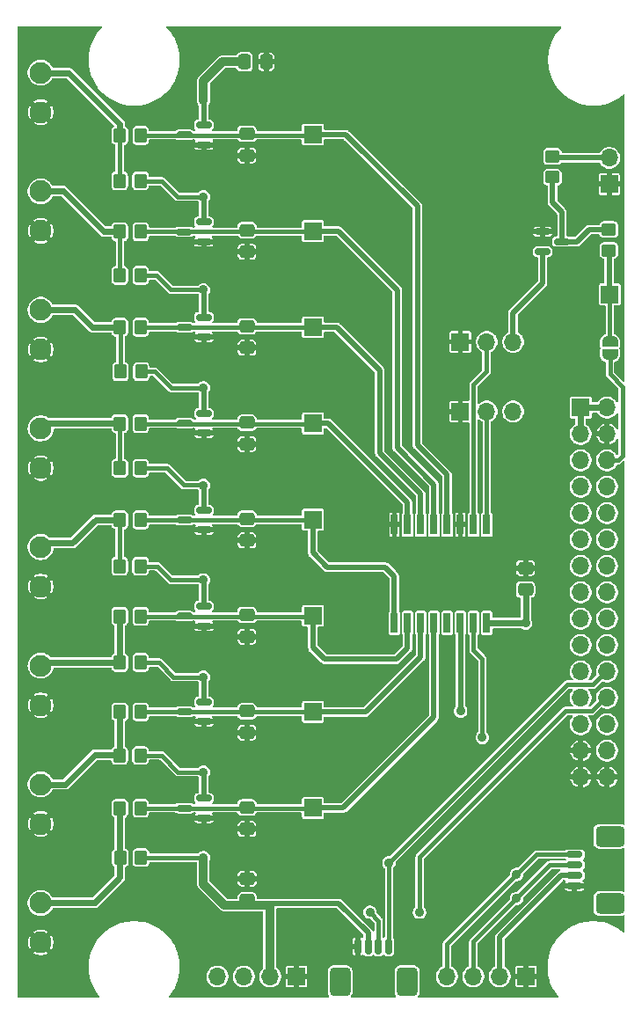
<source format=gbr>
%TF.GenerationSoftware,KiCad,Pcbnew,9.0.6*%
%TF.CreationDate,2025-11-26T11:14:55+11:00*%
%TF.ProjectId,v8_equip_dig_in_non_iso,76385f65-7175-4697-905f-6469675f696e,rev?*%
%TF.SameCoordinates,Original*%
%TF.FileFunction,Copper,L1,Top*%
%TF.FilePolarity,Positive*%
%FSLAX46Y46*%
G04 Gerber Fmt 4.6, Leading zero omitted, Abs format (unit mm)*
G04 Created by KiCad (PCBNEW 9.0.6) date 2025-11-26 11:14:55*
%MOMM*%
%LPD*%
G01*
G04 APERTURE LIST*
G04 Aperture macros list*
%AMRoundRect*
0 Rectangle with rounded corners*
0 $1 Rounding radius*
0 $2 $3 $4 $5 $6 $7 $8 $9 X,Y pos of 4 corners*
0 Add a 4 corners polygon primitive as box body*
4,1,4,$2,$3,$4,$5,$6,$7,$8,$9,$2,$3,0*
0 Add four circle primitives for the rounded corners*
1,1,$1+$1,$2,$3*
1,1,$1+$1,$4,$5*
1,1,$1+$1,$6,$7*
1,1,$1+$1,$8,$9*
0 Add four rect primitives between the rounded corners*
20,1,$1+$1,$2,$3,$4,$5,0*
20,1,$1+$1,$4,$5,$6,$7,0*
20,1,$1+$1,$6,$7,$8,$9,0*
20,1,$1+$1,$8,$9,$2,$3,0*%
%AMFreePoly0*
4,1,23,0.500000,-0.750000,0.000000,-0.750000,0.000000,-0.745722,-0.065263,-0.745722,-0.191342,-0.711940,-0.304381,-0.646677,-0.396677,-0.554381,-0.461940,-0.441342,-0.495722,-0.315263,-0.495722,-0.250000,-0.500000,-0.250000,-0.500000,0.250000,-0.495722,0.250000,-0.495722,0.315263,-0.461940,0.441342,-0.396677,0.554381,-0.304381,0.646677,-0.191342,0.711940,-0.065263,0.745722,0.000000,0.745722,
0.000000,0.750000,0.500000,0.750000,0.500000,-0.750000,0.500000,-0.750000,$1*%
%AMFreePoly1*
4,1,23,0.000000,0.745722,0.065263,0.745722,0.191342,0.711940,0.304381,0.646677,0.396677,0.554381,0.461940,0.441342,0.495722,0.315263,0.495722,0.250000,0.500000,0.250000,0.500000,-0.250000,0.495722,-0.250000,0.495722,-0.315263,0.461940,-0.441342,0.396677,-0.554381,0.304381,-0.646677,0.191342,-0.711940,0.065263,-0.745722,0.000000,-0.745722,0.000000,-0.750000,-0.500000,-0.750000,
-0.500000,0.750000,0.000000,0.750000,0.000000,0.745722,0.000000,0.745722,$1*%
G04 Aperture macros list end*
%TA.AperFunction,SMDPad,CuDef*%
%ADD10RoundRect,0.250000X0.350000X0.450000X-0.350000X0.450000X-0.350000X-0.450000X0.350000X-0.450000X0*%
%TD*%
%TA.AperFunction,SMDPad,CuDef*%
%ADD11RoundRect,0.150000X0.587500X0.150000X-0.587500X0.150000X-0.587500X-0.150000X0.587500X-0.150000X0*%
%TD*%
%TA.AperFunction,SMDPad,CuDef*%
%ADD12FreePoly0,270.000000*%
%TD*%
%TA.AperFunction,SMDPad,CuDef*%
%ADD13FreePoly1,270.000000*%
%TD*%
%TA.AperFunction,SMDPad,CuDef*%
%ADD14RoundRect,0.150000X-0.587500X-0.150000X0.587500X-0.150000X0.587500X0.150000X-0.587500X0.150000X0*%
%TD*%
%TA.AperFunction,SMDPad,CuDef*%
%ADD15RoundRect,0.250000X-0.475000X0.337500X-0.475000X-0.337500X0.475000X-0.337500X0.475000X0.337500X0*%
%TD*%
%TA.AperFunction,ComponentPad*%
%ADD16R,1.700000X1.700000*%
%TD*%
%TA.AperFunction,ComponentPad*%
%ADD17C,2.100000*%
%TD*%
%TA.AperFunction,SMDPad,CuDef*%
%ADD18RoundRect,0.250000X0.475000X-0.337500X0.475000X0.337500X-0.475000X0.337500X-0.475000X-0.337500X0*%
%TD*%
%TA.AperFunction,ComponentPad*%
%ADD19O,1.700000X1.700000*%
%TD*%
%TA.AperFunction,SMDPad,CuDef*%
%ADD20RoundRect,0.150000X-0.150000X-0.625000X0.150000X-0.625000X0.150000X0.625000X-0.150000X0.625000X0*%
%TD*%
%TA.AperFunction,SMDPad,CuDef*%
%ADD21RoundRect,0.416666X-0.583334X-0.970834X0.583334X-0.970834X0.583334X0.970834X-0.583334X0.970834X0*%
%TD*%
%TA.AperFunction,SMDPad,CuDef*%
%ADD22RoundRect,0.250000X0.450000X-0.350000X0.450000X0.350000X-0.450000X0.350000X-0.450000X-0.350000X0*%
%TD*%
%TA.AperFunction,SMDPad,CuDef*%
%ADD23RoundRect,0.250000X-0.337500X-0.475000X0.337500X-0.475000X0.337500X0.475000X-0.337500X0.475000X0*%
%TD*%
%TA.AperFunction,SMDPad,CuDef*%
%ADD24RoundRect,0.150000X0.625000X-0.150000X0.625000X0.150000X-0.625000X0.150000X-0.625000X-0.150000X0*%
%TD*%
%TA.AperFunction,SMDPad,CuDef*%
%ADD25RoundRect,0.416666X0.970834X-0.583334X0.970834X0.583334X-0.970834X0.583334X-0.970834X-0.583334X0*%
%TD*%
%TA.AperFunction,SMDPad,CuDef*%
%ADD26R,0.650000X1.950000*%
%TD*%
%TA.AperFunction,ViaPad*%
%ADD27C,0.889000*%
%TD*%
%TA.AperFunction,Conductor*%
%ADD28C,0.508000*%
%TD*%
%TA.AperFunction,Conductor*%
%ADD29C,0.406400*%
%TD*%
%TA.AperFunction,Conductor*%
%ADD30C,0.812800*%
%TD*%
%TA.AperFunction,Conductor*%
%ADD31C,0.609600*%
%TD*%
G04 APERTURE END LIST*
D10*
%TO.P,R15,1*%
%TO.N,+3V3*%
X12607800Y-52730400D03*
%TO.P,R15,2*%
%TO.N,/IN4+*%
X10607800Y-52730400D03*
%TD*%
D11*
%TO.P,D3,1*%
%TO.N,GND*%
X18717500Y-30678200D03*
%TO.P,D3,2*%
%TO.N,+3V3*%
X18717500Y-28778200D03*
%TO.P,D3,3*%
%TO.N,/P2*%
X16842500Y-29728200D03*
%TD*%
D12*
%TO.P,JP3,1,A*%
%TO.N,Net-(J19-Pin_1)*%
X57810400Y-31100000D03*
D13*
%TO.P,JP3,2,B*%
%TO.N,/GP15*%
X57810400Y-32400000D03*
%TD*%
D14*
%TO.P,D9,1*%
%TO.N,GND*%
X51335700Y-20538400D03*
%TO.P,D9,2*%
%TO.N,+3V3*%
X51335700Y-22438400D03*
%TO.P,D9,3*%
%TO.N,Net-(D9-Pad3)*%
X53210700Y-21488400D03*
%TD*%
D15*
%TO.P,C9,1*%
%TO.N,/P7*%
X22860000Y-75949900D03*
%TO.P,C9,2*%
%TO.N,GND*%
X22860000Y-78024900D03*
%TD*%
D16*
%TO.P,J16,1,Pin_1*%
%TO.N,/P7*%
X29210000Y-75996800D03*
%TD*%
%TO.P,J9,1,Pin_1*%
%TO.N,/P0*%
X29210000Y-11192332D03*
%TD*%
D17*
%TO.P,J3,1,Pin_1*%
%TO.N,GND*%
X3000000Y-31873370D03*
%TO.P,J3,2,Pin_2*%
%TO.N,/IN2+*%
X3000000Y-28063370D03*
%TD*%
D18*
%TO.P,C10,1*%
%TO.N,+3V3*%
X22885400Y-84882900D03*
%TO.P,C10,2*%
%TO.N,GND*%
X22885400Y-82807900D03*
%TD*%
D16*
%TO.P,JP2,1,A*%
%TO.N,GND*%
X43408600Y-37846000D03*
D19*
%TO.P,JP2,2,C*%
%TO.N,/A0*%
X45948600Y-37846000D03*
%TO.P,JP2,3,B*%
%TO.N,+3V3*%
X48488600Y-37846000D03*
%TD*%
D16*
%TO.P,J17,1,Pin_1*%
%TO.N,+5V*%
X54991000Y-37465000D03*
D19*
%TO.P,J17,2,Pin_2*%
X57531000Y-37465000D03*
%TO.P,J17,3,Pin_3*%
X54991000Y-40005000D03*
%TO.P,J17,4,Pin_4*%
%TO.N,GND*%
X57531000Y-40005000D03*
%TO.P,J17,5,Pin_5*%
%TO.N,+3V3*%
X54991000Y-42545000D03*
%TO.P,J17,6,Pin_6*%
%TO.N,/GP15*%
X57531000Y-42545000D03*
%TO.P,J17,7,Pin_7*%
%TO.N,/GP16*%
X54991000Y-45085000D03*
%TO.P,J17,8,Pin_8*%
%TO.N,/GP14*%
X57531000Y-45085000D03*
%TO.P,J17,9,Pin_9*%
%TO.N,/GP17*%
X54991000Y-47625000D03*
%TO.P,J17,10,Pin_10*%
%TO.N,/GP13*%
X57531000Y-47625000D03*
%TO.P,J17,11,Pin_11*%
%TO.N,/AN_CS0*%
X54991000Y-50165000D03*
%TO.P,J17,12,Pin_12*%
%TO.N,/GP12*%
X57531000Y-50165000D03*
%TO.P,J17,13,Pin_13*%
%TO.N,/AN_CS1*%
X54991000Y-52705000D03*
%TO.P,J17,14,Pin_14*%
%TO.N,/GP11*%
X57531000Y-52705000D03*
%TO.P,J17,15,Pin_15*%
%TO.N,/AN_CS2*%
X54991000Y-55245000D03*
%TO.P,J17,16,Pin_16*%
%TO.N,/GP10*%
X57531000Y-55245000D03*
%TO.P,J17,17,Pin_17*%
%TO.N,/AN_CS3*%
X54991000Y-57785000D03*
%TO.P,J17,18,Pin_18*%
%TO.N,/GP9*%
X57531000Y-57785000D03*
%TO.P,J17,19,Pin_19*%
%TO.N,/GP3*%
X54991000Y-60325000D03*
%TO.P,J17,20,Pin_20*%
%TO.N,/GP8*%
X57531000Y-60325000D03*
%TO.P,J17,21,Pin_21*%
%TO.N,/GP2*%
X54991000Y-62865000D03*
%TO.P,J17,22,Pin_22*%
%TO.N,/GP7*%
X57531000Y-62865000D03*
%TO.P,J17,23,Pin_23*%
%TO.N,/GP1*%
X54991000Y-65405000D03*
%TO.P,J17,24,Pin_24*%
%TO.N,/GP6*%
X57531000Y-65405000D03*
%TO.P,J17,25,Pin_25*%
%TO.N,/GP0*%
X54991000Y-67945000D03*
%TO.P,J17,26,Pin_26*%
%TO.N,/SCL0*%
X57531000Y-67945000D03*
%TO.P,J17,27,Pin_27*%
%TO.N,GND*%
X54991000Y-70485000D03*
%TO.P,J17,28,Pin_28*%
%TO.N,/SDA0*%
X57531000Y-70485000D03*
%TO.P,J17,29,Pin_29*%
%TO.N,GND*%
X54991000Y-73025000D03*
%TO.P,J17,30,Pin_30*%
X57531000Y-73025000D03*
%TD*%
D10*
%TO.P,R12,1*%
%TO.N,+3V3*%
X12633200Y-24739600D03*
%TO.P,R12,2*%
%TO.N,/IN1+*%
X10633200Y-24739600D03*
%TD*%
D16*
%TO.P,J10,1,Pin_1*%
%TO.N,/P1*%
X29210000Y-20472400D03*
%TD*%
D11*
%TO.P,D5,1*%
%TO.N,GND*%
X18717500Y-49249500D03*
%TO.P,D5,2*%
%TO.N,+3V3*%
X18717500Y-47349500D03*
%TO.P,D5,3*%
%TO.N,/P4*%
X16842500Y-48299500D03*
%TD*%
D16*
%TO.P,J11,1,Pin_1*%
%TO.N,/P2*%
X29210000Y-29743400D03*
%TD*%
D10*
%TO.P,R5,1*%
%TO.N,/P4*%
X12633200Y-48285400D03*
%TO.P,R5,2*%
%TO.N,/IN4+*%
X10633200Y-48285400D03*
%TD*%
%TO.P,R6,1*%
%TO.N,/P5*%
X12633200Y-57556400D03*
%TO.P,R6,2*%
%TO.N,/IN5+*%
X10633200Y-57556400D03*
%TD*%
D17*
%TO.P,J8,1,Pin_1*%
%TO.N,GND*%
X3000000Y-88950800D03*
%TO.P,J8,2,Pin_2*%
%TO.N,/IN7+*%
X3000000Y-85140800D03*
%TD*%
D10*
%TO.P,R14,1*%
%TO.N,+3V3*%
X12633200Y-43307000D03*
%TO.P,R14,2*%
%TO.N,/IN3+*%
X10633200Y-43307000D03*
%TD*%
D15*
%TO.P,C5,1*%
%TO.N,/P3*%
X22860000Y-38909442D03*
%TO.P,C5,2*%
%TO.N,GND*%
X22860000Y-40984442D03*
%TD*%
D11*
%TO.P,D2,1*%
%TO.N,GND*%
X18694400Y-21508800D03*
%TO.P,D2,2*%
%TO.N,+3V3*%
X18694400Y-19608800D03*
%TO.P,D2,3*%
%TO.N,/P1*%
X16819400Y-20558800D03*
%TD*%
D18*
%TO.P,C11,1*%
%TO.N,+3V3*%
X49682400Y-54987100D03*
%TO.P,C11,2*%
%TO.N,GND*%
X49682400Y-52912100D03*
%TD*%
D17*
%TO.P,J4,1,Pin_1*%
%TO.N,GND*%
X3000000Y-43288855D03*
%TO.P,J4,2,Pin_2*%
%TO.N,/IN3+*%
X3000000Y-39478855D03*
%TD*%
D16*
%TO.P,JP1,1,A*%
%TO.N,GND*%
X43408600Y-31140400D03*
D19*
%TO.P,JP1,2,C*%
%TO.N,/A1*%
X45948600Y-31140400D03*
%TO.P,JP1,3,B*%
%TO.N,+3V3*%
X48488600Y-31140400D03*
%TD*%
D17*
%TO.P,J1,1,Pin_1*%
%TO.N,GND*%
X3000000Y-9042400D03*
%TO.P,J1,2,Pin_2*%
%TO.N,/IN0+*%
X3000000Y-5232400D03*
%TD*%
D11*
%TO.P,D8,1*%
%TO.N,GND*%
X18717500Y-76972200D03*
%TO.P,D8,2*%
%TO.N,+3V3*%
X18717500Y-75072200D03*
%TO.P,D8,3*%
%TO.N,/P7*%
X16842500Y-76022200D03*
%TD*%
D15*
%TO.P,C3,1*%
%TO.N,/P1*%
X22860000Y-20389214D03*
%TO.P,C3,2*%
%TO.N,GND*%
X22860000Y-22464214D03*
%TD*%
D20*
%TO.P,CON2,1,Pin_1*%
%TO.N,GND*%
X33526600Y-89313000D03*
%TO.P,CON2,2,Pin_2*%
%TO.N,+3V3*%
X34526600Y-89313000D03*
%TO.P,CON2,3,Pin_3*%
%TO.N,/GP6*%
X35526600Y-89313000D03*
%TO.P,CON2,4,Pin_4*%
%TO.N,/GP7*%
X36526600Y-89313000D03*
D21*
%TO.P,CON2,MP*%
%TO.N,N/C*%
X31826200Y-92735400D03*
X38277800Y-92735400D03*
%TD*%
D10*
%TO.P,R11,1*%
%TO.N,+3V3*%
X12607800Y-15646400D03*
%TO.P,R11,2*%
%TO.N,/IN0+*%
X10607800Y-15646400D03*
%TD*%
D17*
%TO.P,J6,1,Pin_1*%
%TO.N,GND*%
X3000000Y-66119825D03*
%TO.P,J6,2,Pin_2*%
%TO.N,/IN5+*%
X3000000Y-62309825D03*
%TD*%
D11*
%TO.P,D7,1*%
%TO.N,GND*%
X18717500Y-67703210D03*
%TO.P,D7,2*%
%TO.N,+3V3*%
X18717500Y-65803210D03*
%TO.P,D7,3*%
%TO.N,/P6*%
X16842500Y-66753210D03*
%TD*%
D10*
%TO.P,R13,1*%
%TO.N,+3V3*%
X12684000Y-34010600D03*
%TO.P,R13,2*%
%TO.N,/IN2+*%
X10684000Y-34010600D03*
%TD*%
%TO.P,R18,1*%
%TO.N,+3V3*%
X12658600Y-80772000D03*
%TO.P,R18,2*%
%TO.N,/IN7+*%
X10658600Y-80772000D03*
%TD*%
%TO.P,R4,1*%
%TO.N,/P3*%
X12633200Y-39014400D03*
%TO.P,R4,2*%
%TO.N,/IN3+*%
X10633200Y-39014400D03*
%TD*%
D15*
%TO.P,C8,1*%
%TO.N,/P6*%
X22860000Y-66689784D03*
%TO.P,C8,2*%
%TO.N,GND*%
X22860000Y-68764784D03*
%TD*%
D16*
%TO.P,CON3,1,Pin_1*%
%TO.N,GND*%
X49733200Y-92202000D03*
D19*
%TO.P,CON3,2,Pin_2*%
%TO.N,+3V3*%
X47193200Y-92202000D03*
%TO.P,CON3,3,Pin_3*%
%TO.N,/SDA0*%
X44653200Y-92202000D03*
%TO.P,CON3,4,Pin_4*%
%TO.N,/SCL0*%
X42113200Y-92202000D03*
%TD*%
D10*
%TO.P,R7,1*%
%TO.N,/P6*%
X12633200Y-66751200D03*
%TO.P,R7,2*%
%TO.N,/IN6+*%
X10633200Y-66751200D03*
%TD*%
%TO.P,R1,1*%
%TO.N,/P0*%
X12633200Y-11277600D03*
%TO.P,R1,2*%
%TO.N,/IN0+*%
X10633200Y-11277600D03*
%TD*%
%TO.P,R3,1*%
%TO.N,/P2*%
X12633200Y-29743400D03*
%TO.P,R3,2*%
%TO.N,/IN2+*%
X10633200Y-29743400D03*
%TD*%
D16*
%TO.P,J12,1,Pin_1*%
%TO.N,/P3*%
X29210000Y-38989000D03*
%TD*%
D17*
%TO.P,J7,1,Pin_1*%
%TO.N,GND*%
X3000000Y-77535310D03*
%TO.P,J7,2,Pin_2*%
%TO.N,/IN6+*%
X3000000Y-73725310D03*
%TD*%
D16*
%TO.P,CON1,1,Pin_1*%
%TO.N,GND*%
X27635200Y-92227400D03*
D19*
%TO.P,CON1,2,Pin_2*%
%TO.N,+3V3*%
X25095200Y-92227400D03*
%TO.P,CON1,3,Pin_3*%
%TO.N,/GP6*%
X22555200Y-92227400D03*
%TO.P,CON1,4,Pin_4*%
%TO.N,/GP7*%
X20015200Y-92227400D03*
%TD*%
D11*
%TO.P,D6,1*%
%TO.N,GND*%
X18717500Y-58491200D03*
%TO.P,D6,2*%
%TO.N,+3V3*%
X18717500Y-56591200D03*
%TO.P,D6,3*%
%TO.N,/P5*%
X16842500Y-57541200D03*
%TD*%
D16*
%TO.P,J19,1,Pin_1*%
%TO.N,Net-(J19-Pin_1)*%
X57785000Y-26568400D03*
%TD*%
%TO.P,J14,1,Pin_1*%
%TO.N,/P5*%
X29210000Y-57505600D03*
%TD*%
%TO.P,J15,1,Pin_1*%
%TO.N,/P6*%
X29210000Y-66751200D03*
%TD*%
D10*
%TO.P,R8,1*%
%TO.N,/P7*%
X12633200Y-76022200D03*
%TO.P,R8,2*%
%TO.N,/IN7+*%
X10633200Y-76022200D03*
%TD*%
D22*
%TO.P,R10,1*%
%TO.N,Net-(J19-Pin_1)*%
X57708800Y-22336000D03*
%TO.P,R10,2*%
%TO.N,Net-(D9-Pad3)*%
X57708800Y-20336000D03*
%TD*%
D10*
%TO.P,R17,1*%
%TO.N,+3V3*%
X12607800Y-70942200D03*
%TO.P,R17,2*%
%TO.N,/IN6+*%
X10607800Y-70942200D03*
%TD*%
D17*
%TO.P,J2,1,Pin_1*%
%TO.N,GND*%
X3000000Y-20457885D03*
%TO.P,J2,2,Pin_2*%
%TO.N,/IN1+*%
X3000000Y-16647885D03*
%TD*%
D16*
%TO.P,J18,1,Pin_1*%
%TO.N,GND*%
X57734200Y-15976600D03*
D19*
%TO.P,J18,2,Pin_2*%
%TO.N,/IO_14{slash}15*%
X57734200Y-13436600D03*
%TD*%
D15*
%TO.P,C4,1*%
%TO.N,/P2*%
X22860000Y-29649328D03*
%TO.P,C4,2*%
%TO.N,GND*%
X22860000Y-31724328D03*
%TD*%
D11*
%TO.P,D4,1*%
%TO.N,GND*%
X18717500Y-39928800D03*
%TO.P,D4,2*%
%TO.N,+3V3*%
X18717500Y-38028800D03*
%TO.P,D4,3*%
%TO.N,/P3*%
X16842500Y-38978800D03*
%TD*%
D22*
%TO.P,R9,1*%
%TO.N,Net-(D9-Pad3)*%
X52273200Y-15300200D03*
%TO.P,R9,2*%
%TO.N,/IO_14{slash}15*%
X52273200Y-13300200D03*
%TD*%
D10*
%TO.P,R16,1*%
%TO.N,+3V3*%
X12633200Y-62001400D03*
%TO.P,R16,2*%
%TO.N,/IN5+*%
X10633200Y-62001400D03*
%TD*%
D15*
%TO.P,C2,1*%
%TO.N,/P0*%
X22860000Y-11129100D03*
%TO.P,C2,2*%
%TO.N,GND*%
X22860000Y-13204100D03*
%TD*%
D23*
%TO.P,C1,1*%
%TO.N,+3V3*%
X22635300Y-4191000D03*
%TO.P,C1,2*%
%TO.N,GND*%
X24710300Y-4191000D03*
%TD*%
D10*
%TO.P,R2,1*%
%TO.N,/P1*%
X12633200Y-20548600D03*
%TO.P,R2,2*%
%TO.N,/IN1+*%
X10633200Y-20548600D03*
%TD*%
D24*
%TO.P,CON4,1,Pin_1*%
%TO.N,GND*%
X54388000Y-83491200D03*
%TO.P,CON4,2,Pin_2*%
%TO.N,+3V3*%
X54388000Y-82491200D03*
%TO.P,CON4,3,Pin_3*%
%TO.N,/SDA0*%
X54388000Y-81491200D03*
%TO.P,CON4,4,Pin_4*%
%TO.N,/SCL0*%
X54388000Y-80491200D03*
D25*
%TO.P,CON4,MP*%
%TO.N,N/C*%
X57810400Y-85191600D03*
X57810400Y-78740000D03*
%TD*%
D16*
%TO.P,J13,1,Pin_1*%
%TO.N,/P4*%
X29210000Y-48260000D03*
%TD*%
D11*
%TO.P,D1,1*%
%TO.N,GND*%
X18715200Y-12176800D03*
%TO.P,D1,2*%
%TO.N,+3V3*%
X18715200Y-10276800D03*
%TO.P,D1,3*%
%TO.N,/P0*%
X16840200Y-11226800D03*
%TD*%
D15*
%TO.P,C6,1*%
%TO.N,/P4*%
X22860000Y-48169556D03*
%TO.P,C6,2*%
%TO.N,GND*%
X22860000Y-50244556D03*
%TD*%
D26*
%TO.P,IC1,1,A0*%
%TO.N,/A0*%
X45948600Y-48742000D03*
%TO.P,IC1,2,A1*%
%TO.N,/A1*%
X44678600Y-48742000D03*
%TO.P,IC1,3,A2*%
%TO.N,GND*%
X43408600Y-48742000D03*
%TO.P,IC1,4,P0*%
%TO.N,/P0*%
X42138600Y-48742000D03*
%TO.P,IC1,5,P1*%
%TO.N,/P1*%
X40868600Y-48742000D03*
%TO.P,IC1,6,P2*%
%TO.N,/P2*%
X39598600Y-48742000D03*
%TO.P,IC1,7,P3*%
%TO.N,/P3*%
X38328600Y-48742000D03*
%TO.P,IC1,8,GND*%
%TO.N,GND*%
X37058600Y-48742000D03*
%TO.P,IC1,9,P4*%
%TO.N,/P4*%
X37058600Y-58192000D03*
%TO.P,IC1,10,P5*%
%TO.N,/P5*%
X38328600Y-58192000D03*
%TO.P,IC1,11,P6*%
%TO.N,/P6*%
X39598600Y-58192000D03*
%TO.P,IC1,12,P7*%
%TO.N,/P7*%
X40868600Y-58192000D03*
%TO.P,IC1,13,~{INT}*%
%TO.N,unconnected-(IC1-~{INT}-Pad13)*%
X42138600Y-58192000D03*
%TO.P,IC1,14,SCL*%
%TO.N,/SCL0*%
X43408600Y-58192000D03*
%TO.P,IC1,15,SDA*%
%TO.N,/SDA0*%
X44678600Y-58192000D03*
%TO.P,IC1,16,VCC*%
%TO.N,+3V3*%
X45948600Y-58192000D03*
%TD*%
D17*
%TO.P,J5,1,Pin_1*%
%TO.N,GND*%
X3000000Y-54704340D03*
%TO.P,J5,2,Pin_2*%
%TO.N,/IN4+*%
X3000000Y-50894340D03*
%TD*%
D15*
%TO.P,C7,1*%
%TO.N,/P5*%
X22860000Y-57429670D03*
%TO.P,C7,2*%
%TO.N,GND*%
X22860000Y-59504670D03*
%TD*%
D27*
%TO.N,GND*%
X25196800Y-70612000D03*
X22834600Y-80264000D03*
X41503600Y-53594000D03*
X25196800Y-63322200D03*
X25247600Y-54051200D03*
X43357800Y-45440600D03*
X34848800Y-48717200D03*
X52044600Y-52959000D03*
X25247600Y-45161200D03*
X25273000Y-35483800D03*
X25323800Y-7797800D03*
X25323800Y-17170400D03*
X25247600Y-26238200D03*
X31115000Y-88874600D03*
X53187600Y-85953600D03*
X47650400Y-20599400D03*
%TO.N,+3V3*%
X18669000Y-63421850D03*
X18669000Y-26134650D03*
X18669000Y-54049250D03*
X18669000Y-72540450D03*
X18669000Y-35583450D03*
X18672900Y-7897450D03*
X18669000Y-44956050D03*
X18669000Y-80797400D03*
X49682400Y-58216800D03*
X18669000Y-17168450D03*
%TO.N,/GP7*%
X36525200Y-81280000D03*
%TO.N,/GP6*%
X34696400Y-86029800D03*
X39471600Y-86029800D03*
%TO.N,/SDA0*%
X48806100Y-84721700D03*
X45516800Y-69215000D03*
%TO.N,/SCL0*%
X48818800Y-82397600D03*
X43434000Y-66675000D03*
%TD*%
D28*
%TO.N,+3V3*%
X25044400Y-85344000D02*
X25196800Y-85191600D01*
D29*
X15542850Y-54049250D02*
X18669000Y-54049250D01*
X16789400Y-44932600D02*
X18645550Y-44932600D01*
D30*
X20675600Y-85344000D02*
X25044400Y-85344000D01*
D28*
X18717500Y-72588950D02*
X18669000Y-72540450D01*
D29*
X12633200Y-43307000D02*
X15163800Y-43307000D01*
D28*
X48488600Y-31140400D02*
X48488600Y-28346400D01*
D29*
X14630400Y-70942200D02*
X16228650Y-72540450D01*
D30*
X18672900Y-7897450D02*
X18672900Y-6015900D01*
D28*
X18717500Y-45004550D02*
X18669000Y-44956050D01*
D30*
X25044400Y-85344000D02*
X25044400Y-92176600D01*
D29*
X12607800Y-52730400D02*
X14224000Y-52730400D01*
D31*
X49682400Y-58216800D02*
X49682400Y-54987100D01*
D28*
X25196800Y-85191600D02*
X31724600Y-85191600D01*
D29*
X15568250Y-35583450D02*
X18669000Y-35583450D01*
D28*
X31724600Y-85191600D02*
X34526600Y-87993600D01*
D31*
X49682400Y-58216800D02*
X45973400Y-58216800D01*
D28*
X18717500Y-65803210D02*
X18717500Y-63470350D01*
X18717500Y-26183150D02*
X18669000Y-26134650D01*
X18715200Y-10276800D02*
X18715200Y-7939750D01*
D29*
X15163800Y-43307000D02*
X16789400Y-44932600D01*
D28*
X18717500Y-63470350D02*
X18669000Y-63421850D01*
D29*
X18645550Y-63398400D02*
X18669000Y-63421850D01*
X12684000Y-34010600D02*
X13995400Y-34010600D01*
X12658600Y-80772000D02*
X12658600Y-80467200D01*
X14401800Y-62001400D02*
X15798800Y-63398400D01*
D30*
X18669000Y-80797400D02*
X18669000Y-83337400D01*
D29*
X12607800Y-15646400D02*
X12658600Y-15697200D01*
X12633200Y-24739600D02*
X14147800Y-24739600D01*
X14224000Y-52730400D02*
X15542850Y-54049250D01*
D28*
X53119400Y-82491200D02*
X54388000Y-82491200D01*
X18694400Y-19608800D02*
X18694400Y-17193850D01*
D29*
X16228650Y-72540450D02*
X18669000Y-72540450D01*
D28*
X18717500Y-47349500D02*
X18717500Y-45004550D01*
X51335700Y-25499300D02*
X51335700Y-22438400D01*
X18717500Y-56534225D02*
X18717500Y-54097750D01*
X18717500Y-28727270D02*
X18717500Y-26183150D01*
X18717500Y-75072200D02*
X18717500Y-72588950D01*
X47193200Y-92202000D02*
X47193200Y-88417400D01*
X47193200Y-88417400D02*
X53119400Y-82491200D01*
D29*
X13995400Y-34010600D02*
X15568250Y-35583450D01*
D28*
X48488600Y-28346400D02*
X51335700Y-25499300D01*
D29*
X14681200Y-15697200D02*
X16152450Y-17168450D01*
D28*
X34526600Y-87993600D02*
X34526600Y-89313000D01*
X18694400Y-17193850D02*
X18669000Y-17168450D01*
D29*
X12963400Y-80772000D02*
X18415000Y-80772000D01*
D30*
X18669000Y-83337400D02*
X20675600Y-85344000D01*
D29*
X12633200Y-62001400D02*
X14401800Y-62001400D01*
D30*
X20497800Y-4191000D02*
X22635300Y-4191000D01*
D29*
X15544800Y-26136600D02*
X18667050Y-26136600D01*
D28*
X18715200Y-7939750D02*
X18672900Y-7897450D01*
D29*
X14147800Y-24739600D02*
X15544800Y-26136600D01*
X18667050Y-26136600D02*
X18669000Y-26134650D01*
X18645550Y-44932600D02*
X18669000Y-44956050D01*
X15798800Y-63398400D02*
X18645550Y-63398400D01*
X16152450Y-17168450D02*
X18669000Y-17168450D01*
X12607800Y-70942200D02*
X14630400Y-70942200D01*
D28*
X18717500Y-35631950D02*
X18669000Y-35583450D01*
X18717500Y-54097750D02*
X18669000Y-54049250D01*
D30*
X18672900Y-6015900D02*
X20497800Y-4191000D01*
D28*
X18717500Y-37996255D02*
X18717500Y-35631950D01*
D29*
X18415000Y-80772000D02*
X18694400Y-81051400D01*
X12658600Y-80467200D02*
X12963400Y-80772000D01*
X12658600Y-15697200D02*
X14681200Y-15697200D01*
D31*
X45973400Y-58216800D02*
X45948600Y-58192000D01*
D29*
%TO.N,/GP7*%
X56134000Y-64135000D02*
X57401400Y-62867600D01*
X36550600Y-81305400D02*
X36550600Y-89464000D01*
X36525200Y-81280000D02*
X53670200Y-64135000D01*
X36525200Y-81280000D02*
X36550600Y-81305400D01*
X53670200Y-64135000D02*
X56134000Y-64135000D01*
%TO.N,/GP6*%
X35526600Y-86860000D02*
X35526600Y-89313000D01*
X34696400Y-86029800D02*
X35526600Y-86860000D01*
X39471600Y-86029800D02*
X39471600Y-80746600D01*
X53543200Y-66675000D02*
X56032400Y-66675000D01*
X39471600Y-80746600D02*
X53543200Y-66675000D01*
X56032400Y-66675000D02*
X57299800Y-65407600D01*
%TO.N,/GP15*%
X57540000Y-42547600D02*
X58569800Y-42547600D01*
X59004200Y-35458400D02*
X57810400Y-34264600D01*
X59004200Y-42113200D02*
X59004200Y-35458400D01*
X58569800Y-42547600D02*
X59004200Y-42113200D01*
X57810400Y-34264600D02*
X57810400Y-32400000D01*
%TO.N,/A1*%
X44678600Y-48742000D02*
X44678600Y-35255200D01*
X44678600Y-35255200D02*
X45923200Y-34010600D01*
X45923200Y-34010600D02*
X45923200Y-31140400D01*
D28*
%TO.N,/P2*%
X31521400Y-29743400D02*
X29210000Y-29743400D01*
X39573200Y-48716600D02*
X39573200Y-45745400D01*
X35636200Y-33858200D02*
X31521400Y-29743400D01*
D29*
X12633200Y-29743400D02*
X29210000Y-29743400D01*
D28*
X35636200Y-41808400D02*
X35636200Y-33858200D01*
X39573200Y-45745400D02*
X35636200Y-41808400D01*
%TO.N,/P1*%
X31648400Y-20472400D02*
X37338000Y-26162000D01*
X37338000Y-26162000D02*
X37338000Y-41325800D01*
X40868600Y-44856400D02*
X40868600Y-48742000D01*
D29*
X12633200Y-20548600D02*
X29133800Y-20548600D01*
D28*
X37338000Y-41325800D02*
X40868600Y-44856400D01*
X29210000Y-20472400D02*
X31648400Y-20472400D01*
%TO.N,/P4*%
X36195000Y-52832000D02*
X37058600Y-53695600D01*
X37058600Y-53695600D02*
X37058600Y-58192000D01*
X29210000Y-48260000D02*
X29210000Y-51435000D01*
X29210000Y-51435000D02*
X30607000Y-52832000D01*
X30607000Y-52832000D02*
X36195000Y-52832000D01*
D29*
X12633200Y-48285400D02*
X29184600Y-48285400D01*
D28*
%TO.N,/P0*%
X39268400Y-18084800D02*
X39268400Y-41071800D01*
X39268400Y-41071800D02*
X42113200Y-43916600D01*
X29210000Y-11192332D02*
X32375932Y-11192332D01*
D29*
X12658600Y-11252200D02*
X29150132Y-11252200D01*
D28*
X42113200Y-43916600D02*
X42113200Y-48716600D01*
X32375932Y-11192332D02*
X39268400Y-18084800D01*
%TO.N,/P6*%
X34315400Y-66751200D02*
X39598600Y-61468000D01*
D29*
X12633200Y-66751200D02*
X29210000Y-66751200D01*
D28*
X29210000Y-66751200D02*
X34315400Y-66751200D01*
X39598600Y-61468000D02*
X39598600Y-58192000D01*
D29*
%TO.N,/A0*%
X45948600Y-37846000D02*
X45948600Y-48742000D01*
D28*
%TO.N,/P5*%
X38328600Y-60604400D02*
X38328600Y-58192000D01*
X29210000Y-60579000D02*
X30302200Y-61671200D01*
X30302200Y-61671200D02*
X37261800Y-61671200D01*
X37261800Y-61671200D02*
X38328600Y-60604400D01*
X29210000Y-57505600D02*
X29210000Y-60579000D01*
D29*
X12633200Y-57556400D02*
X29159200Y-57556400D01*
D28*
%TO.N,/P3*%
X30708600Y-38989000D02*
X29210000Y-38989000D01*
X38328600Y-48742000D02*
X38328600Y-46609000D01*
X38328600Y-46609000D02*
X30708600Y-38989000D01*
D29*
X12633200Y-39014400D02*
X29184600Y-39014400D01*
D28*
%TO.N,Net-(D9-Pad3)*%
X55787800Y-20336000D02*
X57708800Y-20336000D01*
X52273200Y-17729200D02*
X53187600Y-18643600D01*
X53187600Y-18643600D02*
X53187600Y-21465300D01*
X52273200Y-15300200D02*
X52273200Y-17729200D01*
X54635400Y-21488400D02*
X55787800Y-20336000D01*
X53210700Y-21488400D02*
X54635400Y-21488400D01*
D29*
%TO.N,Net-(J19-Pin_1)*%
X57785000Y-26568400D02*
X57785000Y-31074600D01*
D28*
X57734200Y-22361400D02*
X57734200Y-26517600D01*
%TO.N,/P7*%
X40868600Y-58192000D02*
X40868600Y-67259200D01*
D29*
X12633200Y-76022200D02*
X29184600Y-76022200D01*
D28*
X40868600Y-67259200D02*
X32131000Y-75996800D01*
X32131000Y-75996800D02*
X29210000Y-75996800D01*
D31*
%TO.N,+5V*%
X54991000Y-37465000D02*
X57531000Y-37465000D01*
X54991000Y-40005000D02*
X54991000Y-37465000D01*
D29*
%TO.N,/IN0+*%
X10607800Y-11303000D02*
X10607800Y-15646400D01*
D31*
X5664200Y-5232400D02*
X3000000Y-5232400D01*
X10607800Y-10176000D02*
X5664200Y-5232400D01*
D29*
X10633200Y-11277600D02*
X10607800Y-11303000D01*
D31*
X10607800Y-11252200D02*
X10607800Y-10176000D01*
%TO.N,/IN4+*%
X6070600Y-50495200D02*
X3399140Y-50495200D01*
X8305800Y-48260000D02*
X6070600Y-50495200D01*
D29*
X10607800Y-48523400D02*
X10668000Y-48463200D01*
X10607800Y-52730400D02*
X10607800Y-48523400D01*
D31*
X10607800Y-48260000D02*
X8305800Y-48260000D01*
D29*
%TO.N,/IN1+*%
X10633200Y-20548600D02*
X10633200Y-24739600D01*
D31*
X5217885Y-16647885D02*
X3000000Y-16647885D01*
X10607800Y-20523200D02*
X9093200Y-20523200D01*
X9093200Y-20523200D02*
X5217885Y-16647885D01*
%TO.N,/IN5+*%
X10582400Y-62001400D02*
X3308425Y-62001400D01*
X10607800Y-62026800D02*
X10582400Y-62001400D01*
X3308425Y-62001400D02*
X3000000Y-62309825D01*
X10607800Y-57531000D02*
X10607800Y-62026800D01*
%TO.N,/IN2+*%
X3000000Y-28063370D02*
X6320970Y-28063370D01*
D29*
X10633200Y-29743400D02*
X10684000Y-29794200D01*
D31*
X7975600Y-29718000D02*
X10607800Y-29718000D01*
D29*
X10684000Y-29794200D02*
X10684000Y-34010600D01*
D31*
X6320970Y-28063370D02*
X7975600Y-29718000D01*
%TO.N,/IN6+*%
X10633200Y-66751200D02*
X10633200Y-70799200D01*
X10633200Y-70799200D02*
X10566400Y-70866000D01*
X5370290Y-73725310D02*
X3000000Y-73725310D01*
X8229600Y-70866000D02*
X5370290Y-73725310D01*
X10566400Y-70866000D02*
X8229600Y-70866000D01*
D29*
%TO.N,/IN3+*%
X10633200Y-39014400D02*
X10633200Y-43307000D01*
D31*
X3489855Y-38989000D02*
X10607800Y-38989000D01*
%TO.N,/IN7+*%
X10633200Y-76022200D02*
X10633200Y-82686400D01*
X8204200Y-85115400D02*
X3025400Y-85115400D01*
X10633200Y-82686400D02*
X8204200Y-85115400D01*
D28*
%TO.N,/IO_14{slash}15*%
X52409600Y-13436600D02*
X57734200Y-13436600D01*
D29*
%TO.N,/SDA0*%
X48806100Y-84721700D02*
X52036600Y-81491200D01*
X52036600Y-81491200D02*
X54388000Y-81491200D01*
X45516800Y-69215000D02*
X45516800Y-61645800D01*
X44678600Y-60807600D02*
X44678600Y-58192000D01*
X45516800Y-61645800D02*
X44678600Y-60807600D01*
X48806100Y-84721700D02*
X44653200Y-88874600D01*
X44653200Y-88874600D02*
X44653200Y-92202000D01*
%TO.N,/SCL0*%
X54388000Y-80491200D02*
X50725200Y-80491200D01*
D28*
X43434000Y-66675000D02*
X43434000Y-58217400D01*
D29*
X50725200Y-80491200D02*
X42113200Y-89103200D01*
X42113200Y-89103200D02*
X42113200Y-92202000D01*
%TD*%
%TA.AperFunction,Conductor*%
%TO.N,GND*%
G36*
X8876845Y-790665D02*
G01*
X8906909Y-842736D01*
X8896468Y-901950D01*
X8882502Y-920150D01*
X8762070Y-1040583D01*
X8762069Y-1040584D01*
X8762065Y-1040589D01*
X8515802Y-1334072D01*
X8515797Y-1334079D01*
X8296048Y-1647911D01*
X8104479Y-1979718D01*
X8104474Y-1979729D01*
X7942565Y-2326943D01*
X7942562Y-2326951D01*
X7811524Y-2686975D01*
X7712361Y-3057056D01*
X7645833Y-3434354D01*
X7645832Y-3434360D01*
X7645832Y-3434363D01*
X7612440Y-3816035D01*
X7612440Y-4199165D01*
X7645496Y-4577002D01*
X7645833Y-4580845D01*
X7712361Y-4958143D01*
X7712362Y-4958147D01*
X7811523Y-5328222D01*
X7926186Y-5643254D01*
X7942562Y-5688248D01*
X7942565Y-5688256D01*
X8104474Y-6035470D01*
X8104479Y-6035481D01*
X8296048Y-6367288D01*
X8471847Y-6618353D01*
X8515798Y-6681122D01*
X8762070Y-6974617D01*
X9032983Y-7245530D01*
X9326478Y-7491802D01*
X9436239Y-7568657D01*
X9640311Y-7711551D01*
X9852267Y-7833924D01*
X9972120Y-7903121D01*
X10319354Y-8065039D01*
X10679378Y-8196077D01*
X11049453Y-8295238D01*
X11426763Y-8361768D01*
X11808435Y-8395160D01*
X11808439Y-8395160D01*
X12191561Y-8395160D01*
X12191565Y-8395160D01*
X12573237Y-8361768D01*
X12950547Y-8295238D01*
X13320622Y-8196077D01*
X13680646Y-8065039D01*
X14027880Y-7903121D01*
X14359680Y-7711556D01*
X14359683Y-7711553D01*
X14359688Y-7711551D01*
X14453998Y-7645513D01*
X14673522Y-7491802D01*
X14967017Y-7245530D01*
X15237930Y-6974617D01*
X15484202Y-6681122D01*
X15687148Y-6391285D01*
X15703951Y-6367288D01*
X15740666Y-6303696D01*
X15895521Y-6035480D01*
X16057439Y-5688246D01*
X16188477Y-5328222D01*
X16287638Y-4958147D01*
X16354168Y-4580837D01*
X16387560Y-4199165D01*
X16387560Y-3816035D01*
X16354168Y-3434363D01*
X16287638Y-3057053D01*
X16188477Y-2686978D01*
X16057439Y-2326954D01*
X15895521Y-1979720D01*
X15703956Y-1647920D01*
X15703951Y-1647911D01*
X15561057Y-1443839D01*
X15484202Y-1334078D01*
X15237930Y-1040583D01*
X15117500Y-920153D01*
X15092090Y-865661D01*
X15107653Y-807583D01*
X15156906Y-773095D01*
X15179656Y-770100D01*
X53055944Y-770100D01*
X53112445Y-790665D01*
X53142509Y-842736D01*
X53132068Y-901950D01*
X53118102Y-920150D01*
X52997670Y-1040583D01*
X52997669Y-1040584D01*
X52997665Y-1040589D01*
X52751402Y-1334072D01*
X52751397Y-1334079D01*
X52531648Y-1647911D01*
X52340079Y-1979718D01*
X52340074Y-1979729D01*
X52178165Y-2326943D01*
X52178162Y-2326951D01*
X52047124Y-2686975D01*
X51947961Y-3057056D01*
X51881433Y-3434354D01*
X51881432Y-3434360D01*
X51881432Y-3434363D01*
X51848040Y-3816035D01*
X51848040Y-4199165D01*
X51881096Y-4577002D01*
X51881433Y-4580845D01*
X51947961Y-4958143D01*
X51947962Y-4958147D01*
X52047123Y-5328222D01*
X52161786Y-5643254D01*
X52178162Y-5688248D01*
X52178165Y-5688256D01*
X52340074Y-6035470D01*
X52340079Y-6035481D01*
X52531648Y-6367288D01*
X52707447Y-6618353D01*
X52751398Y-6681122D01*
X52997670Y-6974617D01*
X53268583Y-7245530D01*
X53562078Y-7491802D01*
X53671839Y-7568657D01*
X53875911Y-7711551D01*
X54087867Y-7833924D01*
X54207720Y-7903121D01*
X54554954Y-8065039D01*
X54914978Y-8196077D01*
X55285053Y-8295238D01*
X55662363Y-8361768D01*
X56044035Y-8395160D01*
X56044039Y-8395160D01*
X56427161Y-8395160D01*
X56427165Y-8395160D01*
X56808837Y-8361768D01*
X57186147Y-8295238D01*
X57556222Y-8196077D01*
X57916246Y-8065039D01*
X58263480Y-7903121D01*
X58595280Y-7711556D01*
X58595283Y-7711553D01*
X58595288Y-7711551D01*
X58689598Y-7645513D01*
X58909122Y-7491802D01*
X59093100Y-7337425D01*
X59149600Y-7316861D01*
X59206101Y-7337425D01*
X59236165Y-7389497D01*
X59237500Y-7404761D01*
X59237500Y-34908572D01*
X59216935Y-34965073D01*
X59164864Y-34995137D01*
X59105650Y-34984696D01*
X59087445Y-34970727D01*
X58239845Y-34123127D01*
X58214434Y-34068633D01*
X58214100Y-34060972D01*
X58214100Y-33156650D01*
X58234665Y-33100149D01*
X58279249Y-33071745D01*
X58306581Y-33064422D01*
X58356143Y-33043893D01*
X58470157Y-32978067D01*
X58512717Y-32945409D01*
X58605809Y-32852317D01*
X58638467Y-32809757D01*
X58704293Y-32695743D01*
X58724822Y-32646181D01*
X58758897Y-32519014D01*
X58765900Y-32465826D01*
X58765900Y-31900000D01*
X58760748Y-31854272D01*
X58729414Y-31789207D01*
X58723427Y-31729378D01*
X58739889Y-31696260D01*
X58745549Y-31689163D01*
X58765900Y-31600000D01*
X58765900Y-31034174D01*
X58758897Y-30980986D01*
X58724822Y-30853819D01*
X58704293Y-30804257D01*
X58638467Y-30690243D01*
X58605809Y-30647683D01*
X58512717Y-30554591D01*
X58512712Y-30554587D01*
X58470159Y-30521934D01*
X58432152Y-30499991D01*
X58356143Y-30456107D01*
X58356141Y-30456106D01*
X58356139Y-30456105D01*
X58356132Y-30456102D01*
X58306588Y-30435581D01*
X58306581Y-30435578D01*
X58306579Y-30435577D01*
X58306578Y-30435577D01*
X58253849Y-30421448D01*
X58204596Y-30386959D01*
X58188700Y-30336543D01*
X58188700Y-27706800D01*
X58209265Y-27650299D01*
X58261336Y-27620235D01*
X58276600Y-27618900D01*
X58654746Y-27618900D01*
X58654748Y-27618900D01*
X58713231Y-27607267D01*
X58779552Y-27562952D01*
X58823867Y-27496631D01*
X58835500Y-27438148D01*
X58835500Y-25698652D01*
X58823867Y-25640169D01*
X58821913Y-25637245D01*
X58779554Y-25573851D01*
X58779552Y-25573848D01*
X58779548Y-25573845D01*
X58713232Y-25529533D01*
X58693736Y-25525655D01*
X58654748Y-25517900D01*
X58654746Y-25517900D01*
X58276600Y-25517900D01*
X58220099Y-25497335D01*
X58190035Y-25445264D01*
X58188700Y-25430000D01*
X58188700Y-23215189D01*
X58209265Y-23158688D01*
X58247566Y-23132222D01*
X58371682Y-23088793D01*
X58480950Y-23008150D01*
X58561593Y-22898882D01*
X58567449Y-22882148D01*
X58606445Y-22770702D01*
X58606446Y-22770697D01*
X58609300Y-22740267D01*
X58609300Y-21931732D01*
X58606446Y-21901302D01*
X58606445Y-21901297D01*
X58561594Y-21773119D01*
X58561593Y-21773118D01*
X58480952Y-21663852D01*
X58480947Y-21663847D01*
X58371681Y-21583206D01*
X58371680Y-21583205D01*
X58243502Y-21538354D01*
X58243497Y-21538353D01*
X58213067Y-21535500D01*
X58213066Y-21535500D01*
X57204534Y-21535500D01*
X57204533Y-21535500D01*
X57174102Y-21538353D01*
X57174097Y-21538354D01*
X57045919Y-21583205D01*
X57045918Y-21583206D01*
X56936652Y-21663847D01*
X56936647Y-21663852D01*
X56856006Y-21773118D01*
X56856005Y-21773119D01*
X56811154Y-21901297D01*
X56811153Y-21901302D01*
X56808300Y-21931732D01*
X56808300Y-22740267D01*
X56811153Y-22770697D01*
X56811154Y-22770702D01*
X56856005Y-22898880D01*
X56856006Y-22898881D01*
X56936647Y-23008147D01*
X56936652Y-23008152D01*
X57045918Y-23088793D01*
X57045919Y-23088794D01*
X57174097Y-23133645D01*
X57174099Y-23133645D01*
X57174101Y-23133646D01*
X57200005Y-23136075D01*
X57254340Y-23161824D01*
X57279411Y-23216474D01*
X57279700Y-23223591D01*
X57279700Y-25430000D01*
X57259135Y-25486501D01*
X57207064Y-25516565D01*
X57191800Y-25517900D01*
X56915252Y-25517900D01*
X56886010Y-25523716D01*
X56856767Y-25529533D01*
X56790451Y-25573845D01*
X56790445Y-25573851D01*
X56746133Y-25640167D01*
X56734500Y-25698653D01*
X56734500Y-27438146D01*
X56746133Y-27496632D01*
X56787186Y-27558070D01*
X56790448Y-27562952D01*
X56790451Y-27562954D01*
X56856767Y-27607266D01*
X56856769Y-27607267D01*
X56915252Y-27618900D01*
X57293400Y-27618900D01*
X57349901Y-27639465D01*
X57379965Y-27691536D01*
X57381300Y-27706800D01*
X57381300Y-30350155D01*
X57360735Y-30406656D01*
X57316921Y-30434573D01*
X57316948Y-30434652D01*
X57316626Y-30434761D01*
X57316162Y-30435057D01*
X57314227Y-30435575D01*
X57314211Y-30435581D01*
X57264667Y-30456102D01*
X57264660Y-30456105D01*
X57150640Y-30521934D01*
X57108087Y-30554587D01*
X57014987Y-30647687D01*
X56982334Y-30690240D01*
X56916505Y-30804260D01*
X56916502Y-30804267D01*
X56895981Y-30853811D01*
X56895977Y-30853821D01*
X56861903Y-30980982D01*
X56858829Y-31004330D01*
X56854900Y-31034174D01*
X56854900Y-31600000D01*
X56855480Y-31605151D01*
X56860051Y-31645727D01*
X56860052Y-31645730D01*
X56891385Y-31710793D01*
X56897372Y-31770621D01*
X56880916Y-31803732D01*
X56875251Y-31810835D01*
X56875251Y-31810836D01*
X56854900Y-31899995D01*
X56854900Y-32465827D01*
X56861903Y-32519017D01*
X56895977Y-32646178D01*
X56895981Y-32646188D01*
X56916502Y-32695732D01*
X56916505Y-32695739D01*
X56982334Y-32809759D01*
X57014987Y-32852312D01*
X57014991Y-32852317D01*
X57108083Y-32945409D01*
X57150643Y-32978067D01*
X57264657Y-33043893D01*
X57314219Y-33064422D01*
X57341550Y-33071745D01*
X57390804Y-33106233D01*
X57406700Y-33156650D01*
X57406700Y-34211448D01*
X57406699Y-34211452D01*
X57406699Y-34317748D01*
X57410958Y-34333641D01*
X57413395Y-34342739D01*
X57413396Y-34342743D01*
X57434210Y-34420421D01*
X57487361Y-34512481D01*
X57562523Y-34587642D01*
X57562524Y-34587642D01*
X58574755Y-35599873D01*
X58600166Y-35654367D01*
X58600500Y-35662028D01*
X58600500Y-36885002D01*
X58579935Y-36941503D01*
X58527864Y-36971567D01*
X58468650Y-36961126D01*
X58439514Y-36933837D01*
X58369141Y-36828516D01*
X58346977Y-36795345D01*
X58200655Y-36649023D01*
X58200651Y-36649020D01*
X58200650Y-36649019D01*
X58028601Y-36534061D01*
X58028600Y-36534060D01*
X58028598Y-36534059D01*
X57837420Y-36454870D01*
X57837416Y-36454869D01*
X57837411Y-36454867D01*
X57684684Y-36424489D01*
X57634465Y-36414500D01*
X57427535Y-36414500D01*
X57382844Y-36423389D01*
X57224588Y-36454867D01*
X57224583Y-36454869D01*
X57224581Y-36454869D01*
X57224580Y-36454870D01*
X57033402Y-36534059D01*
X57033400Y-36534059D01*
X57033398Y-36534061D01*
X56861349Y-36649019D01*
X56715019Y-36795349D01*
X56631308Y-36920634D01*
X56582819Y-36956188D01*
X56558222Y-36959700D01*
X56129400Y-36959700D01*
X56072899Y-36939135D01*
X56042835Y-36887064D01*
X56041500Y-36871800D01*
X56041500Y-36595253D01*
X56041500Y-36595252D01*
X56029867Y-36536769D01*
X56028056Y-36534059D01*
X55985554Y-36470451D01*
X55985552Y-36470448D01*
X55985548Y-36470445D01*
X55919232Y-36426133D01*
X55899736Y-36422255D01*
X55860748Y-36414500D01*
X54121252Y-36414500D01*
X54092010Y-36420316D01*
X54062767Y-36426133D01*
X53996451Y-36470445D01*
X53996445Y-36470451D01*
X53952133Y-36536767D01*
X53952133Y-36536769D01*
X53940500Y-36595252D01*
X53940500Y-38334748D01*
X53942261Y-38343601D01*
X53952133Y-38393232D01*
X53996445Y-38459548D01*
X53996448Y-38459552D01*
X53996451Y-38459554D01*
X54062767Y-38503866D01*
X54062769Y-38503867D01*
X54121252Y-38515500D01*
X54397800Y-38515500D01*
X54454301Y-38536065D01*
X54484365Y-38588136D01*
X54485700Y-38603400D01*
X54485700Y-39032221D01*
X54465135Y-39088722D01*
X54446635Y-39105307D01*
X54321347Y-39189021D01*
X54175019Y-39335349D01*
X54060061Y-39507398D01*
X54060059Y-39507400D01*
X54060059Y-39507402D01*
X53981113Y-39697993D01*
X53980869Y-39698583D01*
X53980867Y-39698588D01*
X53958308Y-39812007D01*
X53940500Y-39901535D01*
X53940500Y-40108465D01*
X53950489Y-40158684D01*
X53980867Y-40311411D01*
X53980869Y-40311416D01*
X53980870Y-40311420D01*
X54060059Y-40502598D01*
X54060060Y-40502600D01*
X54060061Y-40502601D01*
X54175019Y-40674650D01*
X54175020Y-40674651D01*
X54175023Y-40674655D01*
X54321345Y-40820977D01*
X54321348Y-40820979D01*
X54321349Y-40820980D01*
X54407373Y-40878459D01*
X54493402Y-40935941D01*
X54684580Y-41015130D01*
X54684585Y-41015131D01*
X54684588Y-41015132D01*
X54787432Y-41035588D01*
X54887535Y-41055500D01*
X54887537Y-41055500D01*
X55094463Y-41055500D01*
X55094465Y-41055500D01*
X55227336Y-41029070D01*
X55297411Y-41015132D01*
X55297412Y-41015131D01*
X55297420Y-41015130D01*
X55488598Y-40935941D01*
X55660655Y-40820977D01*
X55806977Y-40674655D01*
X55921941Y-40502598D01*
X56001130Y-40311420D01*
X56041500Y-40108465D01*
X56041500Y-39901535D01*
X56012353Y-39755000D01*
X56001132Y-39698588D01*
X56001131Y-39698585D01*
X56001130Y-39698580D01*
X55921941Y-39507402D01*
X55837107Y-39380438D01*
X55806980Y-39335349D01*
X55806979Y-39335348D01*
X55806977Y-39335345D01*
X55660655Y-39189023D01*
X55535365Y-39105307D01*
X55499812Y-39056818D01*
X55496300Y-39032221D01*
X55496300Y-38603400D01*
X55516865Y-38546899D01*
X55568936Y-38516835D01*
X55584200Y-38515500D01*
X55860746Y-38515500D01*
X55860748Y-38515500D01*
X55919231Y-38503867D01*
X55985552Y-38459552D01*
X56029867Y-38393231D01*
X56041500Y-38334748D01*
X56041500Y-38058200D01*
X56062065Y-38001699D01*
X56114136Y-37971635D01*
X56129400Y-37970300D01*
X56558222Y-37970300D01*
X56614723Y-37990865D01*
X56631308Y-38009366D01*
X56715019Y-38134650D01*
X56715020Y-38134651D01*
X56715023Y-38134655D01*
X56861345Y-38280977D01*
X57033402Y-38395941D01*
X57224580Y-38475130D01*
X57224585Y-38475131D01*
X57224588Y-38475132D01*
X57327432Y-38495588D01*
X57427535Y-38515500D01*
X57427537Y-38515500D01*
X57634463Y-38515500D01*
X57634465Y-38515500D01*
X57767336Y-38489070D01*
X57837411Y-38475132D01*
X57837412Y-38475131D01*
X57837420Y-38475130D01*
X58028598Y-38395941D01*
X58200655Y-38280977D01*
X58346977Y-38134655D01*
X58439514Y-37996163D01*
X58488003Y-37960609D01*
X58548001Y-37964541D01*
X58591435Y-38006120D01*
X58600500Y-38044997D01*
X58600500Y-39465862D01*
X58579935Y-39522363D01*
X58527864Y-39552427D01*
X58468650Y-39541986D01*
X58439514Y-39514697D01*
X58329345Y-39349818D01*
X58186181Y-39206654D01*
X58017847Y-39094177D01*
X57830804Y-39016701D01*
X57830795Y-39016698D01*
X57781000Y-39006792D01*
X57781000Y-39571988D01*
X57723993Y-39539075D01*
X57596826Y-39505000D01*
X57465174Y-39505000D01*
X57338007Y-39539075D01*
X57281000Y-39571988D01*
X57281000Y-39006792D01*
X57231204Y-39016698D01*
X57231195Y-39016701D01*
X57044152Y-39094177D01*
X56875818Y-39206654D01*
X56732654Y-39349818D01*
X56620177Y-39518153D01*
X56542700Y-39705196D01*
X56542695Y-39705210D01*
X56532792Y-39755000D01*
X57097988Y-39755000D01*
X57065075Y-39812007D01*
X57031000Y-39939174D01*
X57031000Y-40070826D01*
X57065075Y-40197993D01*
X57097988Y-40255000D01*
X56532793Y-40255000D01*
X56542695Y-40304789D01*
X56542700Y-40304803D01*
X56620177Y-40491846D01*
X56732654Y-40660181D01*
X56875818Y-40803345D01*
X57044153Y-40915822D01*
X57231196Y-40993299D01*
X57231210Y-40993304D01*
X57281000Y-41003207D01*
X57281000Y-40438012D01*
X57338007Y-40470925D01*
X57465174Y-40505000D01*
X57596826Y-40505000D01*
X57723993Y-40470925D01*
X57781000Y-40438012D01*
X57781000Y-41003206D01*
X57830789Y-40993304D01*
X57830803Y-40993299D01*
X58017846Y-40915822D01*
X58186181Y-40803345D01*
X58329345Y-40660181D01*
X58439514Y-40495302D01*
X58488003Y-40459749D01*
X58548001Y-40463681D01*
X58591435Y-40505260D01*
X58600500Y-40544137D01*
X58600500Y-41909572D01*
X58593936Y-41927604D01*
X58592264Y-41946720D01*
X58581257Y-41962440D01*
X58579935Y-41966073D01*
X58574755Y-41971727D01*
X58552553Y-41993929D01*
X58498059Y-42019340D01*
X58439981Y-42003777D01*
X58417312Y-41980609D01*
X58381895Y-41927604D01*
X58346977Y-41875345D01*
X58200655Y-41729023D01*
X58200651Y-41729020D01*
X58200650Y-41729019D01*
X58028601Y-41614061D01*
X58028600Y-41614060D01*
X58028598Y-41614059D01*
X57837420Y-41534870D01*
X57837416Y-41534869D01*
X57837411Y-41534867D01*
X57668294Y-41501229D01*
X57634465Y-41494500D01*
X57427535Y-41494500D01*
X57393706Y-41501229D01*
X57224588Y-41534867D01*
X57224583Y-41534869D01*
X57224581Y-41534869D01*
X57224580Y-41534870D01*
X57033402Y-41614059D01*
X57033400Y-41614059D01*
X57033398Y-41614061D01*
X56861349Y-41729019D01*
X56715019Y-41875349D01*
X56600061Y-42047398D01*
X56600059Y-42047400D01*
X56600059Y-42047402D01*
X56520870Y-42238580D01*
X56520869Y-42238583D01*
X56520867Y-42238588D01*
X56480500Y-42441536D01*
X56480500Y-42648463D01*
X56520867Y-42851411D01*
X56520869Y-42851416D01*
X56520870Y-42851420D01*
X56600059Y-43042598D01*
X56600060Y-43042600D01*
X56600061Y-43042601D01*
X56715019Y-43214650D01*
X56715020Y-43214651D01*
X56715023Y-43214655D01*
X56861345Y-43360977D01*
X57033402Y-43475941D01*
X57224580Y-43555130D01*
X57224585Y-43555131D01*
X57224588Y-43555132D01*
X57327432Y-43575588D01*
X57427535Y-43595500D01*
X57427537Y-43595500D01*
X57634463Y-43595500D01*
X57634465Y-43595500D01*
X57767336Y-43569070D01*
X57837411Y-43555132D01*
X57837412Y-43555131D01*
X57837420Y-43555130D01*
X58028598Y-43475941D01*
X58200655Y-43360977D01*
X58346977Y-43214655D01*
X58461941Y-43042598D01*
X58477281Y-43005562D01*
X58517903Y-42961232D01*
X58545720Y-42952233D01*
X58552067Y-42951301D01*
X58622948Y-42951301D01*
X58703924Y-42929602D01*
X58725623Y-42923789D01*
X58817678Y-42870641D01*
X58892841Y-42795478D01*
X58892841Y-42795476D01*
X58900073Y-42788245D01*
X58900076Y-42788240D01*
X59087446Y-42600871D01*
X59141939Y-42575461D01*
X59200018Y-42591024D01*
X59234505Y-42640277D01*
X59237500Y-42663027D01*
X59237500Y-77555379D01*
X59216935Y-77611880D01*
X59164864Y-77641944D01*
X59105650Y-77631503D01*
X59104856Y-77631039D01*
X59076553Y-77614301D01*
X59028288Y-77585757D01*
X59028285Y-77585756D01*
X59028283Y-77585755D01*
X58878544Y-77542253D01*
X58853763Y-77540303D01*
X58843555Y-77539500D01*
X58843551Y-77539500D01*
X56777247Y-77539500D01*
X56777229Y-77539501D01*
X56742259Y-77542253D01*
X56742251Y-77542254D01*
X56592516Y-77585755D01*
X56592507Y-77585759D01*
X56458297Y-77665130D01*
X56348030Y-77775397D01*
X56268659Y-77909607D01*
X56268655Y-77909616D01*
X56225153Y-78059355D01*
X56222400Y-78094340D01*
X56222400Y-79385652D01*
X56222401Y-79385670D01*
X56225153Y-79420640D01*
X56225154Y-79420648D01*
X56268655Y-79570383D01*
X56268659Y-79570392D01*
X56348030Y-79704602D01*
X56348031Y-79704603D01*
X56348033Y-79704606D01*
X56458294Y-79814867D01*
X56458296Y-79814868D01*
X56458297Y-79814869D01*
X56556076Y-79872695D01*
X56592512Y-79894243D01*
X56742253Y-79937746D01*
X56777245Y-79940500D01*
X58843554Y-79940499D01*
X58843558Y-79940498D01*
X58843570Y-79940498D01*
X58854748Y-79939618D01*
X58878547Y-79937746D01*
X59028288Y-79894243D01*
X59104856Y-79848960D01*
X59163957Y-79837900D01*
X59216340Y-79867417D01*
X59237495Y-79923700D01*
X59237500Y-79924620D01*
X59237500Y-84006979D01*
X59216935Y-84063480D01*
X59164864Y-84093544D01*
X59105650Y-84083103D01*
X59104856Y-84082639D01*
X59097774Y-84078451D01*
X59028288Y-84037357D01*
X59028285Y-84037356D01*
X59028283Y-84037355D01*
X58878544Y-83993853D01*
X58853763Y-83991903D01*
X58843555Y-83991100D01*
X58843551Y-83991100D01*
X56777247Y-83991100D01*
X56777229Y-83991101D01*
X56742259Y-83993853D01*
X56742251Y-83993854D01*
X56592516Y-84037355D01*
X56592507Y-84037359D01*
X56458297Y-84116730D01*
X56348030Y-84226997D01*
X56268659Y-84361207D01*
X56268655Y-84361216D01*
X56225153Y-84510955D01*
X56222400Y-84545940D01*
X56222400Y-85837252D01*
X56222401Y-85837270D01*
X56225153Y-85872240D01*
X56225154Y-85872248D01*
X56268655Y-86021983D01*
X56268659Y-86021992D01*
X56348030Y-86156202D01*
X56348031Y-86156203D01*
X56348033Y-86156206D01*
X56458294Y-86266467D01*
X56458296Y-86266468D01*
X56458297Y-86266469D01*
X56571030Y-86333138D01*
X56592512Y-86345843D01*
X56742253Y-86389346D01*
X56777245Y-86392100D01*
X58843554Y-86392099D01*
X58843558Y-86392098D01*
X58843570Y-86392098D01*
X58854748Y-86391218D01*
X58878547Y-86389346D01*
X59028288Y-86345843D01*
X59104856Y-86300560D01*
X59163957Y-86289500D01*
X59216340Y-86319017D01*
X59237495Y-86375300D01*
X59237500Y-86376220D01*
X59237500Y-87933064D01*
X59216935Y-87989565D01*
X59164864Y-88019629D01*
X59105650Y-88009188D01*
X59093099Y-88000399D01*
X58858327Y-87803402D01*
X58858325Y-87803400D01*
X58858322Y-87803398D01*
X58795553Y-87759447D01*
X58544488Y-87583648D01*
X58212681Y-87392079D01*
X58212670Y-87392074D01*
X57865456Y-87230165D01*
X57865448Y-87230162D01*
X57865446Y-87230161D01*
X57505422Y-87099123D01*
X57135347Y-86999962D01*
X57135346Y-86999961D01*
X57135343Y-86999961D01*
X56758045Y-86933433D01*
X56758040Y-86933432D01*
X56758037Y-86933432D01*
X56376365Y-86900040D01*
X55993235Y-86900040D01*
X55993234Y-86900040D01*
X55881958Y-86909775D01*
X55611563Y-86933432D01*
X55611560Y-86933432D01*
X55611554Y-86933433D01*
X55234256Y-86999961D01*
X55132532Y-87027218D01*
X54864178Y-87099123D01*
X54864175Y-87099123D01*
X54864175Y-87099124D01*
X54504151Y-87230162D01*
X54504143Y-87230165D01*
X54156929Y-87392074D01*
X54156918Y-87392079D01*
X53825111Y-87583648D01*
X53511279Y-87803397D01*
X53511272Y-87803402D01*
X53217789Y-88049665D01*
X53217784Y-88049669D01*
X52946869Y-88320584D01*
X52946865Y-88320589D01*
X52700602Y-88614072D01*
X52700597Y-88614079D01*
X52480848Y-88927911D01*
X52289279Y-89259718D01*
X52289274Y-89259729D01*
X52127365Y-89606943D01*
X52127362Y-89606951D01*
X52120782Y-89625031D01*
X51996323Y-89966978D01*
X51993213Y-89978586D01*
X51897161Y-90337056D01*
X51830633Y-90714354D01*
X51830632Y-90714360D01*
X51830632Y-90714363D01*
X51797240Y-91096035D01*
X51797240Y-91479165D01*
X51816945Y-91704398D01*
X51830633Y-91860845D01*
X51873570Y-92104352D01*
X51897162Y-92238147D01*
X51996323Y-92608222D01*
X52039701Y-92727400D01*
X52127362Y-92968248D01*
X52127365Y-92968256D01*
X52289274Y-93315470D01*
X52289279Y-93315481D01*
X52480848Y-93647288D01*
X52656647Y-93898353D01*
X52695115Y-93953292D01*
X52700597Y-93961120D01*
X52700602Y-93961127D01*
X52817717Y-94100699D01*
X52838282Y-94157200D01*
X52817717Y-94213701D01*
X52765646Y-94243765D01*
X52750382Y-94245100D01*
X39407282Y-94245100D01*
X39350781Y-94224535D01*
X39320717Y-94172464D01*
X39331158Y-94113250D01*
X39345123Y-94095049D01*
X39352667Y-94087506D01*
X39432043Y-93953288D01*
X39475546Y-93803547D01*
X39478300Y-93768555D01*
X39478299Y-92098535D01*
X41062700Y-92098535D01*
X41062700Y-92305465D01*
X41072689Y-92355684D01*
X41103067Y-92508411D01*
X41103069Y-92508416D01*
X41103070Y-92508420D01*
X41182259Y-92699598D01*
X41182260Y-92699600D01*
X41182261Y-92699601D01*
X41297219Y-92871650D01*
X41297220Y-92871651D01*
X41297223Y-92871655D01*
X41443545Y-93017977D01*
X41443548Y-93017979D01*
X41443549Y-93017980D01*
X41520667Y-93069508D01*
X41615602Y-93132941D01*
X41806780Y-93212130D01*
X41806785Y-93212131D01*
X41806788Y-93212132D01*
X41909632Y-93232588D01*
X42009735Y-93252500D01*
X42009737Y-93252500D01*
X42216663Y-93252500D01*
X42216665Y-93252500D01*
X42382654Y-93219483D01*
X42419611Y-93212132D01*
X42419612Y-93212131D01*
X42419620Y-93212130D01*
X42610798Y-93132941D01*
X42782855Y-93017977D01*
X42929177Y-92871655D01*
X43044141Y-92699598D01*
X43123330Y-92508420D01*
X43163700Y-92305465D01*
X43163700Y-92098535D01*
X43134553Y-91952000D01*
X43123332Y-91895588D01*
X43123331Y-91895585D01*
X43123330Y-91895580D01*
X43044141Y-91704402D01*
X42986659Y-91618373D01*
X42929180Y-91532349D01*
X42929179Y-91532348D01*
X42929177Y-91532345D01*
X42782855Y-91386023D01*
X42782851Y-91386020D01*
X42782850Y-91386019D01*
X42610800Y-91271060D01*
X42610797Y-91271058D01*
X42571160Y-91254639D01*
X42526831Y-91214016D01*
X42516900Y-91173431D01*
X42516900Y-89306827D01*
X42537465Y-89250326D01*
X42542634Y-89244683D01*
X48718972Y-83068344D01*
X48773466Y-83042934D01*
X48781127Y-83042600D01*
X48882325Y-83042600D01*
X48882327Y-83042600D01*
X48964648Y-83026225D01*
X49006936Y-83017814D01*
X49006936Y-83017813D01*
X49006940Y-83017813D01*
X49124322Y-82969192D01*
X49229964Y-82898604D01*
X49319804Y-82808764D01*
X49390392Y-82703122D01*
X49439013Y-82585740D01*
X49463800Y-82461127D01*
X49463800Y-82359927D01*
X49484365Y-82303426D01*
X49489545Y-82297772D01*
X50866673Y-80920645D01*
X50921167Y-80895234D01*
X50928828Y-80894900D01*
X53484610Y-80894900D01*
X53502644Y-80901464D01*
X53521763Y-80903138D01*
X53537476Y-80914142D01*
X53541111Y-80915465D01*
X53546768Y-80920649D01*
X53555167Y-80929049D01*
X53580575Y-80983544D01*
X53565009Y-81041622D01*
X53555167Y-81053351D01*
X53546768Y-81061751D01*
X53492276Y-81087165D01*
X53484610Y-81087500D01*
X52095146Y-81087500D01*
X52095130Y-81087499D01*
X52089748Y-81087499D01*
X51983452Y-81087499D01*
X51919826Y-81104548D01*
X51919825Y-81104548D01*
X51880778Y-81115010D01*
X51788720Y-81168160D01*
X48905926Y-84050955D01*
X48851432Y-84076366D01*
X48843771Y-84076700D01*
X48742573Y-84076700D01*
X48715050Y-84082174D01*
X48617963Y-84101485D01*
X48617959Y-84101487D01*
X48500580Y-84150106D01*
X48394938Y-84220694D01*
X48305094Y-84310538D01*
X48234506Y-84416180D01*
X48185887Y-84533559D01*
X48185885Y-84533563D01*
X48161100Y-84658174D01*
X48161100Y-84759371D01*
X48140535Y-84815872D01*
X48135355Y-84821526D01*
X44330160Y-88626720D01*
X44277011Y-88718777D01*
X44277011Y-88718778D01*
X44249499Y-88821452D01*
X44249499Y-88934827D01*
X44249500Y-88934840D01*
X44249500Y-91173431D01*
X44228935Y-91229932D01*
X44195240Y-91254639D01*
X44155602Y-91271058D01*
X44155599Y-91271060D01*
X43983549Y-91386019D01*
X43837219Y-91532349D01*
X43722261Y-91704398D01*
X43722259Y-91704400D01*
X43722259Y-91704402D01*
X43657461Y-91860837D01*
X43643069Y-91895583D01*
X43643067Y-91895588D01*
X43607694Y-92073425D01*
X43602700Y-92098535D01*
X43602700Y-92305465D01*
X43612689Y-92355684D01*
X43643067Y-92508411D01*
X43643069Y-92508416D01*
X43643070Y-92508420D01*
X43722259Y-92699598D01*
X43722260Y-92699600D01*
X43722261Y-92699601D01*
X43837219Y-92871650D01*
X43837220Y-92871651D01*
X43837223Y-92871655D01*
X43983545Y-93017977D01*
X43983548Y-93017979D01*
X43983549Y-93017980D01*
X44060667Y-93069508D01*
X44155602Y-93132941D01*
X44346780Y-93212130D01*
X44346785Y-93212131D01*
X44346788Y-93212132D01*
X44449632Y-93232588D01*
X44549735Y-93252500D01*
X44549737Y-93252500D01*
X44756663Y-93252500D01*
X44756665Y-93252500D01*
X44922654Y-93219483D01*
X44959611Y-93212132D01*
X44959612Y-93212131D01*
X44959620Y-93212130D01*
X45150798Y-93132941D01*
X45322855Y-93017977D01*
X45469177Y-92871655D01*
X45584141Y-92699598D01*
X45663330Y-92508420D01*
X45703700Y-92305465D01*
X45703700Y-92098535D01*
X45674553Y-91952000D01*
X45663332Y-91895588D01*
X45663331Y-91895585D01*
X45663330Y-91895580D01*
X45584141Y-91704402D01*
X45526659Y-91618373D01*
X45469180Y-91532349D01*
X45469179Y-91532348D01*
X45469177Y-91532345D01*
X45322855Y-91386023D01*
X45322851Y-91386020D01*
X45322850Y-91386019D01*
X45150800Y-91271060D01*
X45150797Y-91271058D01*
X45111160Y-91254639D01*
X45066831Y-91214016D01*
X45056900Y-91173431D01*
X45056900Y-89078227D01*
X45077465Y-89021726D01*
X45082634Y-89016083D01*
X48706272Y-85392444D01*
X48760766Y-85367034D01*
X48768427Y-85366700D01*
X48869625Y-85366700D01*
X48869627Y-85366700D01*
X48951948Y-85350325D01*
X48994236Y-85341914D01*
X48994236Y-85341913D01*
X48994240Y-85341913D01*
X49111622Y-85293292D01*
X49217264Y-85222704D01*
X49307104Y-85132864D01*
X49377692Y-85027222D01*
X49426313Y-84909840D01*
X49451100Y-84785227D01*
X49451100Y-84684027D01*
X49471665Y-84627526D01*
X49476845Y-84621872D01*
X52178073Y-81920645D01*
X52232567Y-81895234D01*
X52240228Y-81894900D01*
X52921099Y-81894900D01*
X52977600Y-81915465D01*
X53007664Y-81967536D01*
X52997223Y-82026750D01*
X52951163Y-82065399D01*
X52944026Y-82067649D01*
X52943972Y-82067671D01*
X52840328Y-82127510D01*
X46829510Y-88138328D01*
X46769673Y-88241969D01*
X46769673Y-88241970D01*
X46738699Y-88357564D01*
X46738699Y-88484315D01*
X46738700Y-88484328D01*
X46738700Y-91195337D01*
X46718135Y-91251838D01*
X46698573Y-91267734D01*
X46699192Y-91268660D01*
X46523549Y-91386019D01*
X46377219Y-91532349D01*
X46262261Y-91704398D01*
X46262259Y-91704400D01*
X46262259Y-91704402D01*
X46197461Y-91860837D01*
X46183069Y-91895583D01*
X46183067Y-91895588D01*
X46147694Y-92073425D01*
X46142700Y-92098535D01*
X46142700Y-92305465D01*
X46152689Y-92355684D01*
X46183067Y-92508411D01*
X46183069Y-92508416D01*
X46183070Y-92508420D01*
X46262259Y-92699598D01*
X46262260Y-92699600D01*
X46262261Y-92699601D01*
X46377219Y-92871650D01*
X46377220Y-92871651D01*
X46377223Y-92871655D01*
X46523545Y-93017977D01*
X46523548Y-93017979D01*
X46523549Y-93017980D01*
X46600667Y-93069508D01*
X46695602Y-93132941D01*
X46886780Y-93212130D01*
X46886785Y-93212131D01*
X46886788Y-93212132D01*
X46989632Y-93232588D01*
X47089735Y-93252500D01*
X47089737Y-93252500D01*
X47296663Y-93252500D01*
X47296665Y-93252500D01*
X47462654Y-93219483D01*
X47499611Y-93212132D01*
X47499612Y-93212131D01*
X47499620Y-93212130D01*
X47690798Y-93132941D01*
X47862855Y-93017977D01*
X48009177Y-92871655D01*
X48124141Y-92699598D01*
X48203330Y-92508420D01*
X48209500Y-92477400D01*
X48225206Y-92398443D01*
X48233929Y-92354584D01*
X48243700Y-92305465D01*
X48243700Y-92098535D01*
X48214553Y-91952000D01*
X48203332Y-91895588D01*
X48203331Y-91895585D01*
X48203330Y-91895580D01*
X48124141Y-91704402D01*
X48066659Y-91618373D01*
X48009180Y-91532349D01*
X48009179Y-91532348D01*
X48009177Y-91532345D01*
X47862855Y-91386023D01*
X47862851Y-91386020D01*
X47862850Y-91386019D01*
X47785726Y-91334487D01*
X48705400Y-91334487D01*
X48705400Y-91951999D01*
X48705401Y-91952000D01*
X49300188Y-91952000D01*
X49267275Y-92009007D01*
X49233200Y-92136174D01*
X49233200Y-92267826D01*
X49267275Y-92394993D01*
X49300188Y-92452000D01*
X48705402Y-92452000D01*
X48705401Y-92452001D01*
X48705401Y-93069508D01*
X48715716Y-93121375D01*
X48755011Y-93180182D01*
X48755017Y-93180188D01*
X48813824Y-93219483D01*
X48865687Y-93229799D01*
X49483198Y-93229799D01*
X49483200Y-93229798D01*
X49483200Y-92635012D01*
X49540207Y-92667925D01*
X49667374Y-92702000D01*
X49799026Y-92702000D01*
X49926193Y-92667925D01*
X49983200Y-92635012D01*
X49983200Y-93229798D01*
X49983201Y-93229799D01*
X50600709Y-93229799D01*
X50652575Y-93219483D01*
X50711382Y-93180188D01*
X50711388Y-93180182D01*
X50750683Y-93121375D01*
X50761000Y-93069512D01*
X50761000Y-92452001D01*
X50760999Y-92452000D01*
X50166212Y-92452000D01*
X50199125Y-92394993D01*
X50233200Y-92267826D01*
X50233200Y-92136174D01*
X50199125Y-92009007D01*
X50166212Y-91952000D01*
X50760998Y-91952000D01*
X50760999Y-91951999D01*
X50760999Y-91334491D01*
X50750683Y-91282624D01*
X50711388Y-91223817D01*
X50711382Y-91223811D01*
X50652575Y-91184516D01*
X50600713Y-91174200D01*
X49983201Y-91174200D01*
X49983200Y-91174201D01*
X49983200Y-91768988D01*
X49926193Y-91736075D01*
X49799026Y-91702000D01*
X49667374Y-91702000D01*
X49540207Y-91736075D01*
X49483200Y-91768988D01*
X49483200Y-91174201D01*
X49483199Y-91174200D01*
X48865686Y-91174200D01*
X48865684Y-91174201D01*
X48813828Y-91184514D01*
X48813824Y-91184516D01*
X48755017Y-91223811D01*
X48755011Y-91223817D01*
X48715716Y-91282624D01*
X48705400Y-91334487D01*
X47785726Y-91334487D01*
X47687208Y-91268660D01*
X47688555Y-91266643D01*
X47653986Y-91227980D01*
X47647700Y-91195337D01*
X47647700Y-88642070D01*
X47668265Y-88585569D01*
X47673445Y-88579915D01*
X52512160Y-83741200D01*
X53447943Y-83741200D01*
X53490339Y-83832117D01*
X53572083Y-83913861D01*
X53676845Y-83962712D01*
X53676854Y-83962715D01*
X53724587Y-83968999D01*
X54138000Y-83968999D01*
X54138000Y-83741201D01*
X54638000Y-83741201D01*
X54638000Y-83968998D01*
X54638001Y-83968999D01*
X55051414Y-83968999D01*
X55051415Y-83968998D01*
X55099145Y-83962716D01*
X55099151Y-83962714D01*
X55203917Y-83913860D01*
X55285660Y-83832117D01*
X55328057Y-83741200D01*
X54638001Y-83741200D01*
X54638000Y-83741201D01*
X54138000Y-83741201D01*
X54137999Y-83741200D01*
X53447943Y-83741200D01*
X52512160Y-83741200D01*
X53281915Y-82971445D01*
X53299306Y-82963334D01*
X53314006Y-82951001D01*
X53332902Y-82947669D01*
X53336409Y-82946034D01*
X53344070Y-82945700D01*
X53482712Y-82945700D01*
X53539213Y-82966265D01*
X53569277Y-83018336D01*
X53558836Y-83077550D01*
X53544867Y-83095755D01*
X53490339Y-83150282D01*
X53447942Y-83241200D01*
X55328057Y-83241200D01*
X55285660Y-83150282D01*
X55203191Y-83067813D01*
X55177780Y-83013319D01*
X55193343Y-82955241D01*
X55214267Y-82934122D01*
X55219477Y-82930400D01*
X55219483Y-82930398D01*
X55302198Y-82847683D01*
X55353573Y-82742593D01*
X55363500Y-82674460D01*
X55363500Y-82307940D01*
X55353573Y-82239807D01*
X55302198Y-82134717D01*
X55220834Y-82053353D01*
X55195424Y-81998861D01*
X55210987Y-81940783D01*
X55220829Y-81929051D01*
X55302198Y-81847683D01*
X55353573Y-81742593D01*
X55363500Y-81674460D01*
X55363500Y-81307940D01*
X55353573Y-81239807D01*
X55302198Y-81134717D01*
X55220834Y-81053353D01*
X55195424Y-80998861D01*
X55210987Y-80940783D01*
X55220832Y-80929049D01*
X55302198Y-80847683D01*
X55353573Y-80742593D01*
X55363500Y-80674460D01*
X55363500Y-80307940D01*
X55353573Y-80239807D01*
X55302198Y-80134717D01*
X55219483Y-80052002D01*
X55219481Y-80052001D01*
X55219480Y-80052000D01*
X55114395Y-80000628D01*
X55114393Y-80000627D01*
X55046260Y-79990700D01*
X53729740Y-79990700D01*
X53661607Y-80000627D01*
X53661605Y-80000627D01*
X53661604Y-80000628D01*
X53556519Y-80052000D01*
X53556517Y-80052001D01*
X53556517Y-80052002D01*
X53546763Y-80061755D01*
X53492271Y-80087166D01*
X53484610Y-80087500D01*
X50783746Y-80087500D01*
X50783730Y-80087499D01*
X50778348Y-80087499D01*
X50672052Y-80087499D01*
X50591371Y-80109118D01*
X50569378Y-80115010D01*
X50477320Y-80168160D01*
X48918626Y-81726855D01*
X48864132Y-81752266D01*
X48856471Y-81752600D01*
X48755273Y-81752600D01*
X48727750Y-81758074D01*
X48630663Y-81777385D01*
X48630659Y-81777387D01*
X48513280Y-81826006D01*
X48407638Y-81896594D01*
X48317794Y-81986438D01*
X48247206Y-82092080D01*
X48198587Y-82209459D01*
X48198585Y-82209463D01*
X48173800Y-82334074D01*
X48173800Y-82435271D01*
X48153235Y-82491772D01*
X48148055Y-82497426D01*
X41790160Y-88855320D01*
X41737011Y-88947377D01*
X41737011Y-88947378D01*
X41709499Y-89050052D01*
X41709499Y-89163427D01*
X41709500Y-89163440D01*
X41709500Y-91173431D01*
X41688935Y-91229932D01*
X41655240Y-91254639D01*
X41615602Y-91271058D01*
X41615599Y-91271060D01*
X41443549Y-91386019D01*
X41297219Y-91532349D01*
X41182261Y-91704398D01*
X41182259Y-91704400D01*
X41182259Y-91704402D01*
X41117461Y-91860837D01*
X41103069Y-91895583D01*
X41103067Y-91895588D01*
X41067694Y-92073425D01*
X41062700Y-92098535D01*
X39478299Y-92098535D01*
X39478299Y-91702246D01*
X39475546Y-91667253D01*
X39432043Y-91517512D01*
X39374115Y-91419560D01*
X39352669Y-91383297D01*
X39352668Y-91383296D01*
X39352667Y-91383294D01*
X39242406Y-91273033D01*
X39242403Y-91273031D01*
X39242402Y-91273030D01*
X39108192Y-91193659D01*
X39108183Y-91193655D01*
X38958444Y-91150153D01*
X38933663Y-91148203D01*
X38923455Y-91147400D01*
X38923451Y-91147400D01*
X37632147Y-91147400D01*
X37632129Y-91147401D01*
X37597159Y-91150153D01*
X37597151Y-91150154D01*
X37447416Y-91193655D01*
X37447407Y-91193659D01*
X37313197Y-91273030D01*
X37202930Y-91383297D01*
X37123559Y-91517507D01*
X37123555Y-91517516D01*
X37080053Y-91667255D01*
X37077300Y-91702240D01*
X37077300Y-93768552D01*
X37077301Y-93768570D01*
X37080053Y-93803540D01*
X37080054Y-93803548D01*
X37123555Y-93953283D01*
X37123559Y-93953292D01*
X37202930Y-94087502D01*
X37202931Y-94087503D01*
X37202933Y-94087506D01*
X37210473Y-94095046D01*
X37235884Y-94149539D01*
X37220321Y-94207617D01*
X37171068Y-94242105D01*
X37148318Y-94245100D01*
X32955682Y-94245100D01*
X32899181Y-94224535D01*
X32869117Y-94172464D01*
X32879558Y-94113250D01*
X32893523Y-94095049D01*
X32901067Y-94087506D01*
X32980443Y-93953288D01*
X33023946Y-93803547D01*
X33026700Y-93768555D01*
X33026699Y-91702246D01*
X33023946Y-91667253D01*
X32980443Y-91517512D01*
X32922515Y-91419560D01*
X32901069Y-91383297D01*
X32901068Y-91383296D01*
X32901067Y-91383294D01*
X32790806Y-91273033D01*
X32790803Y-91273031D01*
X32790802Y-91273030D01*
X32656592Y-91193659D01*
X32656583Y-91193655D01*
X32506844Y-91150153D01*
X32482063Y-91148203D01*
X32471855Y-91147400D01*
X32471851Y-91147400D01*
X31180547Y-91147400D01*
X31180529Y-91147401D01*
X31145559Y-91150153D01*
X31145551Y-91150154D01*
X30995816Y-91193655D01*
X30995807Y-91193659D01*
X30861597Y-91273030D01*
X30751330Y-91383297D01*
X30671959Y-91517507D01*
X30671955Y-91517516D01*
X30628453Y-91667255D01*
X30625700Y-91702240D01*
X30625700Y-93768552D01*
X30625701Y-93768570D01*
X30628453Y-93803540D01*
X30628454Y-93803548D01*
X30671955Y-93953283D01*
X30671959Y-93953292D01*
X30751330Y-94087502D01*
X30751331Y-94087503D01*
X30751333Y-94087506D01*
X30758873Y-94095046D01*
X30784284Y-94149539D01*
X30768721Y-94207617D01*
X30719468Y-94242105D01*
X30696718Y-94245100D01*
X15434418Y-94245100D01*
X15377917Y-94224535D01*
X15347853Y-94172464D01*
X15358294Y-94113250D01*
X15367083Y-94100699D01*
X15378900Y-94086615D01*
X15484202Y-93961122D01*
X15637913Y-93741598D01*
X15703951Y-93647288D01*
X15895520Y-93315481D01*
X15895521Y-93315480D01*
X16057439Y-92968246D01*
X16188477Y-92608222D01*
X16287638Y-92238147D01*
X16307777Y-92123936D01*
X18964700Y-92123936D01*
X18964700Y-92330863D01*
X19005067Y-92533811D01*
X19005069Y-92533816D01*
X19005070Y-92533820D01*
X19084259Y-92724998D01*
X19084260Y-92725000D01*
X19084261Y-92725001D01*
X19199219Y-92897050D01*
X19199220Y-92897051D01*
X19199223Y-92897055D01*
X19345545Y-93043377D01*
X19517602Y-93158341D01*
X19708780Y-93237530D01*
X19708785Y-93237531D01*
X19708788Y-93237532D01*
X19811632Y-93257988D01*
X19911735Y-93277900D01*
X19911737Y-93277900D01*
X20118663Y-93277900D01*
X20118665Y-93277900D01*
X20284654Y-93244883D01*
X20321611Y-93237532D01*
X20321612Y-93237531D01*
X20321620Y-93237530D01*
X20512798Y-93158341D01*
X20684855Y-93043377D01*
X20831177Y-92897055D01*
X20946141Y-92724998D01*
X21025330Y-92533820D01*
X21065700Y-92330865D01*
X21065700Y-92123936D01*
X21504700Y-92123936D01*
X21504700Y-92330863D01*
X21545067Y-92533811D01*
X21545069Y-92533816D01*
X21545070Y-92533820D01*
X21624259Y-92724998D01*
X21624260Y-92725000D01*
X21624261Y-92725001D01*
X21739219Y-92897050D01*
X21739220Y-92897051D01*
X21739223Y-92897055D01*
X21885545Y-93043377D01*
X22057602Y-93158341D01*
X22248780Y-93237530D01*
X22248785Y-93237531D01*
X22248788Y-93237532D01*
X22351632Y-93257988D01*
X22451735Y-93277900D01*
X22451737Y-93277900D01*
X22658663Y-93277900D01*
X22658665Y-93277900D01*
X22824654Y-93244883D01*
X22861611Y-93237532D01*
X22861612Y-93237531D01*
X22861620Y-93237530D01*
X23052798Y-93158341D01*
X23224855Y-93043377D01*
X23371177Y-92897055D01*
X23486141Y-92724998D01*
X23565330Y-92533820D01*
X23605700Y-92330865D01*
X23605700Y-92123935D01*
X23576553Y-91977400D01*
X23565332Y-91920988D01*
X23565331Y-91920985D01*
X23565330Y-91920980D01*
X23486141Y-91729802D01*
X23371177Y-91557745D01*
X23224855Y-91411423D01*
X23224851Y-91411420D01*
X23224850Y-91411419D01*
X23052801Y-91296461D01*
X23052800Y-91296460D01*
X23052798Y-91296459D01*
X22861620Y-91217270D01*
X22861616Y-91217269D01*
X22861611Y-91217267D01*
X22696943Y-91184514D01*
X22658665Y-91176900D01*
X22451735Y-91176900D01*
X22413457Y-91184514D01*
X22248788Y-91217267D01*
X22248783Y-91217269D01*
X22248781Y-91217269D01*
X22248780Y-91217270D01*
X22057602Y-91296459D01*
X22057600Y-91296459D01*
X22057598Y-91296461D01*
X21885549Y-91411419D01*
X21739219Y-91557749D01*
X21624261Y-91729798D01*
X21624259Y-91729800D01*
X21624259Y-91729802D01*
X21569982Y-91860837D01*
X21545069Y-91920983D01*
X21545067Y-91920988D01*
X21504700Y-92123936D01*
X21065700Y-92123936D01*
X21065700Y-92123935D01*
X21036553Y-91977400D01*
X21025332Y-91920988D01*
X21025331Y-91920985D01*
X21025330Y-91920980D01*
X20946141Y-91729802D01*
X20831177Y-91557745D01*
X20684855Y-91411423D01*
X20684851Y-91411420D01*
X20684850Y-91411419D01*
X20512801Y-91296461D01*
X20512800Y-91296460D01*
X20512798Y-91296459D01*
X20321620Y-91217270D01*
X20321616Y-91217269D01*
X20321611Y-91217267D01*
X20156943Y-91184514D01*
X20118665Y-91176900D01*
X19911735Y-91176900D01*
X19873457Y-91184514D01*
X19708788Y-91217267D01*
X19708783Y-91217269D01*
X19708781Y-91217269D01*
X19708780Y-91217270D01*
X19517602Y-91296459D01*
X19517600Y-91296459D01*
X19517598Y-91296461D01*
X19345549Y-91411419D01*
X19199219Y-91557749D01*
X19084261Y-91729798D01*
X19084259Y-91729800D01*
X19084259Y-91729802D01*
X19029982Y-91860837D01*
X19005069Y-91920983D01*
X19005067Y-91920988D01*
X18964700Y-92123936D01*
X16307777Y-92123936D01*
X16312256Y-92098536D01*
X16354166Y-91860847D01*
X16354168Y-91860837D01*
X16387560Y-91479165D01*
X16387560Y-91096035D01*
X16354168Y-90714363D01*
X16287638Y-90337053D01*
X16188477Y-89966978D01*
X16057439Y-89606954D01*
X15895521Y-89259720D01*
X15895520Y-89259718D01*
X15703951Y-88927911D01*
X15557513Y-88718777D01*
X15484202Y-88614078D01*
X15237930Y-88320583D01*
X14967017Y-88049670D01*
X14691129Y-87818172D01*
X14673527Y-87803402D01*
X14673525Y-87803400D01*
X14673522Y-87803398D01*
X14610753Y-87759447D01*
X14359688Y-87583648D01*
X14027881Y-87392079D01*
X14027870Y-87392074D01*
X13680656Y-87230165D01*
X13680648Y-87230162D01*
X13680646Y-87230161D01*
X13320622Y-87099123D01*
X12950547Y-86999962D01*
X12950546Y-86999961D01*
X12950543Y-86999961D01*
X12573245Y-86933433D01*
X12573240Y-86933432D01*
X12573237Y-86933432D01*
X12191565Y-86900040D01*
X11808435Y-86900040D01*
X11808434Y-86900040D01*
X11697158Y-86909775D01*
X11426763Y-86933432D01*
X11426760Y-86933432D01*
X11426754Y-86933433D01*
X11049456Y-86999961D01*
X10947732Y-87027218D01*
X10679378Y-87099123D01*
X10679375Y-87099123D01*
X10679375Y-87099124D01*
X10319351Y-87230162D01*
X10319343Y-87230165D01*
X9972129Y-87392074D01*
X9972118Y-87392079D01*
X9640311Y-87583648D01*
X9326479Y-87803397D01*
X9326472Y-87803402D01*
X9032989Y-88049665D01*
X9032984Y-88049669D01*
X8762069Y-88320584D01*
X8762065Y-88320589D01*
X8515802Y-88614072D01*
X8515797Y-88614079D01*
X8296048Y-88927911D01*
X8104479Y-89259718D01*
X8104474Y-89259729D01*
X7942565Y-89606943D01*
X7942562Y-89606951D01*
X7935982Y-89625031D01*
X7811523Y-89966978D01*
X7808413Y-89978586D01*
X7712361Y-90337056D01*
X7645833Y-90714354D01*
X7645832Y-90714360D01*
X7645832Y-90714363D01*
X7612440Y-91096035D01*
X7612440Y-91479165D01*
X7632145Y-91704398D01*
X7645833Y-91860845D01*
X7688770Y-92104352D01*
X7712362Y-92238147D01*
X7811523Y-92608222D01*
X7854901Y-92727400D01*
X7942562Y-92968248D01*
X7942565Y-92968256D01*
X8104474Y-93315470D01*
X8104479Y-93315481D01*
X8296048Y-93647288D01*
X8471847Y-93898353D01*
X8510315Y-93953292D01*
X8515797Y-93961120D01*
X8515802Y-93961127D01*
X8632917Y-94100699D01*
X8653482Y-94157200D01*
X8632917Y-94213701D01*
X8580846Y-94243765D01*
X8565582Y-94245100D01*
X850400Y-94245100D01*
X793899Y-94224535D01*
X763835Y-94172464D01*
X762500Y-94157200D01*
X762500Y-88854171D01*
X1772200Y-88854171D01*
X1772200Y-89047428D01*
X1802430Y-89238306D01*
X1862152Y-89422110D01*
X1949889Y-89594304D01*
X1949895Y-89594315D01*
X1972212Y-89625032D01*
X2435386Y-89161857D01*
X2440889Y-89182391D01*
X2519881Y-89319208D01*
X2631592Y-89430919D01*
X2768409Y-89509911D01*
X2788940Y-89515412D01*
X2325767Y-89978586D01*
X2356491Y-90000908D01*
X2356495Y-90000910D01*
X2528690Y-90088647D01*
X2528689Y-90088647D01*
X2712493Y-90148369D01*
X2903371Y-90178599D01*
X2903372Y-90178600D01*
X3096628Y-90178600D01*
X3096628Y-90178599D01*
X3287506Y-90148369D01*
X3471310Y-90088647D01*
X3471314Y-90088645D01*
X3643508Y-90000908D01*
X3674231Y-89978586D01*
X3211057Y-89515412D01*
X3231591Y-89509911D01*
X3368408Y-89430919D01*
X3480119Y-89319208D01*
X3559111Y-89182391D01*
X3564612Y-89161857D01*
X4027786Y-89625031D01*
X4050108Y-89594308D01*
X4137845Y-89422114D01*
X4137847Y-89422110D01*
X4197569Y-89238306D01*
X4227799Y-89047428D01*
X4227800Y-89047428D01*
X4227800Y-88854171D01*
X4197569Y-88663293D01*
X4137847Y-88479489D01*
X4050110Y-88307295D01*
X4050108Y-88307291D01*
X4027786Y-88276567D01*
X3564612Y-88739740D01*
X3559111Y-88719209D01*
X3480119Y-88582392D01*
X3368408Y-88470681D01*
X3231591Y-88391689D01*
X3211057Y-88386186D01*
X3674232Y-87923012D01*
X3643515Y-87900695D01*
X3643504Y-87900689D01*
X3471309Y-87812952D01*
X3471310Y-87812952D01*
X3287506Y-87753230D01*
X3096629Y-87723000D01*
X2903371Y-87723000D01*
X2712493Y-87753230D01*
X2528692Y-87812951D01*
X2356491Y-87900692D01*
X2356487Y-87900694D01*
X2325767Y-87923012D01*
X2325767Y-87923013D01*
X2788941Y-88386187D01*
X2768409Y-88391689D01*
X2631592Y-88470681D01*
X2519881Y-88582392D01*
X2440889Y-88719209D01*
X2435387Y-88739741D01*
X1972213Y-88276567D01*
X1972212Y-88276567D01*
X1949894Y-88307287D01*
X1949892Y-88307291D01*
X1862151Y-88479492D01*
X1802430Y-88663293D01*
X1772200Y-88854171D01*
X762500Y-88854171D01*
X762500Y-85042384D01*
X1749500Y-85042384D01*
X1749500Y-85239215D01*
X1780289Y-85433621D01*
X1840405Y-85618636D01*
X1841116Y-85620825D01*
X1865507Y-85668695D01*
X1930474Y-85796201D01*
X1930477Y-85796207D01*
X1963500Y-85841659D01*
X2046172Y-85955446D01*
X2185354Y-86094628D01*
X2344595Y-86210324D01*
X2519975Y-86299684D01*
X2707174Y-86360509D01*
X2707175Y-86360509D01*
X2707178Y-86360510D01*
X2753899Y-86367909D01*
X2901583Y-86391300D01*
X2901585Y-86391300D01*
X3098415Y-86391300D01*
X3098417Y-86391300D01*
X3266291Y-86364711D01*
X3292821Y-86360510D01*
X3292822Y-86360509D01*
X3292826Y-86360509D01*
X3480025Y-86299684D01*
X3655405Y-86210324D01*
X3814646Y-86094628D01*
X3953828Y-85955446D01*
X4069524Y-85796205D01*
X4134493Y-85668694D01*
X4178467Y-85627688D01*
X4212813Y-85620700D01*
X8270724Y-85620700D01*
X8399238Y-85586264D01*
X8413110Y-85578255D01*
X8514461Y-85519741D01*
X11037541Y-82996661D01*
X11104064Y-82881438D01*
X11111177Y-82854891D01*
X11138500Y-82752924D01*
X11138500Y-81716198D01*
X11159065Y-81659697D01*
X11197368Y-81633230D01*
X11221482Y-81624793D01*
X11330750Y-81544150D01*
X11411393Y-81434882D01*
X11456246Y-81306699D01*
X11459100Y-81276266D01*
X11459100Y-80267734D01*
X11459100Y-80267732D01*
X11858100Y-80267732D01*
X11858100Y-81276267D01*
X11860953Y-81306697D01*
X11860954Y-81306702D01*
X11905805Y-81434880D01*
X11905806Y-81434881D01*
X11986447Y-81544147D01*
X11986452Y-81544152D01*
X12095718Y-81624793D01*
X12095719Y-81624794D01*
X12223897Y-81669645D01*
X12223899Y-81669645D01*
X12223901Y-81669646D01*
X12239117Y-81671073D01*
X12254333Y-81672500D01*
X12254334Y-81672500D01*
X13062867Y-81672500D01*
X13073010Y-81671548D01*
X13093299Y-81669646D01*
X13189303Y-81636053D01*
X13221480Y-81624794D01*
X13221480Y-81624793D01*
X13221482Y-81624793D01*
X13330750Y-81544150D01*
X13411393Y-81434882D01*
X13456246Y-81306699D01*
X13459100Y-81276266D01*
X13459100Y-81263600D01*
X13479665Y-81207099D01*
X13531736Y-81177035D01*
X13547000Y-81175700D01*
X17974200Y-81175700D01*
X18030701Y-81196265D01*
X18060765Y-81248336D01*
X18062100Y-81263600D01*
X18062100Y-83417299D01*
X18103146Y-83570490D01*
X18103459Y-83571655D01*
X18183359Y-83710045D01*
X20302955Y-85829641D01*
X20441345Y-85909541D01*
X20595700Y-85950900D01*
X20755500Y-85950900D01*
X24349600Y-85950900D01*
X24406101Y-85971465D01*
X24436165Y-86023536D01*
X24437500Y-86038800D01*
X24437500Y-91363059D01*
X24416935Y-91419560D01*
X24411765Y-91425202D01*
X24319461Y-91517507D01*
X24279220Y-91557748D01*
X24279219Y-91557749D01*
X24164261Y-91729798D01*
X24164259Y-91729800D01*
X24164259Y-91729802D01*
X24109982Y-91860837D01*
X24085069Y-91920983D01*
X24085067Y-91920988D01*
X24044700Y-92123936D01*
X24044700Y-92330863D01*
X24085067Y-92533811D01*
X24085069Y-92533816D01*
X24085070Y-92533820D01*
X24164259Y-92724998D01*
X24164260Y-92725000D01*
X24164261Y-92725001D01*
X24279219Y-92897050D01*
X24279220Y-92897051D01*
X24279223Y-92897055D01*
X24425545Y-93043377D01*
X24597602Y-93158341D01*
X24788780Y-93237530D01*
X24788785Y-93237531D01*
X24788788Y-93237532D01*
X24891632Y-93257988D01*
X24991735Y-93277900D01*
X24991737Y-93277900D01*
X25198663Y-93277900D01*
X25198665Y-93277900D01*
X25364654Y-93244883D01*
X25401611Y-93237532D01*
X25401612Y-93237531D01*
X25401620Y-93237530D01*
X25592798Y-93158341D01*
X25764855Y-93043377D01*
X25911177Y-92897055D01*
X26026141Y-92724998D01*
X26105330Y-92533820D01*
X26110266Y-92509007D01*
X26127206Y-92423843D01*
X26145700Y-92330863D01*
X26145700Y-92123936D01*
X26105332Y-91920988D01*
X26105331Y-91920985D01*
X26105330Y-91920980D01*
X26026141Y-91729802D01*
X25911177Y-91557745D01*
X25764855Y-91411423D01*
X25689286Y-91360929D01*
X25688218Y-91360169D01*
X25688024Y-91359887D01*
X26607400Y-91359887D01*
X26607400Y-91977399D01*
X26607401Y-91977400D01*
X27202188Y-91977400D01*
X27169275Y-92034407D01*
X27135200Y-92161574D01*
X27135200Y-92293226D01*
X27169275Y-92420393D01*
X27202188Y-92477400D01*
X26607402Y-92477400D01*
X26607401Y-92477401D01*
X26607401Y-93094908D01*
X26617716Y-93146775D01*
X26657011Y-93205582D01*
X26657017Y-93205588D01*
X26715824Y-93244883D01*
X26767687Y-93255199D01*
X27385198Y-93255199D01*
X27385200Y-93255198D01*
X27385200Y-92660412D01*
X27442207Y-92693325D01*
X27569374Y-92727400D01*
X27701026Y-92727400D01*
X27828193Y-92693325D01*
X27885200Y-92660412D01*
X27885200Y-93255198D01*
X27885201Y-93255199D01*
X28502709Y-93255199D01*
X28554575Y-93244883D01*
X28613382Y-93205588D01*
X28613388Y-93205582D01*
X28652683Y-93146775D01*
X28663000Y-93094912D01*
X28663000Y-92477401D01*
X28662999Y-92477400D01*
X28068212Y-92477400D01*
X28101125Y-92420393D01*
X28135200Y-92293226D01*
X28135200Y-92161574D01*
X28101125Y-92034407D01*
X28068212Y-91977400D01*
X28662998Y-91977400D01*
X28662999Y-91977399D01*
X28662999Y-91359891D01*
X28652683Y-91308024D01*
X28613388Y-91249217D01*
X28613382Y-91249211D01*
X28554575Y-91209916D01*
X28502713Y-91199600D01*
X27885201Y-91199600D01*
X27885200Y-91199601D01*
X27885200Y-91794388D01*
X27828193Y-91761475D01*
X27701026Y-91727400D01*
X27569374Y-91727400D01*
X27442207Y-91761475D01*
X27385200Y-91794388D01*
X27385200Y-91199601D01*
X27385199Y-91199600D01*
X26767686Y-91199600D01*
X26767684Y-91199601D01*
X26715828Y-91209914D01*
X26715824Y-91209916D01*
X26657017Y-91249211D01*
X26657011Y-91249217D01*
X26617716Y-91308024D01*
X26607400Y-91359887D01*
X25688024Y-91359887D01*
X25671869Y-91336425D01*
X25654811Y-91313161D01*
X25654539Y-91311256D01*
X25654119Y-91310646D01*
X25654252Y-91309247D01*
X25651300Y-91288564D01*
X25651300Y-89563001D01*
X33048801Y-89563001D01*
X33048801Y-89976415D01*
X33055083Y-90024145D01*
X33055085Y-90024151D01*
X33103940Y-90128918D01*
X33103941Y-90128920D01*
X33185677Y-90210657D01*
X33185682Y-90210660D01*
X33276599Y-90253056D01*
X33276600Y-90253056D01*
X33276600Y-89563001D01*
X33276599Y-89563000D01*
X33048802Y-89563000D01*
X33048801Y-89563001D01*
X25651300Y-89563001D01*
X25651300Y-88649587D01*
X33048800Y-88649587D01*
X33048800Y-89062999D01*
X33048801Y-89063000D01*
X33276599Y-89063000D01*
X33276600Y-89062999D01*
X33276600Y-88372942D01*
X33185682Y-88415339D01*
X33103938Y-88497083D01*
X33055087Y-88601845D01*
X33055084Y-88601854D01*
X33048800Y-88649587D01*
X25651300Y-88649587D01*
X25651300Y-85734000D01*
X25671865Y-85677499D01*
X25723936Y-85647435D01*
X25739200Y-85646100D01*
X31499930Y-85646100D01*
X31556431Y-85666665D01*
X31562085Y-85671845D01*
X34046355Y-88156115D01*
X34071766Y-88210609D01*
X34072100Y-88218270D01*
X34072100Y-88407712D01*
X34051535Y-88464213D01*
X33999464Y-88494277D01*
X33940250Y-88483836D01*
X33922045Y-88469867D01*
X33867517Y-88415339D01*
X33776600Y-88372942D01*
X33776600Y-90253056D01*
X33867517Y-90210660D01*
X33867522Y-90210657D01*
X33949986Y-90128192D01*
X34004479Y-90102781D01*
X34062558Y-90118342D01*
X34083674Y-90139263D01*
X34087398Y-90144478D01*
X34087401Y-90144481D01*
X34087402Y-90144483D01*
X34170117Y-90227198D01*
X34275207Y-90278573D01*
X34343340Y-90288500D01*
X34343345Y-90288500D01*
X34709855Y-90288500D01*
X34709860Y-90288500D01*
X34777993Y-90278573D01*
X34883083Y-90227198D01*
X34964446Y-90145834D01*
X35018939Y-90120424D01*
X35077017Y-90135987D01*
X35088748Y-90145829D01*
X35170117Y-90227198D01*
X35275207Y-90278573D01*
X35343340Y-90288500D01*
X35343345Y-90288500D01*
X35709855Y-90288500D01*
X35709860Y-90288500D01*
X35777993Y-90278573D01*
X35883083Y-90227198D01*
X35964446Y-90145834D01*
X36018939Y-90120424D01*
X36077017Y-90135987D01*
X36088748Y-90145829D01*
X36170117Y-90227198D01*
X36275207Y-90278573D01*
X36343340Y-90288500D01*
X36343345Y-90288500D01*
X36709855Y-90288500D01*
X36709860Y-90288500D01*
X36777993Y-90278573D01*
X36883083Y-90227198D01*
X36965798Y-90144483D01*
X37017173Y-90039393D01*
X37027100Y-89971260D01*
X37027100Y-88654740D01*
X37017173Y-88586607D01*
X36969951Y-88490012D01*
X36963231Y-88476265D01*
X36954300Y-88437660D01*
X36954300Y-81799477D01*
X36974865Y-81742976D01*
X36980034Y-81737333D01*
X37026204Y-81691164D01*
X37096792Y-81585522D01*
X37145413Y-81468140D01*
X37170200Y-81343527D01*
X37170200Y-81242327D01*
X37190765Y-81185826D01*
X37195945Y-81180172D01*
X53811673Y-64564445D01*
X53866167Y-64539034D01*
X53873828Y-64538700D01*
X54159459Y-64538700D01*
X54215960Y-64559265D01*
X54246024Y-64611336D01*
X54235583Y-64670550D01*
X54221617Y-64688750D01*
X54175023Y-64735345D01*
X54175020Y-64735348D01*
X54175019Y-64735349D01*
X54060061Y-64907398D01*
X54060059Y-64907400D01*
X54060059Y-64907402D01*
X53983580Y-65092037D01*
X53980869Y-65098583D01*
X53980867Y-65098588D01*
X53940500Y-65301536D01*
X53940500Y-65508463D01*
X53980867Y-65711411D01*
X53980869Y-65711416D01*
X53980870Y-65711420D01*
X54060059Y-65902598D01*
X54060060Y-65902600D01*
X54060061Y-65902601D01*
X54175019Y-66074650D01*
X54175020Y-66074651D01*
X54175023Y-66074655D01*
X54221614Y-66121246D01*
X54247025Y-66175739D01*
X54231462Y-66233817D01*
X54182209Y-66268305D01*
X54159459Y-66271300D01*
X53601747Y-66271300D01*
X53601731Y-66271299D01*
X53596349Y-66271299D01*
X53490052Y-66271299D01*
X53387379Y-66298809D01*
X53361048Y-66314012D01*
X53361047Y-66314011D01*
X53295321Y-66351959D01*
X39148560Y-80498720D01*
X39095411Y-80590777D01*
X39095411Y-80590778D01*
X39067899Y-80693452D01*
X39067899Y-80806827D01*
X39067900Y-80806840D01*
X39067900Y-85484923D01*
X39047335Y-85541424D01*
X39042165Y-85547066D01*
X39002968Y-85586264D01*
X38970594Y-85618638D01*
X38900006Y-85724280D01*
X38851387Y-85841659D01*
X38851385Y-85841663D01*
X38826600Y-85966274D01*
X38826600Y-86093325D01*
X38851385Y-86217936D01*
X38851387Y-86217940D01*
X38900006Y-86335319D01*
X38900007Y-86335321D01*
X38900008Y-86335322D01*
X38970596Y-86440964D01*
X39060436Y-86530804D01*
X39166078Y-86601392D01*
X39283460Y-86650013D01*
X39283461Y-86650013D01*
X39283463Y-86650014D01*
X39346192Y-86662491D01*
X39408073Y-86674800D01*
X39408075Y-86674800D01*
X39535125Y-86674800D01*
X39535127Y-86674800D01*
X39617448Y-86658425D01*
X39659736Y-86650014D01*
X39659736Y-86650013D01*
X39659740Y-86650013D01*
X39777122Y-86601392D01*
X39882764Y-86530804D01*
X39972604Y-86440964D01*
X40043192Y-86335322D01*
X40091813Y-86217940D01*
X40116600Y-86093327D01*
X40116600Y-85966273D01*
X40105315Y-85909541D01*
X40091814Y-85841663D01*
X40091813Y-85841661D01*
X40091813Y-85841660D01*
X40043192Y-85724278D01*
X39972604Y-85618636D01*
X39901044Y-85547076D01*
X39875634Y-85492584D01*
X39875300Y-85484923D01*
X39875300Y-80950228D01*
X39895865Y-80893727D01*
X39901045Y-80888073D01*
X48014118Y-72775000D01*
X53992792Y-72775000D01*
X54557988Y-72775000D01*
X54525075Y-72832007D01*
X54491000Y-72959174D01*
X54491000Y-73090826D01*
X54525075Y-73217993D01*
X54557988Y-73275000D01*
X53992793Y-73275000D01*
X54002695Y-73324789D01*
X54002700Y-73324803D01*
X54080177Y-73511846D01*
X54192654Y-73680181D01*
X54335818Y-73823345D01*
X54504153Y-73935822D01*
X54691196Y-74013299D01*
X54691210Y-74013304D01*
X54741000Y-74023207D01*
X54741000Y-73458012D01*
X54798007Y-73490925D01*
X54925174Y-73525000D01*
X55056826Y-73525000D01*
X55183993Y-73490925D01*
X55241000Y-73458012D01*
X55241000Y-74023206D01*
X55290789Y-74013304D01*
X55290803Y-74013299D01*
X55477846Y-73935822D01*
X55646181Y-73823345D01*
X55789345Y-73680181D01*
X55901822Y-73511846D01*
X55979299Y-73324803D01*
X55979304Y-73324789D01*
X55989207Y-73275000D01*
X55424012Y-73275000D01*
X55456925Y-73217993D01*
X55491000Y-73090826D01*
X55491000Y-72959174D01*
X55456925Y-72832007D01*
X55424012Y-72775000D01*
X55989207Y-72775000D01*
X56532792Y-72775000D01*
X57097988Y-72775000D01*
X57065075Y-72832007D01*
X57031000Y-72959174D01*
X57031000Y-73090826D01*
X57065075Y-73217993D01*
X57097988Y-73275000D01*
X56532793Y-73275000D01*
X56542695Y-73324789D01*
X56542700Y-73324803D01*
X56620177Y-73511846D01*
X56732654Y-73680181D01*
X56875818Y-73823345D01*
X57044153Y-73935822D01*
X57231196Y-74013299D01*
X57231210Y-74013304D01*
X57281000Y-74023207D01*
X57281000Y-73458012D01*
X57338007Y-73490925D01*
X57465174Y-73525000D01*
X57596826Y-73525000D01*
X57723993Y-73490925D01*
X57781000Y-73458012D01*
X57781000Y-74023206D01*
X57830789Y-74013304D01*
X57830803Y-74013299D01*
X58017846Y-73935822D01*
X58186181Y-73823345D01*
X58329345Y-73680181D01*
X58441822Y-73511846D01*
X58519299Y-73324803D01*
X58519304Y-73324789D01*
X58529207Y-73275000D01*
X57964012Y-73275000D01*
X57996925Y-73217993D01*
X58031000Y-73090826D01*
X58031000Y-72959174D01*
X57996925Y-72832007D01*
X57964012Y-72775000D01*
X58529207Y-72775000D01*
X58519304Y-72725210D01*
X58519299Y-72725196D01*
X58441822Y-72538153D01*
X58329345Y-72369818D01*
X58186181Y-72226654D01*
X58017847Y-72114177D01*
X57830804Y-72036701D01*
X57830795Y-72036698D01*
X57781000Y-72026792D01*
X57781000Y-72591988D01*
X57723993Y-72559075D01*
X57596826Y-72525000D01*
X57465174Y-72525000D01*
X57338007Y-72559075D01*
X57281000Y-72591988D01*
X57281000Y-72026792D01*
X57231204Y-72036698D01*
X57231195Y-72036701D01*
X57044152Y-72114177D01*
X56875818Y-72226654D01*
X56732654Y-72369818D01*
X56620177Y-72538153D01*
X56542700Y-72725196D01*
X56542695Y-72725210D01*
X56532792Y-72775000D01*
X55989207Y-72775000D01*
X55979304Y-72725210D01*
X55979299Y-72725196D01*
X55901822Y-72538153D01*
X55789345Y-72369818D01*
X55646181Y-72226654D01*
X55477847Y-72114177D01*
X55290804Y-72036701D01*
X55290795Y-72036698D01*
X55241000Y-72026792D01*
X55241000Y-72591988D01*
X55183993Y-72559075D01*
X55056826Y-72525000D01*
X54925174Y-72525000D01*
X54798007Y-72559075D01*
X54741000Y-72591988D01*
X54741000Y-72026792D01*
X54691204Y-72036698D01*
X54691195Y-72036701D01*
X54504152Y-72114177D01*
X54335818Y-72226654D01*
X54192654Y-72369818D01*
X54080177Y-72538153D01*
X54002700Y-72725196D01*
X54002695Y-72725210D01*
X53992792Y-72775000D01*
X48014118Y-72775000D01*
X50554118Y-70235000D01*
X53992792Y-70235000D01*
X54557988Y-70235000D01*
X54525075Y-70292007D01*
X54491000Y-70419174D01*
X54491000Y-70550826D01*
X54525075Y-70677993D01*
X54557988Y-70735000D01*
X53992793Y-70735000D01*
X54002695Y-70784789D01*
X54002700Y-70784803D01*
X54080177Y-70971846D01*
X54192654Y-71140181D01*
X54335818Y-71283345D01*
X54504153Y-71395822D01*
X54691196Y-71473299D01*
X54691210Y-71473304D01*
X54741000Y-71483207D01*
X54741000Y-70918012D01*
X54798007Y-70950925D01*
X54925174Y-70985000D01*
X55056826Y-70985000D01*
X55183993Y-70950925D01*
X55241000Y-70918012D01*
X55241000Y-71483206D01*
X55290789Y-71473304D01*
X55290803Y-71473299D01*
X55477846Y-71395822D01*
X55646181Y-71283345D01*
X55789345Y-71140181D01*
X55901822Y-70971846D01*
X55979299Y-70784803D01*
X55979304Y-70784789D01*
X55989207Y-70735000D01*
X55424012Y-70735000D01*
X55456925Y-70677993D01*
X55491000Y-70550826D01*
X55491000Y-70419174D01*
X55480914Y-70381535D01*
X56480500Y-70381535D01*
X56480500Y-70588465D01*
X56486606Y-70619161D01*
X56520867Y-70791411D01*
X56520869Y-70791416D01*
X56520870Y-70791420D01*
X56600059Y-70982598D01*
X56600060Y-70982600D01*
X56600061Y-70982601D01*
X56715019Y-71154650D01*
X56715020Y-71154651D01*
X56715023Y-71154655D01*
X56861345Y-71300977D01*
X57033402Y-71415941D01*
X57224580Y-71495130D01*
X57224585Y-71495131D01*
X57224588Y-71495132D01*
X57327432Y-71515588D01*
X57427535Y-71535500D01*
X57427537Y-71535500D01*
X57634463Y-71535500D01*
X57634465Y-71535500D01*
X57767336Y-71509070D01*
X57837411Y-71495132D01*
X57837412Y-71495131D01*
X57837420Y-71495130D01*
X58028598Y-71415941D01*
X58200655Y-71300977D01*
X58346977Y-71154655D01*
X58461941Y-70982598D01*
X58541130Y-70791420D01*
X58581500Y-70588465D01*
X58581500Y-70381535D01*
X58552353Y-70235000D01*
X58541132Y-70178588D01*
X58541131Y-70178585D01*
X58541130Y-70178580D01*
X58461941Y-69987402D01*
X58360253Y-69835214D01*
X58346980Y-69815349D01*
X58346979Y-69815348D01*
X58346977Y-69815345D01*
X58200655Y-69669023D01*
X58200651Y-69669020D01*
X58200650Y-69669019D01*
X58028601Y-69554061D01*
X58028600Y-69554060D01*
X58028598Y-69554059D01*
X57837420Y-69474870D01*
X57837416Y-69474869D01*
X57837411Y-69474867D01*
X57684684Y-69444489D01*
X57634465Y-69434500D01*
X57427535Y-69434500D01*
X57382844Y-69443389D01*
X57224588Y-69474867D01*
X57224583Y-69474869D01*
X57224581Y-69474869D01*
X57224580Y-69474870D01*
X57033402Y-69554059D01*
X57033400Y-69554059D01*
X57033398Y-69554061D01*
X56861349Y-69669019D01*
X56715019Y-69815349D01*
X56600061Y-69987398D01*
X56600059Y-69987400D01*
X56600059Y-69987402D01*
X56521113Y-70177993D01*
X56520869Y-70178583D01*
X56520867Y-70178588D01*
X56498308Y-70292007D01*
X56480500Y-70381535D01*
X55480914Y-70381535D01*
X55456925Y-70292007D01*
X55424012Y-70235000D01*
X55989207Y-70235000D01*
X55979304Y-70185210D01*
X55979299Y-70185196D01*
X55901822Y-69998153D01*
X55789345Y-69829818D01*
X55646181Y-69686654D01*
X55477847Y-69574177D01*
X55290804Y-69496701D01*
X55290795Y-69496698D01*
X55241000Y-69486792D01*
X55241000Y-70051988D01*
X55183993Y-70019075D01*
X55056826Y-69985000D01*
X54925174Y-69985000D01*
X54798007Y-70019075D01*
X54741000Y-70051988D01*
X54741000Y-69486792D01*
X54691204Y-69496698D01*
X54691195Y-69496701D01*
X54504152Y-69574177D01*
X54335818Y-69686654D01*
X54192654Y-69829818D01*
X54080177Y-69998153D01*
X54002700Y-70185196D01*
X54002695Y-70185210D01*
X53992792Y-70235000D01*
X50554118Y-70235000D01*
X53684673Y-67104445D01*
X53739167Y-67079034D01*
X53746828Y-67078700D01*
X54159459Y-67078700D01*
X54215960Y-67099265D01*
X54246024Y-67151336D01*
X54235583Y-67210550D01*
X54221617Y-67228750D01*
X54196658Y-67253710D01*
X54175020Y-67275348D01*
X54175019Y-67275349D01*
X54060061Y-67447398D01*
X54060059Y-67447400D01*
X54060059Y-67447402D01*
X53987369Y-67622891D01*
X53980869Y-67638583D01*
X53980867Y-67638588D01*
X53940500Y-67841536D01*
X53940500Y-68048463D01*
X53980867Y-68251411D01*
X53980869Y-68251416D01*
X53980870Y-68251420D01*
X54060059Y-68442598D01*
X54060060Y-68442600D01*
X54060061Y-68442601D01*
X54175019Y-68614650D01*
X54175020Y-68614651D01*
X54175023Y-68614655D01*
X54321345Y-68760977D01*
X54493402Y-68875941D01*
X54684580Y-68955130D01*
X54684585Y-68955131D01*
X54684588Y-68955132D01*
X54787432Y-68975588D01*
X54887535Y-68995500D01*
X54887537Y-68995500D01*
X55094463Y-68995500D01*
X55094465Y-68995500D01*
X55227336Y-68969070D01*
X55297411Y-68955132D01*
X55297412Y-68955131D01*
X55297420Y-68955130D01*
X55488598Y-68875941D01*
X55660655Y-68760977D01*
X55806977Y-68614655D01*
X55921941Y-68442598D01*
X56001130Y-68251420D01*
X56006360Y-68225130D01*
X56026103Y-68125870D01*
X56041500Y-68048465D01*
X56041500Y-67841536D01*
X56480500Y-67841536D01*
X56480500Y-68048463D01*
X56520867Y-68251411D01*
X56520869Y-68251416D01*
X56520870Y-68251420D01*
X56600059Y-68442598D01*
X56600060Y-68442600D01*
X56600061Y-68442601D01*
X56715019Y-68614650D01*
X56715020Y-68614651D01*
X56715023Y-68614655D01*
X56861345Y-68760977D01*
X57033402Y-68875941D01*
X57224580Y-68955130D01*
X57224585Y-68955131D01*
X57224588Y-68955132D01*
X57327432Y-68975588D01*
X57427535Y-68995500D01*
X57427537Y-68995500D01*
X57634463Y-68995500D01*
X57634465Y-68995500D01*
X57767336Y-68969070D01*
X57837411Y-68955132D01*
X57837412Y-68955131D01*
X57837420Y-68955130D01*
X58028598Y-68875941D01*
X58200655Y-68760977D01*
X58346977Y-68614655D01*
X58461941Y-68442598D01*
X58541130Y-68251420D01*
X58546360Y-68225130D01*
X58566103Y-68125870D01*
X58581500Y-68048465D01*
X58581500Y-67841535D01*
X58543172Y-67648845D01*
X58541132Y-67638588D01*
X58541131Y-67638585D01*
X58541130Y-67638580D01*
X58461941Y-67447402D01*
X58360253Y-67295214D01*
X58346980Y-67275349D01*
X58346979Y-67275348D01*
X58346977Y-67275345D01*
X58200655Y-67129023D01*
X58200651Y-67129020D01*
X58200650Y-67129019D01*
X58028601Y-67014061D01*
X58028600Y-67014060D01*
X58028598Y-67014059D01*
X57837420Y-66934870D01*
X57837416Y-66934869D01*
X57837411Y-66934867D01*
X57684684Y-66904489D01*
X57634465Y-66894500D01*
X57427535Y-66894500D01*
X57382844Y-66903389D01*
X57224588Y-66934867D01*
X57224583Y-66934869D01*
X57224581Y-66934869D01*
X57224580Y-66934870D01*
X57033402Y-67014059D01*
X57033400Y-67014059D01*
X57033398Y-67014061D01*
X56861349Y-67129019D01*
X56715019Y-67275349D01*
X56600061Y-67447398D01*
X56600059Y-67447400D01*
X56600059Y-67447402D01*
X56527369Y-67622891D01*
X56520869Y-67638583D01*
X56520867Y-67638588D01*
X56480500Y-67841536D01*
X56041500Y-67841536D01*
X56041500Y-67841535D01*
X56003172Y-67648845D01*
X56001132Y-67638588D01*
X56001131Y-67638585D01*
X56001130Y-67638580D01*
X55921941Y-67447402D01*
X55820253Y-67295214D01*
X55806980Y-67275349D01*
X55806979Y-67275348D01*
X55806977Y-67275345D01*
X55760385Y-67228753D01*
X55749203Y-67204774D01*
X55735976Y-67181864D01*
X55736674Y-67177904D01*
X55734975Y-67174261D01*
X55741822Y-67148708D01*
X55746417Y-67122650D01*
X55749497Y-67120064D01*
X55750538Y-67116183D01*
X55772204Y-67101011D01*
X55792477Y-67084001D01*
X55797850Y-67083053D01*
X55799791Y-67081695D01*
X55822541Y-67078700D01*
X55973854Y-67078700D01*
X55973870Y-67078701D01*
X55979252Y-67078701D01*
X56085548Y-67078701D01*
X56166520Y-67057003D01*
X56166525Y-67057003D01*
X56166525Y-67057002D01*
X56174465Y-67054874D01*
X56188223Y-67051189D01*
X56280278Y-66998041D01*
X56355441Y-66922878D01*
X56355441Y-66922876D01*
X56362673Y-66915645D01*
X56362677Y-66915640D01*
X56927987Y-66350329D01*
X56982480Y-66324919D01*
X57029321Y-66334505D01*
X57029412Y-66334288D01*
X57030540Y-66334755D01*
X57031589Y-66334970D01*
X57033391Y-66335934D01*
X57033402Y-66335941D01*
X57224580Y-66415130D01*
X57224585Y-66415131D01*
X57224588Y-66415132D01*
X57327432Y-66435588D01*
X57427535Y-66455500D01*
X57427537Y-66455500D01*
X57634463Y-66455500D01*
X57634465Y-66455500D01*
X57777132Y-66427122D01*
X57837411Y-66415132D01*
X57837412Y-66415131D01*
X57837420Y-66415130D01*
X58028598Y-66335941D01*
X58200655Y-66220977D01*
X58346977Y-66074655D01*
X58461941Y-65902598D01*
X58541130Y-65711420D01*
X58543263Y-65700700D01*
X58559324Y-65619950D01*
X58581500Y-65508465D01*
X58581500Y-65301535D01*
X58541130Y-65098580D01*
X58461941Y-64907402D01*
X58346977Y-64735345D01*
X58200655Y-64589023D01*
X58200651Y-64589020D01*
X58200650Y-64589019D01*
X58028601Y-64474061D01*
X58028600Y-64474060D01*
X58028598Y-64474059D01*
X57837420Y-64394870D01*
X57837416Y-64394869D01*
X57837411Y-64394867D01*
X57684684Y-64364489D01*
X57634465Y-64354500D01*
X57427535Y-64354500D01*
X57382844Y-64363389D01*
X57224588Y-64394867D01*
X57224583Y-64394869D01*
X57224581Y-64394869D01*
X57224580Y-64394870D01*
X57033402Y-64474059D01*
X57033400Y-64474059D01*
X57033398Y-64474061D01*
X56861349Y-64589019D01*
X56715019Y-64735349D01*
X56600061Y-64907398D01*
X56600059Y-64907400D01*
X56600059Y-64907402D01*
X56523580Y-65092037D01*
X56520869Y-65098583D01*
X56520867Y-65098588D01*
X56480500Y-65301536D01*
X56480500Y-65508468D01*
X56495807Y-65585426D01*
X56486660Y-65644854D01*
X56471751Y-65664729D01*
X55890927Y-66245555D01*
X55873535Y-66253665D01*
X55858836Y-66265999D01*
X55839939Y-66269330D01*
X55836433Y-66270966D01*
X55828772Y-66271300D01*
X55822541Y-66271300D01*
X55766040Y-66250735D01*
X55735976Y-66198664D01*
X55746417Y-66139450D01*
X55760382Y-66121249D01*
X55806977Y-66074655D01*
X55921941Y-65902598D01*
X56001130Y-65711420D01*
X56003263Y-65700700D01*
X56019324Y-65619950D01*
X56041500Y-65508465D01*
X56041500Y-65301535D01*
X56001130Y-65098580D01*
X55921941Y-64907402D01*
X55806977Y-64735345D01*
X55760385Y-64688753D01*
X55734975Y-64634261D01*
X55750538Y-64576183D01*
X55799791Y-64541695D01*
X55822541Y-64538700D01*
X56075454Y-64538700D01*
X56075470Y-64538701D01*
X56080852Y-64538701D01*
X56187148Y-64538701D01*
X56268120Y-64517003D01*
X56268125Y-64517003D01*
X56268125Y-64517002D01*
X56276065Y-64514874D01*
X56289823Y-64511189D01*
X56381878Y-64458041D01*
X56457041Y-64382878D01*
X56457041Y-64382876D01*
X56464273Y-64375645D01*
X56464277Y-64375640D01*
X56999349Y-63840567D01*
X57053842Y-63815157D01*
X57095140Y-63821513D01*
X57224580Y-63875130D01*
X57224585Y-63875131D01*
X57224588Y-63875132D01*
X57327432Y-63895588D01*
X57427535Y-63915500D01*
X57427537Y-63915500D01*
X57634463Y-63915500D01*
X57634465Y-63915500D01*
X57777137Y-63887121D01*
X57837411Y-63875132D01*
X57837412Y-63875131D01*
X57837420Y-63875130D01*
X58028598Y-63795941D01*
X58200655Y-63680977D01*
X58346977Y-63534655D01*
X58461941Y-63362598D01*
X58541130Y-63171420D01*
X58581500Y-62968465D01*
X58581500Y-62761535D01*
X58541130Y-62558580D01*
X58461941Y-62367402D01*
X58346977Y-62195345D01*
X58200655Y-62049023D01*
X58200651Y-62049020D01*
X58200650Y-62049019D01*
X58028601Y-61934061D01*
X58028600Y-61934060D01*
X58028598Y-61934059D01*
X57837420Y-61854870D01*
X57837416Y-61854869D01*
X57837411Y-61854867D01*
X57684684Y-61824489D01*
X57634465Y-61814500D01*
X57427535Y-61814500D01*
X57382844Y-61823389D01*
X57224588Y-61854867D01*
X57224583Y-61854869D01*
X57224581Y-61854869D01*
X57224580Y-61854870D01*
X57033402Y-61934059D01*
X57033400Y-61934059D01*
X57033398Y-61934061D01*
X56861349Y-62049019D01*
X56715019Y-62195349D01*
X56600061Y-62367398D01*
X56600059Y-62367400D01*
X56600059Y-62367402D01*
X56542360Y-62506700D01*
X56520869Y-62558583D01*
X56520867Y-62558588D01*
X56485494Y-62736425D01*
X56480500Y-62761535D01*
X56480500Y-62968465D01*
X56488898Y-63010686D01*
X56512664Y-63130169D01*
X56503517Y-63189597D01*
X56488608Y-63209472D01*
X55992527Y-63705555D01*
X55975135Y-63713664D01*
X55960436Y-63725999D01*
X55941536Y-63729331D01*
X55938033Y-63730965D01*
X55930372Y-63731300D01*
X55822541Y-63731300D01*
X55766040Y-63710735D01*
X55735976Y-63658664D01*
X55746417Y-63599450D01*
X55760382Y-63581249D01*
X55806977Y-63534655D01*
X55921941Y-63362598D01*
X56001130Y-63171420D01*
X56041500Y-62968465D01*
X56041500Y-62761535D01*
X56001130Y-62558580D01*
X55921941Y-62367402D01*
X55806977Y-62195345D01*
X55660655Y-62049023D01*
X55660651Y-62049020D01*
X55660650Y-62049019D01*
X55488601Y-61934061D01*
X55488600Y-61934060D01*
X55488598Y-61934059D01*
X55297420Y-61854870D01*
X55297416Y-61854869D01*
X55297411Y-61854867D01*
X55144684Y-61824489D01*
X55094465Y-61814500D01*
X54887535Y-61814500D01*
X54842844Y-61823389D01*
X54684588Y-61854867D01*
X54684583Y-61854869D01*
X54684581Y-61854869D01*
X54684580Y-61854870D01*
X54493402Y-61934059D01*
X54493400Y-61934059D01*
X54493398Y-61934061D01*
X54321349Y-62049019D01*
X54175019Y-62195349D01*
X54060061Y-62367398D01*
X54060059Y-62367400D01*
X54060059Y-62367402D01*
X54002360Y-62506700D01*
X53980869Y-62558583D01*
X53980867Y-62558588D01*
X53945494Y-62736425D01*
X53940500Y-62761535D01*
X53940500Y-62968465D01*
X53948898Y-63010686D01*
X53980867Y-63171411D01*
X53980869Y-63171416D01*
X53980870Y-63171420D01*
X54060059Y-63362598D01*
X54060060Y-63362600D01*
X54060061Y-63362601D01*
X54175019Y-63534650D01*
X54175020Y-63534651D01*
X54175023Y-63534655D01*
X54221614Y-63581246D01*
X54247025Y-63635739D01*
X54231462Y-63693817D01*
X54182209Y-63728305D01*
X54159459Y-63731300D01*
X53728747Y-63731300D01*
X53728731Y-63731299D01*
X53723349Y-63731299D01*
X53617052Y-63731299D01*
X53514378Y-63758809D01*
X53489712Y-63773050D01*
X53475471Y-63781273D01*
X53462183Y-63788944D01*
X53422325Y-63811956D01*
X53422320Y-63811959D01*
X53347158Y-63887121D01*
X53347159Y-63887122D01*
X36625026Y-80609255D01*
X36570532Y-80634666D01*
X36562871Y-80635000D01*
X36461673Y-80635000D01*
X36434150Y-80640474D01*
X36337063Y-80659785D01*
X36337059Y-80659787D01*
X36219680Y-80708406D01*
X36114038Y-80778994D01*
X36024194Y-80868838D01*
X35953606Y-80974480D01*
X35904987Y-81091859D01*
X35904985Y-81091863D01*
X35880200Y-81216474D01*
X35880200Y-81343525D01*
X35904985Y-81468136D01*
X35904987Y-81468140D01*
X35953606Y-81585519D01*
X35953607Y-81585521D01*
X35953608Y-81585522D01*
X36024196Y-81691164D01*
X36114036Y-81781004D01*
X36114040Y-81781006D01*
X36114763Y-81781600D01*
X36114951Y-81781918D01*
X36117090Y-81784057D01*
X36116541Y-81784605D01*
X36145393Y-81833340D01*
X36146900Y-81849548D01*
X36146900Y-88385609D01*
X36140336Y-88403641D01*
X36138664Y-88422757D01*
X36127657Y-88438477D01*
X36126335Y-88442110D01*
X36121155Y-88447764D01*
X36088755Y-88480164D01*
X36034261Y-88505575D01*
X35976183Y-88490012D01*
X35964445Y-88480164D01*
X35956045Y-88471764D01*
X35930634Y-88417270D01*
X35930300Y-88409609D01*
X35930300Y-86920240D01*
X35930301Y-86920227D01*
X35930301Y-86806852D01*
X35902789Y-86704178D01*
X35902789Y-86704177D01*
X35885828Y-86674800D01*
X35849641Y-86612122D01*
X35849639Y-86612120D01*
X35849638Y-86612118D01*
X35771409Y-86533890D01*
X35771408Y-86533890D01*
X35367145Y-86129627D01*
X35341734Y-86075133D01*
X35341400Y-86067472D01*
X35341400Y-85966274D01*
X35316614Y-85841663D01*
X35316613Y-85841661D01*
X35316613Y-85841660D01*
X35267992Y-85724278D01*
X35197404Y-85618636D01*
X35107564Y-85528796D01*
X35001922Y-85458208D01*
X35001921Y-85458207D01*
X35001919Y-85458206D01*
X34884540Y-85409587D01*
X34884536Y-85409585D01*
X34790866Y-85390954D01*
X34759927Y-85384800D01*
X34632873Y-85384800D01*
X34605350Y-85390274D01*
X34508263Y-85409585D01*
X34508259Y-85409587D01*
X34390880Y-85458206D01*
X34285238Y-85528794D01*
X34195394Y-85618638D01*
X34124806Y-85724280D01*
X34076187Y-85841659D01*
X34076185Y-85841663D01*
X34051400Y-85966274D01*
X34051400Y-86093325D01*
X34076185Y-86217936D01*
X34076187Y-86217940D01*
X34124806Y-86335319D01*
X34124807Y-86335321D01*
X34124808Y-86335322D01*
X34195396Y-86440964D01*
X34285236Y-86530804D01*
X34390878Y-86601392D01*
X34508260Y-86650013D01*
X34508261Y-86650013D01*
X34508263Y-86650014D01*
X34570992Y-86662491D01*
X34632873Y-86674800D01*
X34632875Y-86674800D01*
X34734072Y-86674800D01*
X34790573Y-86695365D01*
X34796227Y-86700545D01*
X35097155Y-87001473D01*
X35122566Y-87055967D01*
X35122900Y-87063628D01*
X35122900Y-87795299D01*
X35102335Y-87851800D01*
X35050264Y-87881864D01*
X34991050Y-87871423D01*
X34952401Y-87825363D01*
X34950150Y-87818226D01*
X34950128Y-87818172D01*
X34950127Y-87818171D01*
X34950127Y-87818169D01*
X34890291Y-87714530D01*
X34890289Y-87714528D01*
X34890288Y-87714526D01*
X34802601Y-87626840D01*
X34802600Y-87626840D01*
X32088292Y-84912532D01*
X32088292Y-84912531D01*
X32003673Y-84827911D01*
X31944989Y-84794030D01*
X31900031Y-84768073D01*
X31900030Y-84768072D01*
X31900029Y-84768072D01*
X31875602Y-84761527D01*
X31875602Y-84761526D01*
X31784436Y-84737099D01*
X31664764Y-84737099D01*
X31659382Y-84737099D01*
X31659366Y-84737100D01*
X25256640Y-84737100D01*
X25256636Y-84737099D01*
X25136964Y-84737099D01*
X25136696Y-84737170D01*
X25130678Y-84737174D01*
X25130061Y-84736949D01*
X25130061Y-84737100D01*
X23898800Y-84737100D01*
X23842299Y-84716535D01*
X23812235Y-84664464D01*
X23810900Y-84649200D01*
X23810900Y-84491132D01*
X23808046Y-84460702D01*
X23808045Y-84460697D01*
X23763194Y-84332519D01*
X23763193Y-84332518D01*
X23682552Y-84223252D01*
X23682547Y-84223247D01*
X23573281Y-84142606D01*
X23573280Y-84142605D01*
X23445102Y-84097754D01*
X23445097Y-84097753D01*
X23414667Y-84094900D01*
X23414666Y-84094900D01*
X22356134Y-84094900D01*
X22356133Y-84094900D01*
X22325702Y-84097753D01*
X22325697Y-84097754D01*
X22197519Y-84142605D01*
X22197518Y-84142606D01*
X22088252Y-84223247D01*
X22088247Y-84223252D01*
X22007606Y-84332518D01*
X22007605Y-84332519D01*
X21962754Y-84460697D01*
X21962753Y-84460702D01*
X21959900Y-84491132D01*
X21959900Y-84649200D01*
X21939335Y-84705701D01*
X21887264Y-84735765D01*
X21872000Y-84737100D01*
X20963396Y-84737100D01*
X20906895Y-84716535D01*
X20901241Y-84711355D01*
X19301645Y-83111759D01*
X19293534Y-83094367D01*
X19281201Y-83079668D01*
X19277869Y-83060771D01*
X19276531Y-83057901D01*
X21982600Y-83057901D01*
X21982600Y-83196933D01*
X21985309Y-83225829D01*
X21985310Y-83225834D01*
X22027901Y-83347553D01*
X22027902Y-83347554D01*
X22104480Y-83451314D01*
X22104485Y-83451319D01*
X22208245Y-83527897D01*
X22208246Y-83527898D01*
X22329965Y-83570489D01*
X22329970Y-83570490D01*
X22358866Y-83573199D01*
X22358870Y-83573200D01*
X22635399Y-83573200D01*
X22635400Y-83573199D01*
X22635400Y-83057901D01*
X23135400Y-83057901D01*
X23135400Y-83573199D01*
X23135401Y-83573200D01*
X23411930Y-83573200D01*
X23411933Y-83573199D01*
X23440829Y-83570490D01*
X23440834Y-83570489D01*
X23562553Y-83527898D01*
X23562554Y-83527897D01*
X23666314Y-83451319D01*
X23666319Y-83451314D01*
X23742897Y-83347554D01*
X23742898Y-83347553D01*
X23785489Y-83225834D01*
X23785490Y-83225829D01*
X23788199Y-83196933D01*
X23788200Y-83196930D01*
X23788200Y-83057901D01*
X23788199Y-83057900D01*
X23135401Y-83057900D01*
X23135400Y-83057901D01*
X22635400Y-83057901D01*
X22635399Y-83057900D01*
X21982601Y-83057900D01*
X21982600Y-83057901D01*
X19276531Y-83057901D01*
X19276234Y-83057265D01*
X19275900Y-83049604D01*
X19275900Y-82418866D01*
X21982600Y-82418866D01*
X21982600Y-82557899D01*
X21982601Y-82557900D01*
X22635399Y-82557900D01*
X22635400Y-82557899D01*
X22635400Y-82042601D01*
X23135400Y-82042601D01*
X23135400Y-82557899D01*
X23135401Y-82557900D01*
X23788199Y-82557900D01*
X23788200Y-82557899D01*
X23788200Y-82418869D01*
X23788199Y-82418866D01*
X23785490Y-82389970D01*
X23785489Y-82389965D01*
X23742898Y-82268246D01*
X23742897Y-82268245D01*
X23666319Y-82164485D01*
X23666314Y-82164480D01*
X23562554Y-82087902D01*
X23562553Y-82087901D01*
X23440834Y-82045310D01*
X23440829Y-82045309D01*
X23411933Y-82042600D01*
X23135401Y-82042600D01*
X23135400Y-82042601D01*
X22635400Y-82042601D01*
X22635399Y-82042600D01*
X22358866Y-82042600D01*
X22329970Y-82045309D01*
X22329965Y-82045310D01*
X22208246Y-82087901D01*
X22208245Y-82087902D01*
X22104485Y-82164480D01*
X22104480Y-82164485D01*
X22027902Y-82268245D01*
X22027901Y-82268246D01*
X21985310Y-82389965D01*
X21985309Y-82389970D01*
X21982600Y-82418866D01*
X19275900Y-82418866D01*
X19275900Y-81035164D01*
X19282591Y-81001526D01*
X19289213Y-80985540D01*
X19289963Y-80981773D01*
X19312426Y-80868838D01*
X19314000Y-80860927D01*
X19314000Y-80733873D01*
X19302181Y-80674455D01*
X19289214Y-80609263D01*
X19289213Y-80609261D01*
X19289213Y-80609260D01*
X19240592Y-80491878D01*
X19170004Y-80386236D01*
X19080164Y-80296396D01*
X18974522Y-80225808D01*
X18974521Y-80225807D01*
X18974519Y-80225806D01*
X18857140Y-80177187D01*
X18857136Y-80177185D01*
X18763466Y-80158554D01*
X18732527Y-80152400D01*
X18605473Y-80152400D01*
X18577950Y-80157874D01*
X18480863Y-80177185D01*
X18480859Y-80177187D01*
X18363480Y-80225806D01*
X18257836Y-80296395D01*
X18211676Y-80342555D01*
X18157182Y-80367966D01*
X18149522Y-80368300D01*
X13547000Y-80368300D01*
X13490499Y-80347735D01*
X13460435Y-80295664D01*
X13459100Y-80280400D01*
X13459100Y-80267732D01*
X13456246Y-80237302D01*
X13456245Y-80237297D01*
X13411394Y-80109118D01*
X13330752Y-79999852D01*
X13330747Y-79999847D01*
X13221481Y-79919206D01*
X13221480Y-79919205D01*
X13093302Y-79874354D01*
X13093297Y-79874353D01*
X13062867Y-79871500D01*
X13062866Y-79871500D01*
X12254334Y-79871500D01*
X12254333Y-79871500D01*
X12223902Y-79874353D01*
X12223897Y-79874354D01*
X12095719Y-79919205D01*
X12095718Y-79919206D01*
X11986452Y-79999847D01*
X11986447Y-79999852D01*
X11905805Y-80109118D01*
X11860954Y-80237297D01*
X11860953Y-80237302D01*
X11858100Y-80267732D01*
X11459100Y-80267732D01*
X11456246Y-80237301D01*
X11456245Y-80237297D01*
X11411394Y-80109118D01*
X11330752Y-79999852D01*
X11330747Y-79999847D01*
X11221482Y-79919206D01*
X11197367Y-79910768D01*
X11150829Y-79872695D01*
X11138500Y-79827801D01*
X11138500Y-78274901D01*
X21957200Y-78274901D01*
X21957200Y-78413933D01*
X21959909Y-78442829D01*
X21959910Y-78442834D01*
X22002501Y-78564553D01*
X22002502Y-78564554D01*
X22079080Y-78668314D01*
X22079085Y-78668319D01*
X22182845Y-78744897D01*
X22182846Y-78744898D01*
X22304565Y-78787489D01*
X22304570Y-78787490D01*
X22333466Y-78790199D01*
X22333470Y-78790200D01*
X22609999Y-78790200D01*
X22610000Y-78790199D01*
X22610000Y-78274901D01*
X23110000Y-78274901D01*
X23110000Y-78790199D01*
X23110001Y-78790200D01*
X23386530Y-78790200D01*
X23386533Y-78790199D01*
X23415429Y-78787490D01*
X23415434Y-78787489D01*
X23537153Y-78744898D01*
X23537154Y-78744897D01*
X23640914Y-78668319D01*
X23640919Y-78668314D01*
X23717497Y-78564554D01*
X23717498Y-78564553D01*
X23760089Y-78442834D01*
X23760090Y-78442829D01*
X23762799Y-78413933D01*
X23762800Y-78413930D01*
X23762800Y-78274901D01*
X23762799Y-78274900D01*
X23110001Y-78274900D01*
X23110000Y-78274901D01*
X22610000Y-78274901D01*
X22609999Y-78274900D01*
X21957201Y-78274900D01*
X21957200Y-78274901D01*
X11138500Y-78274901D01*
X11138500Y-77635866D01*
X21957200Y-77635866D01*
X21957200Y-77774899D01*
X21957201Y-77774900D01*
X22609999Y-77774900D01*
X22610000Y-77774899D01*
X22610000Y-77259601D01*
X23110000Y-77259601D01*
X23110000Y-77774899D01*
X23110001Y-77774900D01*
X23762799Y-77774900D01*
X23762800Y-77774899D01*
X23762800Y-77635869D01*
X23762799Y-77635866D01*
X23760090Y-77606970D01*
X23760089Y-77606965D01*
X23717498Y-77485246D01*
X23717497Y-77485245D01*
X23640919Y-77381485D01*
X23640914Y-77381480D01*
X23537154Y-77304902D01*
X23537153Y-77304901D01*
X23415434Y-77262310D01*
X23415429Y-77262309D01*
X23386533Y-77259600D01*
X23110001Y-77259600D01*
X23110000Y-77259601D01*
X22610000Y-77259601D01*
X22609999Y-77259600D01*
X22333466Y-77259600D01*
X22304570Y-77262309D01*
X22304565Y-77262310D01*
X22182846Y-77304901D01*
X22182845Y-77304902D01*
X22079085Y-77381480D01*
X22079080Y-77381485D01*
X22002502Y-77485245D01*
X22002501Y-77485246D01*
X21959910Y-77606965D01*
X21959909Y-77606970D01*
X21957200Y-77635866D01*
X11138500Y-77635866D01*
X11138500Y-77222200D01*
X17814943Y-77222200D01*
X17857339Y-77313117D01*
X17939083Y-77394861D01*
X18043845Y-77443712D01*
X18043854Y-77443715D01*
X18091587Y-77449999D01*
X18467500Y-77449999D01*
X18467500Y-77222201D01*
X18967500Y-77222201D01*
X18967500Y-77449998D01*
X18967501Y-77449999D01*
X19343414Y-77449999D01*
X19343415Y-77449998D01*
X19391145Y-77443716D01*
X19391151Y-77443714D01*
X19495917Y-77394860D01*
X19577660Y-77313117D01*
X19620057Y-77222200D01*
X18967501Y-77222200D01*
X18967500Y-77222201D01*
X18467500Y-77222201D01*
X18467499Y-77222200D01*
X17814943Y-77222200D01*
X11138500Y-77222200D01*
X11138500Y-76957510D01*
X11159065Y-76901009D01*
X11190794Y-76879085D01*
X11190258Y-76878071D01*
X11196079Y-76874994D01*
X11196078Y-76874994D01*
X11196082Y-76874993D01*
X11305350Y-76794350D01*
X11385993Y-76685082D01*
X11404819Y-76631282D01*
X11430845Y-76556902D01*
X11430846Y-76556897D01*
X11433700Y-76526467D01*
X11433700Y-75517932D01*
X11430846Y-75487502D01*
X11430845Y-75487497D01*
X11385994Y-75359319D01*
X11385993Y-75359318D01*
X11305352Y-75250052D01*
X11305347Y-75250047D01*
X11196081Y-75169406D01*
X11196080Y-75169405D01*
X11067902Y-75124554D01*
X11067897Y-75124553D01*
X11037467Y-75121700D01*
X11037466Y-75121700D01*
X10228934Y-75121700D01*
X10228933Y-75121700D01*
X10198502Y-75124553D01*
X10198497Y-75124554D01*
X10070319Y-75169405D01*
X10070318Y-75169406D01*
X9961052Y-75250047D01*
X9961047Y-75250052D01*
X9880406Y-75359318D01*
X9880405Y-75359319D01*
X9835554Y-75487497D01*
X9835553Y-75487502D01*
X9832700Y-75517932D01*
X9832700Y-76526467D01*
X9835553Y-76556897D01*
X9835554Y-76556902D01*
X9880405Y-76685080D01*
X9880406Y-76685081D01*
X9961047Y-76794347D01*
X9961050Y-76794350D01*
X10070318Y-76874993D01*
X10070319Y-76874993D01*
X10070320Y-76874994D01*
X10076142Y-76878071D01*
X10075297Y-76879669D01*
X10115569Y-76912613D01*
X10127900Y-76957510D01*
X10127900Y-79851081D01*
X10107335Y-79907582D01*
X10092197Y-79921805D01*
X9986452Y-79999847D01*
X9986447Y-79999852D01*
X9905805Y-80109118D01*
X9860954Y-80237297D01*
X9860953Y-80237302D01*
X9858100Y-80267732D01*
X9858100Y-81276267D01*
X9860953Y-81306697D01*
X9860954Y-81306702D01*
X9905805Y-81434880D01*
X9905806Y-81434881D01*
X9986447Y-81544147D01*
X9986450Y-81544150D01*
X10092196Y-81622194D01*
X10125445Y-81672291D01*
X10127900Y-81692918D01*
X10127900Y-82440688D01*
X10107335Y-82497189D01*
X10102155Y-82502843D01*
X8020643Y-84584355D01*
X7966149Y-84609766D01*
X7958488Y-84610100D01*
X4186930Y-84610100D01*
X4130429Y-84589535D01*
X4108611Y-84562106D01*
X4069528Y-84485403D01*
X4069524Y-84485395D01*
X3953828Y-84326154D01*
X3814646Y-84186972D01*
X3691849Y-84097754D01*
X3655407Y-84071277D01*
X3655401Y-84071274D01*
X3640104Y-84063480D01*
X3480025Y-83981916D01*
X3480022Y-83981915D01*
X3480020Y-83981914D01*
X3292821Y-83921089D01*
X3120948Y-83893868D01*
X3098417Y-83890300D01*
X2901583Y-83890300D01*
X2881391Y-83893497D01*
X2707178Y-83921089D01*
X2519979Y-83981914D01*
X2344598Y-84071274D01*
X2344592Y-84071277D01*
X2185356Y-84186970D01*
X2185353Y-84186972D01*
X2046172Y-84326153D01*
X2046170Y-84326156D01*
X1930477Y-84485392D01*
X1930474Y-84485398D01*
X1841114Y-84660779D01*
X1780289Y-84847978D01*
X1749500Y-85042384D01*
X762500Y-85042384D01*
X762500Y-77438681D01*
X1772200Y-77438681D01*
X1772200Y-77631938D01*
X1802430Y-77822816D01*
X1862152Y-78006620D01*
X1949889Y-78178814D01*
X1949895Y-78178825D01*
X1972212Y-78209542D01*
X2435386Y-77746367D01*
X2440889Y-77766901D01*
X2519881Y-77903718D01*
X2631592Y-78015429D01*
X2768409Y-78094421D01*
X2788940Y-78099922D01*
X2325767Y-78563096D01*
X2356491Y-78585418D01*
X2356495Y-78585420D01*
X2528690Y-78673157D01*
X2528689Y-78673157D01*
X2712493Y-78732879D01*
X2903371Y-78763109D01*
X2903372Y-78763110D01*
X3096628Y-78763110D01*
X3096628Y-78763109D01*
X3287506Y-78732879D01*
X3471310Y-78673157D01*
X3471314Y-78673155D01*
X3643508Y-78585418D01*
X3674231Y-78563096D01*
X3211057Y-78099922D01*
X3231591Y-78094421D01*
X3368408Y-78015429D01*
X3480119Y-77903718D01*
X3559111Y-77766901D01*
X3564612Y-77746367D01*
X4027786Y-78209541D01*
X4050108Y-78178818D01*
X4137845Y-78006624D01*
X4137847Y-78006620D01*
X4197569Y-77822816D01*
X4227799Y-77631938D01*
X4227800Y-77631938D01*
X4227800Y-77438681D01*
X4197569Y-77247803D01*
X4137847Y-77063999D01*
X4050110Y-76891805D01*
X4050108Y-76891801D01*
X4027786Y-76861077D01*
X3564612Y-77324250D01*
X3559111Y-77303719D01*
X3480119Y-77166902D01*
X3368408Y-77055191D01*
X3231591Y-76976199D01*
X3211057Y-76970696D01*
X3674232Y-76507522D01*
X3643515Y-76485205D01*
X3643504Y-76485199D01*
X3471309Y-76397462D01*
X3471310Y-76397462D01*
X3287506Y-76337740D01*
X3096629Y-76307510D01*
X2903371Y-76307510D01*
X2712493Y-76337740D01*
X2528692Y-76397461D01*
X2356491Y-76485202D01*
X2356487Y-76485204D01*
X2325767Y-76507522D01*
X2325767Y-76507523D01*
X2788941Y-76970697D01*
X2768409Y-76976199D01*
X2631592Y-77055191D01*
X2519881Y-77166902D01*
X2440889Y-77303719D01*
X2435387Y-77324251D01*
X1972213Y-76861077D01*
X1972212Y-76861077D01*
X1949894Y-76891797D01*
X1949892Y-76891801D01*
X1862151Y-77064002D01*
X1802430Y-77247803D01*
X1772200Y-77438681D01*
X762500Y-77438681D01*
X762500Y-73626894D01*
X1749500Y-73626894D01*
X1749500Y-73823725D01*
X1780289Y-74018131D01*
X1816525Y-74129651D01*
X1841116Y-74205335D01*
X1930476Y-74380715D01*
X2046172Y-74539956D01*
X2185354Y-74679138D01*
X2344595Y-74794834D01*
X2519975Y-74884194D01*
X2707174Y-74945019D01*
X2707175Y-74945019D01*
X2707178Y-74945020D01*
X2753899Y-74952419D01*
X2901583Y-74975810D01*
X2901585Y-74975810D01*
X3098415Y-74975810D01*
X3098417Y-74975810D01*
X3266291Y-74949221D01*
X3292821Y-74945020D01*
X3292822Y-74945019D01*
X3292826Y-74945019D01*
X3480025Y-74884194D01*
X3655405Y-74794834D01*
X3814646Y-74679138D01*
X3953828Y-74539956D01*
X4069524Y-74380715D01*
X4069529Y-74380706D01*
X4121553Y-74278604D01*
X4165527Y-74237598D01*
X4199872Y-74230610D01*
X5436813Y-74230610D01*
X5436814Y-74230610D01*
X5565328Y-74196174D01*
X5680551Y-74129651D01*
X8413157Y-71397045D01*
X8467651Y-71371634D01*
X8475312Y-71371300D01*
X9720208Y-71371300D01*
X9776709Y-71391865D01*
X9806773Y-71443936D01*
X9807724Y-71450992D01*
X9810153Y-71476897D01*
X9810154Y-71476902D01*
X9855005Y-71605080D01*
X9855006Y-71605081D01*
X9935647Y-71714347D01*
X9935652Y-71714352D01*
X10044918Y-71794993D01*
X10044919Y-71794994D01*
X10173097Y-71839845D01*
X10173099Y-71839845D01*
X10173101Y-71839846D01*
X10188317Y-71841273D01*
X10203533Y-71842700D01*
X10203534Y-71842700D01*
X11012067Y-71842700D01*
X11022210Y-71841748D01*
X11042499Y-71839846D01*
X11042502Y-71839845D01*
X11170680Y-71794994D01*
X11170680Y-71794993D01*
X11170682Y-71794993D01*
X11279950Y-71714350D01*
X11360593Y-71605082D01*
X11405446Y-71476899D01*
X11408300Y-71446466D01*
X11408300Y-70437934D01*
X11408300Y-70437932D01*
X11807300Y-70437932D01*
X11807300Y-71446467D01*
X11810153Y-71476897D01*
X11810154Y-71476902D01*
X11855005Y-71605080D01*
X11855006Y-71605081D01*
X11935647Y-71714347D01*
X11935652Y-71714352D01*
X12044918Y-71794993D01*
X12044919Y-71794994D01*
X12173097Y-71839845D01*
X12173099Y-71839845D01*
X12173101Y-71839846D01*
X12188317Y-71841273D01*
X12203533Y-71842700D01*
X12203534Y-71842700D01*
X13012067Y-71842700D01*
X13022210Y-71841748D01*
X13042499Y-71839846D01*
X13042502Y-71839845D01*
X13170680Y-71794994D01*
X13170680Y-71794993D01*
X13170682Y-71794993D01*
X13279950Y-71714350D01*
X13360593Y-71605082D01*
X13405446Y-71476899D01*
X13408300Y-71446466D01*
X13408300Y-71433800D01*
X13428865Y-71377299D01*
X13480936Y-71347235D01*
X13496200Y-71345900D01*
X14426772Y-71345900D01*
X14483273Y-71366465D01*
X14488927Y-71371645D01*
X15905607Y-72788325D01*
X15905607Y-72788326D01*
X15980768Y-72863488D01*
X15980773Y-72863492D01*
X16072822Y-72916637D01*
X16072824Y-72916637D01*
X16072827Y-72916639D01*
X16094520Y-72922450D01*
X16094524Y-72922453D01*
X16094525Y-72922452D01*
X16175502Y-72944151D01*
X16175503Y-72944151D01*
X16287180Y-72944151D01*
X16287196Y-72944150D01*
X18124122Y-72944150D01*
X18142152Y-72950712D01*
X18161269Y-72952385D01*
X18176989Y-72963392D01*
X18180623Y-72964715D01*
X18186276Y-72969895D01*
X18237254Y-73020872D01*
X18262665Y-73075365D01*
X18263000Y-73083027D01*
X18263000Y-74483800D01*
X18242435Y-74540301D01*
X18190364Y-74570365D01*
X18175100Y-74571700D01*
X18096740Y-74571700D01*
X18028607Y-74581627D01*
X18028605Y-74581627D01*
X18028604Y-74581628D01*
X17923519Y-74633000D01*
X17840800Y-74715719D01*
X17789428Y-74820804D01*
X17789427Y-74820807D01*
X17779500Y-74888940D01*
X17779500Y-75255460D01*
X17789427Y-75323593D01*
X17789428Y-75323595D01*
X17840800Y-75428680D01*
X17840801Y-75428681D01*
X17840802Y-75428683D01*
X17880565Y-75468446D01*
X17891747Y-75492425D01*
X17904975Y-75515336D01*
X17904276Y-75519295D01*
X17905976Y-75522939D01*
X17899128Y-75548491D01*
X17894534Y-75574550D01*
X17891453Y-75577135D01*
X17890413Y-75581017D01*
X17868746Y-75596188D01*
X17848474Y-75613199D01*
X17843100Y-75614146D01*
X17841160Y-75615505D01*
X17818410Y-75618500D01*
X17708390Y-75618500D01*
X17651889Y-75597935D01*
X17646246Y-75592765D01*
X17636483Y-75583002D01*
X17636481Y-75583001D01*
X17636480Y-75583000D01*
X17531395Y-75531628D01*
X17531393Y-75531627D01*
X17463260Y-75521700D01*
X16221740Y-75521700D01*
X16153607Y-75531627D01*
X16153605Y-75531627D01*
X16153604Y-75531628D01*
X16048519Y-75583000D01*
X16048517Y-75583001D01*
X16048517Y-75583002D01*
X16038763Y-75592755D01*
X15984271Y-75618166D01*
X15976610Y-75618500D01*
X13521600Y-75618500D01*
X13465099Y-75597935D01*
X13435035Y-75545864D01*
X13433700Y-75530600D01*
X13433700Y-75517932D01*
X13430846Y-75487502D01*
X13430845Y-75487497D01*
X13385994Y-75359319D01*
X13385993Y-75359318D01*
X13305352Y-75250052D01*
X13305347Y-75250047D01*
X13196081Y-75169406D01*
X13196080Y-75169405D01*
X13067902Y-75124554D01*
X13067897Y-75124553D01*
X13037467Y-75121700D01*
X13037466Y-75121700D01*
X12228934Y-75121700D01*
X12228933Y-75121700D01*
X12198502Y-75124553D01*
X12198497Y-75124554D01*
X12070319Y-75169405D01*
X12070318Y-75169406D01*
X11961052Y-75250047D01*
X11961047Y-75250052D01*
X11880406Y-75359318D01*
X11880405Y-75359319D01*
X11835554Y-75487497D01*
X11835553Y-75487502D01*
X11832700Y-75517932D01*
X11832700Y-76526467D01*
X11835553Y-76556897D01*
X11835554Y-76556902D01*
X11880405Y-76685080D01*
X11880406Y-76685081D01*
X11961047Y-76794347D01*
X11961052Y-76794352D01*
X12070318Y-76874993D01*
X12070319Y-76874994D01*
X12198497Y-76919845D01*
X12198499Y-76919845D01*
X12198501Y-76919846D01*
X12213717Y-76921273D01*
X12228933Y-76922700D01*
X12228934Y-76922700D01*
X13037467Y-76922700D01*
X13047610Y-76921748D01*
X13067899Y-76919846D01*
X13088570Y-76912613D01*
X13196080Y-76874994D01*
X13196080Y-76874993D01*
X13196082Y-76874993D01*
X13305350Y-76794350D01*
X13385993Y-76685082D01*
X13404819Y-76631282D01*
X13430845Y-76556902D01*
X13430846Y-76556897D01*
X13433700Y-76526467D01*
X13433700Y-76513800D01*
X13454265Y-76457299D01*
X13506336Y-76427235D01*
X13521600Y-76425900D01*
X15976610Y-76425900D01*
X16033111Y-76446465D01*
X16038753Y-76451634D01*
X16048517Y-76461398D01*
X16153607Y-76512773D01*
X16221740Y-76522700D01*
X16221745Y-76522700D01*
X17463255Y-76522700D01*
X17463260Y-76522700D01*
X17531393Y-76512773D01*
X17636483Y-76461398D01*
X17646236Y-76451644D01*
X17663626Y-76443534D01*
X17678326Y-76431201D01*
X17697222Y-76427869D01*
X17700729Y-76426234D01*
X17708390Y-76425900D01*
X17850512Y-76425900D01*
X17907013Y-76446465D01*
X17937077Y-76498536D01*
X17926636Y-76557750D01*
X17912667Y-76575955D01*
X17857339Y-76631282D01*
X17814942Y-76722200D01*
X19620057Y-76722200D01*
X19577660Y-76631282D01*
X19522333Y-76575955D01*
X19496922Y-76521461D01*
X19512485Y-76463383D01*
X19561738Y-76428895D01*
X19584488Y-76425900D01*
X21893811Y-76425900D01*
X21950312Y-76446465D01*
X21976778Y-76484768D01*
X21982206Y-76500282D01*
X22062847Y-76609547D01*
X22062852Y-76609552D01*
X22172118Y-76690193D01*
X22172119Y-76690194D01*
X22300297Y-76735045D01*
X22300299Y-76735045D01*
X22300301Y-76735046D01*
X22315517Y-76736473D01*
X22330733Y-76737900D01*
X22330734Y-76737900D01*
X23389267Y-76737900D01*
X23399410Y-76736948D01*
X23419699Y-76735046D01*
X23456411Y-76722200D01*
X23547880Y-76690194D01*
X23547880Y-76690193D01*
X23547882Y-76690193D01*
X23657150Y-76609550D01*
X23737793Y-76500282D01*
X23743222Y-76484768D01*
X23781293Y-76438230D01*
X23826189Y-76425900D01*
X28071600Y-76425900D01*
X28128101Y-76446465D01*
X28158165Y-76498536D01*
X28159500Y-76513800D01*
X28159500Y-76866546D01*
X28171133Y-76925032D01*
X28178001Y-76935310D01*
X28215448Y-76991352D01*
X28215451Y-76991354D01*
X28281767Y-77035666D01*
X28281769Y-77035667D01*
X28340252Y-77047300D01*
X28340254Y-77047300D01*
X30079746Y-77047300D01*
X30079748Y-77047300D01*
X30138231Y-77035667D01*
X30204552Y-76991352D01*
X30248867Y-76925031D01*
X30260500Y-76866548D01*
X30260500Y-76539200D01*
X30281065Y-76482699D01*
X30333136Y-76452635D01*
X30348400Y-76451300D01*
X32065766Y-76451300D01*
X32065782Y-76451301D01*
X32071164Y-76451301D01*
X32190836Y-76451301D01*
X32285629Y-76425901D01*
X32285629Y-76425900D01*
X32285632Y-76425900D01*
X32306431Y-76420327D01*
X32410070Y-76360491D01*
X32494691Y-76275870D01*
X32494691Y-76275868D01*
X32501923Y-76268637D01*
X32501927Y-76268632D01*
X41140432Y-67630127D01*
X41140437Y-67630123D01*
X41147668Y-67622891D01*
X41147670Y-67622891D01*
X41232291Y-67538270D01*
X41292127Y-67434631D01*
X41323100Y-67319036D01*
X41323100Y-66611474D01*
X42789000Y-66611474D01*
X42789000Y-66738525D01*
X42813785Y-66863136D01*
X42813787Y-66863140D01*
X42862406Y-66980519D01*
X42862407Y-66980521D01*
X42862408Y-66980522D01*
X42932996Y-67086164D01*
X43022836Y-67176004D01*
X43128478Y-67246592D01*
X43128479Y-67246592D01*
X43128480Y-67246593D01*
X43145662Y-67253710D01*
X43245860Y-67295213D01*
X43245861Y-67295213D01*
X43245863Y-67295214D01*
X43294836Y-67304955D01*
X43370473Y-67320000D01*
X43370475Y-67320000D01*
X43497525Y-67320000D01*
X43497527Y-67320000D01*
X43579848Y-67303625D01*
X43622136Y-67295214D01*
X43622136Y-67295213D01*
X43622140Y-67295213D01*
X43739522Y-67246592D01*
X43845164Y-67176004D01*
X43935004Y-67086164D01*
X44005592Y-66980522D01*
X44054213Y-66863140D01*
X44079000Y-66738527D01*
X44079000Y-66611473D01*
X44070812Y-66570312D01*
X44054214Y-66486863D01*
X44054213Y-66486861D01*
X44054213Y-66486860D01*
X44005592Y-66369478D01*
X43935004Y-66263836D01*
X43924833Y-66253665D01*
X43914244Y-66243075D01*
X43888834Y-66188581D01*
X43888500Y-66180922D01*
X43888500Y-59322730D01*
X43903315Y-59273894D01*
X43922466Y-59245232D01*
X43922465Y-59245232D01*
X43922467Y-59245231D01*
X43934100Y-59186748D01*
X43934100Y-57197253D01*
X44153100Y-57197253D01*
X44153100Y-59186746D01*
X44164733Y-59245232D01*
X44209045Y-59311548D01*
X44209048Y-59311552D01*
X44235835Y-59329451D01*
X44271388Y-59377939D01*
X44274900Y-59402536D01*
X44274900Y-60749053D01*
X44274899Y-60749071D01*
X44274899Y-60754452D01*
X44274899Y-60860748D01*
X44280988Y-60883471D01*
X44296597Y-60941724D01*
X44296597Y-60941725D01*
X44302409Y-60963418D01*
X44302410Y-60963420D01*
X44302411Y-60963423D01*
X44320443Y-60994655D01*
X44355561Y-61055481D01*
X44430723Y-61130642D01*
X44430724Y-61130642D01*
X45087355Y-61787273D01*
X45112766Y-61841767D01*
X45113100Y-61849428D01*
X45113100Y-68670123D01*
X45092535Y-68726624D01*
X45087365Y-68732266D01*
X45015796Y-68803836D01*
X45015794Y-68803838D01*
X44945206Y-68909480D01*
X44896587Y-69026859D01*
X44896585Y-69026863D01*
X44871800Y-69151474D01*
X44871800Y-69278525D01*
X44896585Y-69403136D01*
X44896587Y-69403140D01*
X44945206Y-69520519D01*
X44945207Y-69520521D01*
X44945208Y-69520522D01*
X45015796Y-69626164D01*
X45105636Y-69716004D01*
X45211278Y-69786592D01*
X45328660Y-69835213D01*
X45328661Y-69835213D01*
X45328663Y-69835214D01*
X45391392Y-69847691D01*
X45453273Y-69860000D01*
X45453275Y-69860000D01*
X45580325Y-69860000D01*
X45580327Y-69860000D01*
X45662648Y-69843625D01*
X45704936Y-69835214D01*
X45704936Y-69835213D01*
X45704940Y-69835213D01*
X45822322Y-69786592D01*
X45927964Y-69716004D01*
X46017804Y-69626164D01*
X46088392Y-69520522D01*
X46137013Y-69403140D01*
X46161800Y-69278527D01*
X46161800Y-69151473D01*
X46137013Y-69026860D01*
X46088392Y-68909478D01*
X46017804Y-68803836D01*
X45946244Y-68732276D01*
X45920834Y-68677784D01*
X45920500Y-68670123D01*
X45920500Y-61706040D01*
X45920501Y-61706027D01*
X45920501Y-61592652D01*
X45898802Y-61511675D01*
X45898801Y-61511670D01*
X45894383Y-61495181D01*
X45892989Y-61489977D01*
X45892988Y-61489975D01*
X45839842Y-61397923D01*
X45839838Y-61397918D01*
X45761609Y-61319690D01*
X45761608Y-61319690D01*
X45108045Y-60666127D01*
X45082634Y-60611633D01*
X45082300Y-60603972D01*
X45082300Y-60221535D01*
X53940500Y-60221535D01*
X53940500Y-60428465D01*
X53950489Y-60478684D01*
X53980867Y-60631411D01*
X53980869Y-60631416D01*
X53980870Y-60631420D01*
X54060059Y-60822598D01*
X54060060Y-60822600D01*
X54060061Y-60822601D01*
X54175019Y-60994650D01*
X54175020Y-60994651D01*
X54175023Y-60994655D01*
X54321345Y-61140977D01*
X54321348Y-61140979D01*
X54321349Y-61140980D01*
X54332764Y-61148607D01*
X54493402Y-61255941D01*
X54684580Y-61335130D01*
X54684585Y-61335131D01*
X54684588Y-61335132D01*
X54787432Y-61355588D01*
X54887535Y-61375500D01*
X54887537Y-61375500D01*
X55094463Y-61375500D01*
X55094465Y-61375500D01*
X55227336Y-61349070D01*
X55297411Y-61335132D01*
X55297412Y-61335131D01*
X55297420Y-61335130D01*
X55488598Y-61255941D01*
X55660655Y-61140977D01*
X55806977Y-60994655D01*
X55921941Y-60822598D01*
X56001130Y-60631420D01*
X56041500Y-60428465D01*
X56041500Y-60221535D01*
X56480500Y-60221535D01*
X56480500Y-60428465D01*
X56490489Y-60478684D01*
X56520867Y-60631411D01*
X56520869Y-60631416D01*
X56520870Y-60631420D01*
X56600059Y-60822598D01*
X56600060Y-60822600D01*
X56600061Y-60822601D01*
X56715019Y-60994650D01*
X56715020Y-60994651D01*
X56715023Y-60994655D01*
X56861345Y-61140977D01*
X56861348Y-61140979D01*
X56861349Y-61140980D01*
X56872764Y-61148607D01*
X57033402Y-61255941D01*
X57224580Y-61335130D01*
X57224585Y-61335131D01*
X57224588Y-61335132D01*
X57327432Y-61355588D01*
X57427535Y-61375500D01*
X57427537Y-61375500D01*
X57634463Y-61375500D01*
X57634465Y-61375500D01*
X57767336Y-61349070D01*
X57837411Y-61335132D01*
X57837412Y-61335131D01*
X57837420Y-61335130D01*
X58028598Y-61255941D01*
X58200655Y-61140977D01*
X58346977Y-60994655D01*
X58461941Y-60822598D01*
X58541130Y-60631420D01*
X58581500Y-60428465D01*
X58581500Y-60221535D01*
X58541130Y-60018580D01*
X58461941Y-59827402D01*
X58346977Y-59655345D01*
X58200655Y-59509023D01*
X58200651Y-59509020D01*
X58200650Y-59509019D01*
X58028601Y-59394061D01*
X58028600Y-59394060D01*
X58028598Y-59394059D01*
X57837420Y-59314870D01*
X57837416Y-59314869D01*
X57837411Y-59314867D01*
X57684684Y-59284489D01*
X57634465Y-59274500D01*
X57427535Y-59274500D01*
X57382844Y-59283389D01*
X57224588Y-59314867D01*
X57224583Y-59314869D01*
X57224581Y-59314869D01*
X57224580Y-59314870D01*
X57033402Y-59394059D01*
X57033400Y-59394059D01*
X57033398Y-59394061D01*
X56861349Y-59509019D01*
X56715019Y-59655349D01*
X56600061Y-59827398D01*
X56600059Y-59827400D01*
X56600059Y-59827402D01*
X56572596Y-59893703D01*
X56520869Y-60018583D01*
X56520867Y-60018588D01*
X56495110Y-60148084D01*
X56480500Y-60221535D01*
X56041500Y-60221535D01*
X56001130Y-60018580D01*
X55921941Y-59827402D01*
X55806977Y-59655345D01*
X55660655Y-59509023D01*
X55660651Y-59509020D01*
X55660650Y-59509019D01*
X55488601Y-59394061D01*
X55488600Y-59394060D01*
X55488598Y-59394059D01*
X55297420Y-59314870D01*
X55297416Y-59314869D01*
X55297411Y-59314867D01*
X55144684Y-59284489D01*
X55094465Y-59274500D01*
X54887535Y-59274500D01*
X54842844Y-59283389D01*
X54684588Y-59314867D01*
X54684583Y-59314869D01*
X54684581Y-59314869D01*
X54684580Y-59314870D01*
X54493402Y-59394059D01*
X54493400Y-59394059D01*
X54493398Y-59394061D01*
X54321349Y-59509019D01*
X54175019Y-59655349D01*
X54060061Y-59827398D01*
X54060059Y-59827400D01*
X54060059Y-59827402D01*
X54032596Y-59893703D01*
X53980869Y-60018583D01*
X53980867Y-60018588D01*
X53955110Y-60148084D01*
X53940500Y-60221535D01*
X45082300Y-60221535D01*
X45082300Y-59402536D01*
X45102865Y-59346035D01*
X45121362Y-59329452D01*
X45148152Y-59311552D01*
X45192467Y-59245231D01*
X45204100Y-59186748D01*
X45204100Y-57197253D01*
X45423100Y-57197253D01*
X45423100Y-59186746D01*
X45434733Y-59245232D01*
X45479045Y-59311548D01*
X45479048Y-59311552D01*
X45479051Y-59311554D01*
X45545367Y-59355866D01*
X45545369Y-59355867D01*
X45603852Y-59367500D01*
X45603854Y-59367500D01*
X46293346Y-59367500D01*
X46293348Y-59367500D01*
X46351831Y-59355867D01*
X46418152Y-59311552D01*
X46462467Y-59245231D01*
X46474100Y-59186748D01*
X46474100Y-58810000D01*
X46494665Y-58753499D01*
X46546736Y-58723435D01*
X46562000Y-58722100D01*
X49251001Y-58722100D01*
X49299835Y-58736914D01*
X49376876Y-58788391D01*
X49376879Y-58788393D01*
X49435569Y-58812702D01*
X49494260Y-58837013D01*
X49494261Y-58837013D01*
X49494263Y-58837014D01*
X49556992Y-58849491D01*
X49618873Y-58861800D01*
X49618875Y-58861800D01*
X49745925Y-58861800D01*
X49745927Y-58861800D01*
X49828248Y-58845425D01*
X49870536Y-58837014D01*
X49870536Y-58837013D01*
X49870540Y-58837013D01*
X49987922Y-58788392D01*
X50093564Y-58717804D01*
X50183404Y-58627964D01*
X50253992Y-58522322D01*
X50302613Y-58404940D01*
X50327400Y-58280327D01*
X50327400Y-58153273D01*
X50315095Y-58091411D01*
X50302614Y-58028663D01*
X50302613Y-58028661D01*
X50302613Y-58028660D01*
X50253992Y-57911278D01*
X50202513Y-57834234D01*
X50198981Y-57822591D01*
X50193001Y-57815464D01*
X50187700Y-57785400D01*
X50187700Y-57681535D01*
X53940500Y-57681535D01*
X53940500Y-57888465D01*
X53950489Y-57938684D01*
X53980867Y-58091411D01*
X53980869Y-58091416D01*
X53980870Y-58091420D01*
X54060059Y-58282598D01*
X54060060Y-58282600D01*
X54060061Y-58282601D01*
X54175019Y-58454650D01*
X54175020Y-58454651D01*
X54175023Y-58454655D01*
X54321345Y-58600977D01*
X54321348Y-58600979D01*
X54321349Y-58600980D01*
X54385734Y-58644000D01*
X54493402Y-58715941D01*
X54684580Y-58795130D01*
X54684585Y-58795131D01*
X54684588Y-58795132D01*
X54787432Y-58815588D01*
X54887535Y-58835500D01*
X54887537Y-58835500D01*
X55094463Y-58835500D01*
X55094465Y-58835500D01*
X55227336Y-58809070D01*
X55297411Y-58795132D01*
X55297412Y-58795131D01*
X55297420Y-58795130D01*
X55488598Y-58715941D01*
X55660655Y-58600977D01*
X55806977Y-58454655D01*
X55921941Y-58282598D01*
X56001130Y-58091420D01*
X56001548Y-58089322D01*
X56023160Y-57980665D01*
X56041500Y-57888465D01*
X56041500Y-57681535D01*
X56480500Y-57681535D01*
X56480500Y-57888465D01*
X56490489Y-57938684D01*
X56520867Y-58091411D01*
X56520869Y-58091416D01*
X56520870Y-58091420D01*
X56600059Y-58282598D01*
X56600060Y-58282600D01*
X56600061Y-58282601D01*
X56715019Y-58454650D01*
X56715020Y-58454651D01*
X56715023Y-58454655D01*
X56861345Y-58600977D01*
X56861348Y-58600979D01*
X56861349Y-58600980D01*
X56925734Y-58644000D01*
X57033402Y-58715941D01*
X57224580Y-58795130D01*
X57224585Y-58795131D01*
X57224588Y-58795132D01*
X57327432Y-58815588D01*
X57427535Y-58835500D01*
X57427537Y-58835500D01*
X57634463Y-58835500D01*
X57634465Y-58835500D01*
X57767336Y-58809070D01*
X57837411Y-58795132D01*
X57837412Y-58795131D01*
X57837420Y-58795130D01*
X58028598Y-58715941D01*
X58200655Y-58600977D01*
X58346977Y-58454655D01*
X58461941Y-58282598D01*
X58541130Y-58091420D01*
X58541548Y-58089322D01*
X58563160Y-57980665D01*
X58581500Y-57888465D01*
X58581500Y-57681535D01*
X58541130Y-57478580D01*
X58461941Y-57287402D01*
X58371937Y-57152700D01*
X58346980Y-57115349D01*
X58346979Y-57115348D01*
X58346977Y-57115345D01*
X58200655Y-56969023D01*
X58200651Y-56969020D01*
X58200650Y-56969019D01*
X58028601Y-56854061D01*
X58028600Y-56854060D01*
X58028598Y-56854059D01*
X57837420Y-56774870D01*
X57837416Y-56774869D01*
X57837411Y-56774867D01*
X57684684Y-56744489D01*
X57634465Y-56734500D01*
X57427535Y-56734500D01*
X57382844Y-56743389D01*
X57224588Y-56774867D01*
X57224583Y-56774869D01*
X57224581Y-56774869D01*
X57224580Y-56774870D01*
X57033402Y-56854059D01*
X57033400Y-56854059D01*
X57033398Y-56854061D01*
X56861349Y-56969019D01*
X56715019Y-57115349D01*
X56600061Y-57287398D01*
X56520869Y-57478583D01*
X56520867Y-57478588D01*
X56492024Y-57623600D01*
X56480500Y-57681535D01*
X56041500Y-57681535D01*
X56001130Y-57478580D01*
X55921941Y-57287402D01*
X55831937Y-57152700D01*
X55806980Y-57115349D01*
X55806979Y-57115348D01*
X55806977Y-57115345D01*
X55660655Y-56969023D01*
X55660651Y-56969020D01*
X55660650Y-56969019D01*
X55488601Y-56854061D01*
X55488600Y-56854060D01*
X55488598Y-56854059D01*
X55297420Y-56774870D01*
X55297416Y-56774869D01*
X55297411Y-56774867D01*
X55144684Y-56744489D01*
X55094465Y-56734500D01*
X54887535Y-56734500D01*
X54842844Y-56743389D01*
X54684588Y-56774867D01*
X54684583Y-56774869D01*
X54684581Y-56774869D01*
X54684580Y-56774870D01*
X54493402Y-56854059D01*
X54493400Y-56854059D01*
X54493398Y-56854061D01*
X54321349Y-56969019D01*
X54175019Y-57115349D01*
X54060061Y-57287398D01*
X53980869Y-57478583D01*
X53980867Y-57478588D01*
X53952024Y-57623600D01*
X53940500Y-57681535D01*
X50187700Y-57681535D01*
X50187700Y-55853649D01*
X50208265Y-55797148D01*
X50246566Y-55770682D01*
X50370282Y-55727393D01*
X50479550Y-55646750D01*
X50560193Y-55537482D01*
X50605046Y-55409299D01*
X50607900Y-55378866D01*
X50607900Y-55141535D01*
X53940500Y-55141535D01*
X53940500Y-55348465D01*
X53946489Y-55378572D01*
X53980867Y-55551411D01*
X53980869Y-55551416D01*
X53980870Y-55551420D01*
X54060059Y-55742598D01*
X54060060Y-55742600D01*
X54060061Y-55742601D01*
X54175019Y-55914650D01*
X54175020Y-55914651D01*
X54175023Y-55914655D01*
X54321345Y-56060977D01*
X54493402Y-56175941D01*
X54684580Y-56255130D01*
X54684585Y-56255131D01*
X54684588Y-56255132D01*
X54787432Y-56275588D01*
X54887535Y-56295500D01*
X54887537Y-56295500D01*
X55094463Y-56295500D01*
X55094465Y-56295500D01*
X55227336Y-56269070D01*
X55297411Y-56255132D01*
X55297412Y-56255131D01*
X55297420Y-56255130D01*
X55488598Y-56175941D01*
X55660655Y-56060977D01*
X55806977Y-55914655D01*
X55921941Y-55742598D01*
X56001130Y-55551420D01*
X56003903Y-55537482D01*
X56029400Y-55409297D01*
X56041500Y-55348465D01*
X56041500Y-55141535D01*
X56480500Y-55141535D01*
X56480500Y-55348465D01*
X56486489Y-55378572D01*
X56520867Y-55551411D01*
X56520869Y-55551416D01*
X56520870Y-55551420D01*
X56600059Y-55742598D01*
X56600060Y-55742600D01*
X56600061Y-55742601D01*
X56715019Y-55914650D01*
X56715020Y-55914651D01*
X56715023Y-55914655D01*
X56861345Y-56060977D01*
X57033402Y-56175941D01*
X57224580Y-56255130D01*
X57224585Y-56255131D01*
X57224588Y-56255132D01*
X57327432Y-56275588D01*
X57427535Y-56295500D01*
X57427537Y-56295500D01*
X57634463Y-56295500D01*
X57634465Y-56295500D01*
X57767336Y-56269070D01*
X57837411Y-56255132D01*
X57837412Y-56255131D01*
X57837420Y-56255130D01*
X58028598Y-56175941D01*
X58200655Y-56060977D01*
X58346977Y-55914655D01*
X58461941Y-55742598D01*
X58541130Y-55551420D01*
X58543903Y-55537482D01*
X58569400Y-55409297D01*
X58581500Y-55348465D01*
X58581500Y-55141535D01*
X58541130Y-54938580D01*
X58461941Y-54747402D01*
X58404459Y-54661373D01*
X58346980Y-54575349D01*
X58346979Y-54575348D01*
X58346977Y-54575345D01*
X58200655Y-54429023D01*
X58200651Y-54429020D01*
X58200650Y-54429019D01*
X58028601Y-54314061D01*
X58028600Y-54314060D01*
X58028598Y-54314059D01*
X57837420Y-54234870D01*
X57837416Y-54234869D01*
X57837411Y-54234867D01*
X57671939Y-54201954D01*
X57634465Y-54194500D01*
X57427535Y-54194500D01*
X57390066Y-54201953D01*
X57224588Y-54234867D01*
X57224583Y-54234869D01*
X57224581Y-54234869D01*
X57224580Y-54234870D01*
X57033402Y-54314059D01*
X57033400Y-54314059D01*
X57033398Y-54314061D01*
X56861349Y-54429019D01*
X56715019Y-54575349D01*
X56600061Y-54747398D01*
X56600059Y-54747400D01*
X56600059Y-54747402D01*
X56520870Y-54938580D01*
X56520869Y-54938583D01*
X56520867Y-54938588D01*
X56497137Y-55057894D01*
X56480500Y-55141535D01*
X56041500Y-55141535D01*
X56001130Y-54938580D01*
X55921941Y-54747402D01*
X55864459Y-54661373D01*
X55806980Y-54575349D01*
X55806979Y-54575348D01*
X55806977Y-54575345D01*
X55660655Y-54429023D01*
X55660651Y-54429020D01*
X55660650Y-54429019D01*
X55488601Y-54314061D01*
X55488600Y-54314060D01*
X55488598Y-54314059D01*
X55297420Y-54234870D01*
X55297416Y-54234869D01*
X55297411Y-54234867D01*
X55131939Y-54201954D01*
X55094465Y-54194500D01*
X54887535Y-54194500D01*
X54850066Y-54201953D01*
X54684588Y-54234867D01*
X54684583Y-54234869D01*
X54684581Y-54234869D01*
X54684580Y-54234870D01*
X54493402Y-54314059D01*
X54493400Y-54314059D01*
X54493398Y-54314061D01*
X54321349Y-54429019D01*
X54175019Y-54575349D01*
X54060061Y-54747398D01*
X54060059Y-54747400D01*
X54060059Y-54747402D01*
X53980870Y-54938580D01*
X53980869Y-54938583D01*
X53980867Y-54938588D01*
X53957137Y-55057894D01*
X53940500Y-55141535D01*
X50607900Y-55141535D01*
X50607900Y-54595334D01*
X50605046Y-54564901D01*
X50592719Y-54529672D01*
X50560194Y-54436719D01*
X50560193Y-54436718D01*
X50479552Y-54327452D01*
X50479547Y-54327447D01*
X50370281Y-54246806D01*
X50370280Y-54246805D01*
X50242102Y-54201954D01*
X50242097Y-54201953D01*
X50211667Y-54199100D01*
X50211666Y-54199100D01*
X49153134Y-54199100D01*
X49153133Y-54199100D01*
X49122702Y-54201953D01*
X49122697Y-54201954D01*
X48994519Y-54246805D01*
X48994518Y-54246806D01*
X48885252Y-54327447D01*
X48885247Y-54327452D01*
X48804606Y-54436718D01*
X48804605Y-54436719D01*
X48759754Y-54564897D01*
X48759753Y-54564902D01*
X48756900Y-54595332D01*
X48756900Y-55378867D01*
X48759753Y-55409297D01*
X48759754Y-55409302D01*
X48804605Y-55537480D01*
X48804606Y-55537481D01*
X48885247Y-55646747D01*
X48885252Y-55646752D01*
X48994516Y-55727392D01*
X48994517Y-55727392D01*
X48994518Y-55727393D01*
X49118232Y-55770682D01*
X49164770Y-55808753D01*
X49177100Y-55853649D01*
X49177100Y-57623600D01*
X49156535Y-57680101D01*
X49104464Y-57710165D01*
X49089200Y-57711500D01*
X46562000Y-57711500D01*
X46505499Y-57690935D01*
X46475435Y-57638864D01*
X46474100Y-57623600D01*
X46474100Y-57197253D01*
X46465238Y-57152700D01*
X46462467Y-57138769D01*
X46458034Y-57132135D01*
X46418154Y-57072451D01*
X46418152Y-57072448D01*
X46417621Y-57072093D01*
X46351832Y-57028133D01*
X46332336Y-57024255D01*
X46293348Y-57016500D01*
X45603852Y-57016500D01*
X45577725Y-57021697D01*
X45545367Y-57028133D01*
X45479051Y-57072445D01*
X45479045Y-57072451D01*
X45434733Y-57138767D01*
X45423100Y-57197253D01*
X45204100Y-57197253D01*
X45204100Y-57197252D01*
X45192467Y-57138769D01*
X45188034Y-57132135D01*
X45148154Y-57072451D01*
X45148152Y-57072448D01*
X45147621Y-57072093D01*
X45081832Y-57028133D01*
X45062336Y-57024255D01*
X45023348Y-57016500D01*
X44333852Y-57016500D01*
X44307725Y-57021697D01*
X44275367Y-57028133D01*
X44209051Y-57072445D01*
X44209045Y-57072451D01*
X44164733Y-57138767D01*
X44153100Y-57197253D01*
X43934100Y-57197253D01*
X43934100Y-57197252D01*
X43922467Y-57138769D01*
X43918034Y-57132135D01*
X43878154Y-57072451D01*
X43878152Y-57072448D01*
X43877621Y-57072093D01*
X43811832Y-57028133D01*
X43792336Y-57024255D01*
X43753348Y-57016500D01*
X43063852Y-57016500D01*
X43037725Y-57021697D01*
X43005367Y-57028133D01*
X42939051Y-57072445D01*
X42939045Y-57072451D01*
X42894733Y-57138767D01*
X42883100Y-57197253D01*
X42883100Y-59186746D01*
X42894733Y-59245232D01*
X42939048Y-59311553D01*
X42940433Y-59312478D01*
X42941696Y-59314201D01*
X42945172Y-59317677D01*
X42944637Y-59318211D01*
X42975988Y-59360966D01*
X42979500Y-59385565D01*
X42979500Y-66180922D01*
X42958935Y-66237423D01*
X42953756Y-66243075D01*
X42932995Y-66263836D01*
X42862406Y-66369480D01*
X42813787Y-66486859D01*
X42813785Y-66486863D01*
X42789000Y-66611474D01*
X41323100Y-66611474D01*
X41323100Y-59360743D01*
X41337914Y-59311907D01*
X41338150Y-59311552D01*
X41338152Y-59311552D01*
X41382467Y-59245231D01*
X41394100Y-59186748D01*
X41394100Y-57197253D01*
X41613100Y-57197253D01*
X41613100Y-59186746D01*
X41624733Y-59245232D01*
X41669045Y-59311548D01*
X41669048Y-59311552D01*
X41669051Y-59311554D01*
X41735367Y-59355866D01*
X41735369Y-59355867D01*
X41793852Y-59367500D01*
X41793854Y-59367500D01*
X42483346Y-59367500D01*
X42483348Y-59367500D01*
X42541831Y-59355867D01*
X42608152Y-59311552D01*
X42652467Y-59245231D01*
X42664100Y-59186748D01*
X42664100Y-57197252D01*
X42652467Y-57138769D01*
X42648034Y-57132135D01*
X42608154Y-57072451D01*
X42608152Y-57072448D01*
X42607621Y-57072093D01*
X42541832Y-57028133D01*
X42522336Y-57024255D01*
X42483348Y-57016500D01*
X41793852Y-57016500D01*
X41767725Y-57021697D01*
X41735367Y-57028133D01*
X41669051Y-57072445D01*
X41669045Y-57072451D01*
X41624733Y-57138767D01*
X41613100Y-57197253D01*
X41394100Y-57197253D01*
X41394100Y-57197252D01*
X41382467Y-57138769D01*
X41378034Y-57132135D01*
X41338154Y-57072451D01*
X41338152Y-57072448D01*
X41337621Y-57072093D01*
X41271832Y-57028133D01*
X41252336Y-57024255D01*
X41213348Y-57016500D01*
X40523852Y-57016500D01*
X40497725Y-57021697D01*
X40465367Y-57028133D01*
X40399051Y-57072445D01*
X40399045Y-57072451D01*
X40354733Y-57138767D01*
X40343100Y-57197253D01*
X40343100Y-59186746D01*
X40354732Y-59245230D01*
X40361039Y-59254669D01*
X40399048Y-59311552D01*
X40399049Y-59311552D01*
X40399286Y-59311907D01*
X40414100Y-59360743D01*
X40414100Y-67034530D01*
X40393535Y-67091031D01*
X40388355Y-67096685D01*
X31968485Y-75516555D01*
X31913991Y-75541966D01*
X31906330Y-75542300D01*
X30348400Y-75542300D01*
X30291899Y-75521735D01*
X30261835Y-75469664D01*
X30260500Y-75454400D01*
X30260500Y-75127053D01*
X30259435Y-75121700D01*
X30248867Y-75068569D01*
X30204552Y-75002248D01*
X30204548Y-75002245D01*
X30138232Y-74957933D01*
X30118736Y-74954055D01*
X30079748Y-74946300D01*
X28340252Y-74946300D01*
X28311010Y-74952116D01*
X28281767Y-74957933D01*
X28215451Y-75002245D01*
X28215445Y-75002251D01*
X28171133Y-75068567D01*
X28159500Y-75127053D01*
X28159500Y-75530600D01*
X28138935Y-75587101D01*
X28086864Y-75617165D01*
X28071600Y-75618500D01*
X23871204Y-75618500D01*
X23814703Y-75597935D01*
X23784639Y-75545864D01*
X23783688Y-75538808D01*
X23782646Y-75527702D01*
X23782645Y-75527697D01*
X23737794Y-75399519D01*
X23737793Y-75399518D01*
X23657152Y-75290252D01*
X23657147Y-75290247D01*
X23547881Y-75209606D01*
X23547880Y-75209605D01*
X23419702Y-75164754D01*
X23419697Y-75164753D01*
X23389267Y-75161900D01*
X23389266Y-75161900D01*
X22330734Y-75161900D01*
X22330733Y-75161900D01*
X22300302Y-75164753D01*
X22300297Y-75164754D01*
X22172119Y-75209605D01*
X22172118Y-75209606D01*
X22062852Y-75290247D01*
X22062847Y-75290252D01*
X21982206Y-75399518D01*
X21982205Y-75399519D01*
X21937354Y-75527697D01*
X21937353Y-75527702D01*
X21936312Y-75538808D01*
X21910561Y-75593142D01*
X21855910Y-75618212D01*
X21848796Y-75618500D01*
X19616590Y-75618500D01*
X19560089Y-75597935D01*
X19530025Y-75545864D01*
X19540466Y-75486650D01*
X19554431Y-75468449D01*
X19594198Y-75428683D01*
X19645573Y-75323593D01*
X19655500Y-75255460D01*
X19655500Y-74888940D01*
X19645573Y-74820807D01*
X19594198Y-74715717D01*
X19511483Y-74633002D01*
X19511481Y-74633001D01*
X19511480Y-74633000D01*
X19406395Y-74581628D01*
X19406393Y-74581627D01*
X19338260Y-74571700D01*
X19338255Y-74571700D01*
X19259900Y-74571700D01*
X19203399Y-74551135D01*
X19173335Y-74499064D01*
X19172000Y-74483800D01*
X19172000Y-72975290D01*
X19186814Y-72926455D01*
X19193373Y-72916639D01*
X19240592Y-72845972D01*
X19289213Y-72728590D01*
X19289886Y-72725210D01*
X19303694Y-72655787D01*
X19314000Y-72603977D01*
X19314000Y-72476923D01*
X19289213Y-72352310D01*
X19240592Y-72234928D01*
X19170004Y-72129286D01*
X19080164Y-72039446D01*
X18974522Y-71968858D01*
X18974521Y-71968857D01*
X18974519Y-71968856D01*
X18857140Y-71920237D01*
X18857136Y-71920235D01*
X18763466Y-71901604D01*
X18732527Y-71895450D01*
X18605473Y-71895450D01*
X18577950Y-71900924D01*
X18480863Y-71920235D01*
X18480859Y-71920237D01*
X18363480Y-71968856D01*
X18257836Y-72039445D01*
X18257833Y-72039447D01*
X18186276Y-72111005D01*
X18131782Y-72136416D01*
X18124122Y-72136750D01*
X16432278Y-72136750D01*
X16375777Y-72116185D01*
X16370123Y-72111005D01*
X14953442Y-70694324D01*
X14953442Y-70694323D01*
X14878281Y-70619161D01*
X14786220Y-70566009D01*
X14759752Y-70558918D01*
X14759751Y-70558917D01*
X14759751Y-70558918D01*
X14683548Y-70538499D01*
X14577252Y-70538499D01*
X14571870Y-70538499D01*
X14571854Y-70538500D01*
X13496200Y-70538500D01*
X13439699Y-70517935D01*
X13409635Y-70465864D01*
X13408300Y-70450600D01*
X13408300Y-70437932D01*
X13405446Y-70407502D01*
X13405445Y-70407497D01*
X13360594Y-70279319D01*
X13360593Y-70279318D01*
X13279952Y-70170052D01*
X13279947Y-70170047D01*
X13170681Y-70089406D01*
X13170680Y-70089405D01*
X13042502Y-70044554D01*
X13042497Y-70044553D01*
X13012067Y-70041700D01*
X13012066Y-70041700D01*
X12203534Y-70041700D01*
X12203533Y-70041700D01*
X12173102Y-70044553D01*
X12173097Y-70044554D01*
X12044919Y-70089405D01*
X12044918Y-70089406D01*
X11935652Y-70170047D01*
X11935647Y-70170052D01*
X11855006Y-70279318D01*
X11855005Y-70279319D01*
X11810154Y-70407497D01*
X11810153Y-70407502D01*
X11807300Y-70437932D01*
X11408300Y-70437932D01*
X11405446Y-70407501D01*
X11405445Y-70407497D01*
X11360594Y-70279319D01*
X11360593Y-70279318D01*
X11279952Y-70170052D01*
X11279947Y-70170047D01*
X11174203Y-70092005D01*
X11140954Y-70041908D01*
X11138500Y-70021281D01*
X11138500Y-69014785D01*
X21957200Y-69014785D01*
X21957200Y-69153817D01*
X21959909Y-69182713D01*
X21959910Y-69182718D01*
X22002501Y-69304437D01*
X22002502Y-69304438D01*
X22079080Y-69408198D01*
X22079085Y-69408203D01*
X22182845Y-69484781D01*
X22182846Y-69484782D01*
X22304565Y-69527373D01*
X22304570Y-69527374D01*
X22333466Y-69530083D01*
X22333470Y-69530084D01*
X22609999Y-69530084D01*
X22610000Y-69530083D01*
X22610000Y-69014785D01*
X23110000Y-69014785D01*
X23110000Y-69530083D01*
X23110001Y-69530084D01*
X23386530Y-69530084D01*
X23386533Y-69530083D01*
X23415429Y-69527374D01*
X23415434Y-69527373D01*
X23537153Y-69484782D01*
X23537154Y-69484781D01*
X23640914Y-69408203D01*
X23640919Y-69408198D01*
X23717497Y-69304438D01*
X23717498Y-69304437D01*
X23760089Y-69182718D01*
X23760090Y-69182713D01*
X23762799Y-69153817D01*
X23762800Y-69153814D01*
X23762800Y-69014785D01*
X23762799Y-69014784D01*
X23110001Y-69014784D01*
X23110000Y-69014785D01*
X22610000Y-69014785D01*
X22609999Y-69014784D01*
X21957201Y-69014784D01*
X21957200Y-69014785D01*
X11138500Y-69014785D01*
X11138500Y-68375750D01*
X21957200Y-68375750D01*
X21957200Y-68514783D01*
X21957201Y-68514784D01*
X22609999Y-68514784D01*
X22610000Y-68514783D01*
X22610000Y-67999485D01*
X23110000Y-67999485D01*
X23110000Y-68514783D01*
X23110001Y-68514784D01*
X23762799Y-68514784D01*
X23762800Y-68514783D01*
X23762800Y-68375753D01*
X23762799Y-68375750D01*
X23760090Y-68346854D01*
X23760089Y-68346849D01*
X23717498Y-68225130D01*
X23717497Y-68225129D01*
X23640919Y-68121369D01*
X23640914Y-68121364D01*
X23537154Y-68044786D01*
X23537153Y-68044785D01*
X23415434Y-68002194D01*
X23415429Y-68002193D01*
X23386533Y-67999484D01*
X23110001Y-67999484D01*
X23110000Y-67999485D01*
X22610000Y-67999485D01*
X22609999Y-67999484D01*
X22333466Y-67999484D01*
X22304570Y-68002193D01*
X22304565Y-68002194D01*
X22182846Y-68044785D01*
X22182845Y-68044786D01*
X22079085Y-68121364D01*
X22079080Y-68121369D01*
X22002502Y-68225129D01*
X22002501Y-68225130D01*
X21959910Y-68346849D01*
X21959909Y-68346854D01*
X21957200Y-68375750D01*
X11138500Y-68375750D01*
X11138500Y-67953210D01*
X17814943Y-67953210D01*
X17857339Y-68044127D01*
X17939083Y-68125871D01*
X18043845Y-68174722D01*
X18043854Y-68174725D01*
X18091587Y-68181009D01*
X18467500Y-68181009D01*
X18467500Y-67953211D01*
X18967500Y-67953211D01*
X18967500Y-68181008D01*
X18967501Y-68181009D01*
X19343414Y-68181009D01*
X19343415Y-68181008D01*
X19391145Y-68174726D01*
X19391151Y-68174724D01*
X19495917Y-68125870D01*
X19577660Y-68044127D01*
X19620057Y-67953210D01*
X18967501Y-67953210D01*
X18967500Y-67953211D01*
X18467500Y-67953211D01*
X18467499Y-67953210D01*
X17814943Y-67953210D01*
X11138500Y-67953210D01*
X11138500Y-67686510D01*
X11159065Y-67630009D01*
X11190794Y-67608085D01*
X11190258Y-67607071D01*
X11196079Y-67603994D01*
X11196078Y-67603994D01*
X11196082Y-67603993D01*
X11305350Y-67523350D01*
X11385993Y-67414082D01*
X11419826Y-67317394D01*
X11430845Y-67285902D01*
X11430846Y-67285897D01*
X11433700Y-67255467D01*
X11433700Y-66246932D01*
X11430846Y-66216502D01*
X11430845Y-66216497D01*
X11385994Y-66088319D01*
X11385993Y-66088318D01*
X11305352Y-65979052D01*
X11305347Y-65979047D01*
X11196081Y-65898406D01*
X11196080Y-65898405D01*
X11067902Y-65853554D01*
X11067897Y-65853553D01*
X11037467Y-65850700D01*
X11037466Y-65850700D01*
X10228934Y-65850700D01*
X10228933Y-65850700D01*
X10198502Y-65853553D01*
X10198497Y-65853554D01*
X10070319Y-65898405D01*
X10070318Y-65898406D01*
X9961052Y-65979047D01*
X9961047Y-65979052D01*
X9880406Y-66088318D01*
X9880405Y-66088319D01*
X9835554Y-66216497D01*
X9835553Y-66216502D01*
X9832700Y-66246932D01*
X9832700Y-67255467D01*
X9835553Y-67285897D01*
X9835554Y-67285902D01*
X9880405Y-67414080D01*
X9880406Y-67414081D01*
X9961047Y-67523347D01*
X9961050Y-67523350D01*
X10070318Y-67603993D01*
X10070319Y-67603993D01*
X10070320Y-67603994D01*
X10076142Y-67607071D01*
X10075297Y-67608669D01*
X10115569Y-67641613D01*
X10127900Y-67686510D01*
X10127900Y-69998001D01*
X10107335Y-70054502D01*
X10069033Y-70080968D01*
X10044917Y-70089406D01*
X9935652Y-70170047D01*
X9935647Y-70170052D01*
X9855007Y-70279316D01*
X9847130Y-70301830D01*
X9809059Y-70348369D01*
X9764162Y-70360700D01*
X8163076Y-70360700D01*
X8035592Y-70394860D01*
X8035590Y-70394860D01*
X8034565Y-70395134D01*
X8034564Y-70395134D01*
X7919338Y-70461659D01*
X5186733Y-73194265D01*
X5132239Y-73219676D01*
X5124578Y-73220010D01*
X4199872Y-73220010D01*
X4143371Y-73199445D01*
X4121553Y-73172016D01*
X4069529Y-73069913D01*
X4069528Y-73069912D01*
X4069526Y-73069910D01*
X4069524Y-73069905D01*
X3953828Y-72910664D01*
X3814646Y-72771482D01*
X3755605Y-72728586D01*
X3655407Y-72655787D01*
X3655401Y-72655784D01*
X3553723Y-72603977D01*
X3480025Y-72566426D01*
X3480022Y-72566425D01*
X3480020Y-72566424D01*
X3292821Y-72505599D01*
X3111758Y-72476923D01*
X3098417Y-72474810D01*
X2901583Y-72474810D01*
X2888242Y-72476923D01*
X2707178Y-72505599D01*
X2519979Y-72566424D01*
X2344598Y-72655784D01*
X2344592Y-72655787D01*
X2185356Y-72771480D01*
X2185353Y-72771482D01*
X2046172Y-72910663D01*
X2046170Y-72910666D01*
X1930477Y-73069902D01*
X1930474Y-73069908D01*
X1841114Y-73245289D01*
X1780289Y-73432488D01*
X1749500Y-73626894D01*
X762500Y-73626894D01*
X762500Y-66023196D01*
X1772200Y-66023196D01*
X1772200Y-66216453D01*
X1802430Y-66407331D01*
X1862152Y-66591135D01*
X1949889Y-66763329D01*
X1949895Y-66763340D01*
X1972212Y-66794057D01*
X2435386Y-66330882D01*
X2440889Y-66351416D01*
X2519881Y-66488233D01*
X2631592Y-66599944D01*
X2768409Y-66678936D01*
X2788940Y-66684437D01*
X2325767Y-67147611D01*
X2356491Y-67169933D01*
X2356495Y-67169935D01*
X2528690Y-67257672D01*
X2528689Y-67257672D01*
X2712493Y-67317394D01*
X2903371Y-67347624D01*
X2903372Y-67347625D01*
X3096628Y-67347625D01*
X3096628Y-67347624D01*
X3287506Y-67317394D01*
X3471310Y-67257672D01*
X3471314Y-67257670D01*
X3643508Y-67169933D01*
X3674231Y-67147611D01*
X3211057Y-66684437D01*
X3231591Y-66678936D01*
X3368408Y-66599944D01*
X3480119Y-66488233D01*
X3559111Y-66351416D01*
X3564612Y-66330882D01*
X4027786Y-66794056D01*
X4050108Y-66763333D01*
X4137845Y-66591139D01*
X4137847Y-66591135D01*
X4197569Y-66407331D01*
X4227799Y-66216453D01*
X4227800Y-66216453D01*
X4227800Y-66023196D01*
X4197569Y-65832318D01*
X4137847Y-65648514D01*
X4050110Y-65476320D01*
X4050108Y-65476316D01*
X4027786Y-65445592D01*
X3564612Y-65908765D01*
X3559111Y-65888234D01*
X3480119Y-65751417D01*
X3368408Y-65639706D01*
X3231591Y-65560714D01*
X3211057Y-65555211D01*
X3674232Y-65092037D01*
X3643515Y-65069720D01*
X3643504Y-65069714D01*
X3471309Y-64981977D01*
X3471310Y-64981977D01*
X3287506Y-64922255D01*
X3096629Y-64892025D01*
X2903371Y-64892025D01*
X2712493Y-64922255D01*
X2528692Y-64981976D01*
X2356491Y-65069717D01*
X2356487Y-65069719D01*
X2325767Y-65092037D01*
X2325767Y-65092038D01*
X2788941Y-65555212D01*
X2768409Y-65560714D01*
X2631592Y-65639706D01*
X2519881Y-65751417D01*
X2440889Y-65888234D01*
X2435387Y-65908766D01*
X1972213Y-65445592D01*
X1972212Y-65445592D01*
X1949894Y-65476312D01*
X1949892Y-65476316D01*
X1862151Y-65648517D01*
X1802430Y-65832318D01*
X1772200Y-66023196D01*
X762500Y-66023196D01*
X762500Y-62211408D01*
X1749500Y-62211408D01*
X1749500Y-62408242D01*
X1755895Y-62448624D01*
X1780289Y-62602646D01*
X1835820Y-62773550D01*
X1841116Y-62789850D01*
X1930474Y-62965226D01*
X1930477Y-62965232D01*
X1951887Y-62994700D01*
X2046172Y-63124471D01*
X2185354Y-63263653D01*
X2344595Y-63379349D01*
X2519975Y-63468709D01*
X2707174Y-63529534D01*
X2707175Y-63529534D01*
X2707178Y-63529535D01*
X2753899Y-63536934D01*
X2901583Y-63560325D01*
X2901585Y-63560325D01*
X3098415Y-63560325D01*
X3098417Y-63560325D01*
X3266291Y-63533736D01*
X3292821Y-63529535D01*
X3292822Y-63529534D01*
X3292826Y-63529534D01*
X3480025Y-63468709D01*
X3655405Y-63379349D01*
X3814646Y-63263653D01*
X3953828Y-63124471D01*
X4069524Y-62965230D01*
X4158884Y-62789850D01*
X4219709Y-62602651D01*
X4223162Y-62580851D01*
X4252312Y-62528262D01*
X4308445Y-62506713D01*
X4309980Y-62506700D01*
X9762898Y-62506700D01*
X9819399Y-62527265D01*
X9845865Y-62565568D01*
X9880406Y-62664282D01*
X9961047Y-62773547D01*
X9961052Y-62773552D01*
X10070318Y-62854193D01*
X10070319Y-62854194D01*
X10198497Y-62899045D01*
X10198499Y-62899045D01*
X10198501Y-62899046D01*
X10213717Y-62900473D01*
X10228933Y-62901900D01*
X10228934Y-62901900D01*
X11037467Y-62901900D01*
X11047610Y-62900948D01*
X11067899Y-62899046D01*
X11067902Y-62899045D01*
X11196080Y-62854194D01*
X11196080Y-62854193D01*
X11196082Y-62854193D01*
X11305350Y-62773550D01*
X11385993Y-62664282D01*
X11430846Y-62536099D01*
X11433700Y-62505666D01*
X11433700Y-61497134D01*
X11433700Y-61497132D01*
X11832700Y-61497132D01*
X11832700Y-62505667D01*
X11835553Y-62536097D01*
X11835554Y-62536102D01*
X11880405Y-62664280D01*
X11880406Y-62664281D01*
X11961047Y-62773547D01*
X11961052Y-62773552D01*
X12070318Y-62854193D01*
X12070319Y-62854194D01*
X12198497Y-62899045D01*
X12198499Y-62899045D01*
X12198501Y-62899046D01*
X12213717Y-62900473D01*
X12228933Y-62901900D01*
X12228934Y-62901900D01*
X13037467Y-62901900D01*
X13047610Y-62900948D01*
X13067899Y-62899046D01*
X13067902Y-62899045D01*
X13196080Y-62854194D01*
X13196080Y-62854193D01*
X13196082Y-62854193D01*
X13305350Y-62773550D01*
X13385993Y-62664282D01*
X13430846Y-62536099D01*
X13433700Y-62505666D01*
X13433700Y-62493000D01*
X13454265Y-62436499D01*
X13506336Y-62406435D01*
X13521600Y-62405100D01*
X14198172Y-62405100D01*
X14254673Y-62425665D01*
X14260327Y-62430845D01*
X15475757Y-63646275D01*
X15475757Y-63646276D01*
X15550918Y-63721438D01*
X15550923Y-63721442D01*
X15615645Y-63758810D01*
X15615646Y-63758810D01*
X15631425Y-63767919D01*
X15642977Y-63774589D01*
X15745651Y-63802100D01*
X15745652Y-63802100D01*
X18101052Y-63802100D01*
X18119184Y-63808699D01*
X18138403Y-63810431D01*
X18151116Y-63820322D01*
X18157553Y-63822665D01*
X18163365Y-63828004D01*
X18167273Y-63831932D01*
X18167996Y-63833014D01*
X18237413Y-63902431D01*
X18249929Y-63929453D01*
X18262666Y-63956766D01*
X18262674Y-63956967D01*
X18262685Y-63956990D01*
X18262677Y-63957019D01*
X18263000Y-63964427D01*
X18263000Y-65214810D01*
X18242435Y-65271311D01*
X18190364Y-65301375D01*
X18175100Y-65302710D01*
X18096740Y-65302710D01*
X18028607Y-65312637D01*
X18028605Y-65312637D01*
X18028604Y-65312638D01*
X17923519Y-65364010D01*
X17840800Y-65446729D01*
X17789428Y-65551814D01*
X17789427Y-65551817D01*
X17779500Y-65619950D01*
X17779500Y-65986470D01*
X17789427Y-66054603D01*
X17789428Y-66054605D01*
X17840800Y-66159690D01*
X17840801Y-66159691D01*
X17840802Y-66159693D01*
X17878555Y-66197446D01*
X17889737Y-66221425D01*
X17902965Y-66244336D01*
X17902266Y-66248295D01*
X17903966Y-66251939D01*
X17897118Y-66277491D01*
X17892524Y-66303550D01*
X17889443Y-66306135D01*
X17888403Y-66310017D01*
X17866736Y-66325188D01*
X17846464Y-66342199D01*
X17841090Y-66343146D01*
X17839150Y-66344505D01*
X17816400Y-66347500D01*
X17706380Y-66347500D01*
X17649879Y-66326935D01*
X17644236Y-66321765D01*
X17636483Y-66314012D01*
X17636481Y-66314011D01*
X17636480Y-66314010D01*
X17531395Y-66262638D01*
X17531393Y-66262637D01*
X17463260Y-66252710D01*
X16221740Y-66252710D01*
X16153607Y-66262637D01*
X16153605Y-66262637D01*
X16153604Y-66262638D01*
X16048519Y-66314010D01*
X16048517Y-66314011D01*
X16048517Y-66314012D01*
X16040773Y-66321755D01*
X15986281Y-66347166D01*
X15978620Y-66347500D01*
X13521600Y-66347500D01*
X13465099Y-66326935D01*
X13435035Y-66274864D01*
X13433700Y-66259600D01*
X13433700Y-66246932D01*
X13430846Y-66216502D01*
X13430845Y-66216497D01*
X13385994Y-66088319D01*
X13385993Y-66088318D01*
X13305352Y-65979052D01*
X13305347Y-65979047D01*
X13196081Y-65898406D01*
X13196080Y-65898405D01*
X13067902Y-65853554D01*
X13067897Y-65853553D01*
X13037467Y-65850700D01*
X13037466Y-65850700D01*
X12228934Y-65850700D01*
X12228933Y-65850700D01*
X12198502Y-65853553D01*
X12198497Y-65853554D01*
X12070319Y-65898405D01*
X12070318Y-65898406D01*
X11961052Y-65979047D01*
X11961047Y-65979052D01*
X11880406Y-66088318D01*
X11880405Y-66088319D01*
X11835554Y-66216497D01*
X11835553Y-66216502D01*
X11832700Y-66246932D01*
X11832700Y-67255467D01*
X11835553Y-67285897D01*
X11835554Y-67285902D01*
X11880405Y-67414080D01*
X11880406Y-67414081D01*
X11961047Y-67523347D01*
X11961052Y-67523352D01*
X12070318Y-67603993D01*
X12070319Y-67603994D01*
X12198497Y-67648845D01*
X12198499Y-67648845D01*
X12198501Y-67648846D01*
X12213717Y-67650273D01*
X12228933Y-67651700D01*
X12228934Y-67651700D01*
X13037467Y-67651700D01*
X13047610Y-67650748D01*
X13067899Y-67648846D01*
X13121384Y-67630131D01*
X13196080Y-67603994D01*
X13196080Y-67603993D01*
X13196082Y-67603993D01*
X13305350Y-67523350D01*
X13385993Y-67414082D01*
X13419826Y-67317394D01*
X13430845Y-67285902D01*
X13430846Y-67285897D01*
X13433700Y-67255467D01*
X13433700Y-67242800D01*
X13454265Y-67186299D01*
X13506336Y-67156235D01*
X13521600Y-67154900D01*
X15974600Y-67154900D01*
X16031101Y-67175465D01*
X16036743Y-67180634D01*
X16048517Y-67192408D01*
X16153607Y-67243783D01*
X16221740Y-67253710D01*
X16221745Y-67253710D01*
X17463255Y-67253710D01*
X17463260Y-67253710D01*
X17531393Y-67243783D01*
X17636483Y-67192408D01*
X17648246Y-67180644D01*
X17665636Y-67172534D01*
X17680336Y-67160201D01*
X17699232Y-67156869D01*
X17702739Y-67155234D01*
X17710400Y-67154900D01*
X17852522Y-67154900D01*
X17909023Y-67175465D01*
X17939087Y-67227536D01*
X17928646Y-67286750D01*
X17914677Y-67304955D01*
X17857339Y-67362292D01*
X17814942Y-67453210D01*
X19620057Y-67453210D01*
X19577660Y-67362292D01*
X19520323Y-67304955D01*
X19494912Y-67250461D01*
X19510475Y-67192383D01*
X19559728Y-67157895D01*
X19582478Y-67154900D01*
X21890003Y-67154900D01*
X21946504Y-67175465D01*
X21972971Y-67213770D01*
X21982207Y-67240167D01*
X22062847Y-67349431D01*
X22062852Y-67349436D01*
X22172118Y-67430077D01*
X22172119Y-67430078D01*
X22300297Y-67474929D01*
X22300299Y-67474929D01*
X22300301Y-67474930D01*
X22315517Y-67476357D01*
X22330733Y-67477784D01*
X22330734Y-67477784D01*
X23389267Y-67477784D01*
X23399410Y-67476832D01*
X23419699Y-67474930D01*
X23419702Y-67474929D01*
X23547880Y-67430078D01*
X23547880Y-67430077D01*
X23547882Y-67430077D01*
X23657150Y-67349434D01*
X23737793Y-67240166D01*
X23747029Y-67213769D01*
X23785100Y-67167231D01*
X23829997Y-67154900D01*
X28071600Y-67154900D01*
X28128101Y-67175465D01*
X28158165Y-67227536D01*
X28159500Y-67242800D01*
X28159500Y-67620948D01*
X28161325Y-67630123D01*
X28171133Y-67679432D01*
X28215445Y-67745748D01*
X28215448Y-67745752D01*
X28215451Y-67745754D01*
X28281767Y-67790066D01*
X28281769Y-67790067D01*
X28340252Y-67801700D01*
X28340254Y-67801700D01*
X30079746Y-67801700D01*
X30079748Y-67801700D01*
X30138231Y-67790067D01*
X30204552Y-67745752D01*
X30248867Y-67679431D01*
X30260500Y-67620948D01*
X30260500Y-67293600D01*
X30281065Y-67237099D01*
X30333136Y-67207035D01*
X30348400Y-67205700D01*
X34250166Y-67205700D01*
X34250182Y-67205701D01*
X34255564Y-67205701D01*
X34375237Y-67205701D01*
X34375237Y-67205700D01*
X34466398Y-67181273D01*
X34466399Y-67181273D01*
X34469286Y-67180499D01*
X34490831Y-67174727D01*
X34594470Y-67114891D01*
X34679091Y-67030270D01*
X34679091Y-67030268D01*
X34686323Y-67023037D01*
X34686327Y-67023032D01*
X39870432Y-61838927D01*
X39870437Y-61838923D01*
X39877668Y-61831691D01*
X39877670Y-61831691D01*
X39962291Y-61747070D01*
X40022127Y-61643431D01*
X40030719Y-61611364D01*
X40053101Y-61527836D01*
X40053101Y-61408164D01*
X40053101Y-61402783D01*
X40053100Y-61402765D01*
X40053100Y-59360743D01*
X40067914Y-59311907D01*
X40068150Y-59311552D01*
X40068152Y-59311552D01*
X40112467Y-59245231D01*
X40124100Y-59186748D01*
X40124100Y-57197252D01*
X40112467Y-57138769D01*
X40108034Y-57132135D01*
X40068154Y-57072451D01*
X40068152Y-57072448D01*
X40067621Y-57072093D01*
X40001832Y-57028133D01*
X39982336Y-57024255D01*
X39943348Y-57016500D01*
X39253852Y-57016500D01*
X39227725Y-57021697D01*
X39195367Y-57028133D01*
X39129051Y-57072445D01*
X39129045Y-57072451D01*
X39084733Y-57138767D01*
X39073100Y-57197253D01*
X39073100Y-59186746D01*
X39084732Y-59245230D01*
X39091039Y-59254669D01*
X39129048Y-59311552D01*
X39129049Y-59311552D01*
X39129286Y-59311907D01*
X39144100Y-59360743D01*
X39144100Y-61243330D01*
X39123535Y-61299831D01*
X39118355Y-61305485D01*
X34152885Y-66270955D01*
X34098391Y-66296366D01*
X34090730Y-66296700D01*
X30348400Y-66296700D01*
X30291899Y-66276135D01*
X30261835Y-66224064D01*
X30260500Y-66208800D01*
X30260500Y-65881453D01*
X30260500Y-65881452D01*
X30248867Y-65822969D01*
X30204552Y-65756648D01*
X30204548Y-65756645D01*
X30138232Y-65712333D01*
X30118736Y-65708455D01*
X30079748Y-65700700D01*
X28340252Y-65700700D01*
X28311010Y-65706516D01*
X28281767Y-65712333D01*
X28215451Y-65756645D01*
X28215445Y-65756651D01*
X28171133Y-65822967D01*
X28159500Y-65881453D01*
X28159500Y-66259600D01*
X28138935Y-66316101D01*
X28086864Y-66346165D01*
X28071600Y-66347500D01*
X23870183Y-66347500D01*
X23813682Y-66326935D01*
X23783618Y-66274864D01*
X23782667Y-66267804D01*
X23782646Y-66267587D01*
X23782645Y-66267581D01*
X23737794Y-66139403D01*
X23737793Y-66139402D01*
X23657152Y-66030136D01*
X23657147Y-66030131D01*
X23547881Y-65949490D01*
X23547880Y-65949489D01*
X23419702Y-65904638D01*
X23419697Y-65904637D01*
X23389267Y-65901784D01*
X23389266Y-65901784D01*
X22330734Y-65901784D01*
X22330733Y-65901784D01*
X22300302Y-65904637D01*
X22300297Y-65904638D01*
X22172119Y-65949489D01*
X22172118Y-65949490D01*
X22062852Y-66030131D01*
X22062847Y-66030136D01*
X21982206Y-66139402D01*
X21982205Y-66139403D01*
X21937354Y-66267581D01*
X21937353Y-66267587D01*
X21937333Y-66267804D01*
X21937282Y-66267909D01*
X21936212Y-66272812D01*
X21935077Y-66272564D01*
X21911585Y-66322139D01*
X21856935Y-66347211D01*
X21849817Y-66347500D01*
X19618600Y-66347500D01*
X19562099Y-66326935D01*
X19532035Y-66274864D01*
X19542476Y-66215650D01*
X19556441Y-66197449D01*
X19594198Y-66159693D01*
X19645573Y-66054603D01*
X19655500Y-65986470D01*
X19655500Y-65619950D01*
X19645573Y-65551817D01*
X19594198Y-65446727D01*
X19511483Y-65364012D01*
X19511481Y-65364011D01*
X19511480Y-65364010D01*
X19406395Y-65312638D01*
X19406393Y-65312637D01*
X19338260Y-65302710D01*
X19338255Y-65302710D01*
X19259900Y-65302710D01*
X19203399Y-65282145D01*
X19173335Y-65230074D01*
X19172000Y-65214810D01*
X19172000Y-63856690D01*
X19186814Y-63807855D01*
X19240592Y-63727372D01*
X19289213Y-63609990D01*
X19314000Y-63485377D01*
X19314000Y-63358323D01*
X19289213Y-63233710D01*
X19240592Y-63116328D01*
X19170004Y-63010686D01*
X19080164Y-62920846D01*
X18974522Y-62850258D01*
X18974521Y-62850257D01*
X18974519Y-62850256D01*
X18857140Y-62801637D01*
X18857136Y-62801635D01*
X18763466Y-62783004D01*
X18732527Y-62776850D01*
X18605473Y-62776850D01*
X18577950Y-62782324D01*
X18480863Y-62801635D01*
X18480859Y-62801637D01*
X18363480Y-62850256D01*
X18257836Y-62920845D01*
X18209726Y-62968955D01*
X18155232Y-62994366D01*
X18147572Y-62994700D01*
X16002428Y-62994700D01*
X15945927Y-62974135D01*
X15940273Y-62968955D01*
X14724842Y-61753524D01*
X14724842Y-61753523D01*
X14649681Y-61678361D01*
X14649678Y-61678359D01*
X14557623Y-61625211D01*
X14557620Y-61625210D01*
X14557618Y-61625209D01*
X14535925Y-61619397D01*
X14535924Y-61619396D01*
X14535924Y-61619397D01*
X14454948Y-61597699D01*
X14348652Y-61597699D01*
X14343270Y-61597699D01*
X14343254Y-61597700D01*
X13521600Y-61597700D01*
X13465099Y-61577135D01*
X13435035Y-61525064D01*
X13433700Y-61509800D01*
X13433700Y-61497132D01*
X13430846Y-61466702D01*
X13430845Y-61466697D01*
X13385994Y-61338519D01*
X13385993Y-61338518D01*
X13305352Y-61229252D01*
X13305347Y-61229247D01*
X13196081Y-61148606D01*
X13196080Y-61148605D01*
X13067902Y-61103754D01*
X13067897Y-61103753D01*
X13037467Y-61100900D01*
X13037466Y-61100900D01*
X12228934Y-61100900D01*
X12228933Y-61100900D01*
X12198502Y-61103753D01*
X12198497Y-61103754D01*
X12070319Y-61148605D01*
X12070318Y-61148606D01*
X11961052Y-61229247D01*
X11961047Y-61229252D01*
X11880406Y-61338518D01*
X11880405Y-61338519D01*
X11835554Y-61466697D01*
X11835553Y-61466702D01*
X11832700Y-61497132D01*
X11433700Y-61497132D01*
X11430846Y-61466701D01*
X11430845Y-61466697D01*
X11385994Y-61338519D01*
X11385993Y-61338518D01*
X11305352Y-61229252D01*
X11305347Y-61229247D01*
X11196082Y-61148606D01*
X11171967Y-61140168D01*
X11125429Y-61102095D01*
X11113100Y-61057201D01*
X11113100Y-59754671D01*
X21957200Y-59754671D01*
X21957200Y-59893703D01*
X21959909Y-59922599D01*
X21959910Y-59922604D01*
X22002501Y-60044323D01*
X22002502Y-60044324D01*
X22079080Y-60148084D01*
X22079085Y-60148089D01*
X22182845Y-60224667D01*
X22182846Y-60224668D01*
X22304565Y-60267259D01*
X22304570Y-60267260D01*
X22333466Y-60269969D01*
X22333470Y-60269970D01*
X22609999Y-60269970D01*
X22610000Y-60269969D01*
X22610000Y-59754671D01*
X23110000Y-59754671D01*
X23110000Y-60269969D01*
X23110001Y-60269970D01*
X23386530Y-60269970D01*
X23386533Y-60269969D01*
X23415429Y-60267260D01*
X23415434Y-60267259D01*
X23537153Y-60224668D01*
X23537154Y-60224667D01*
X23640914Y-60148089D01*
X23640919Y-60148084D01*
X23717497Y-60044324D01*
X23717498Y-60044323D01*
X23760089Y-59922604D01*
X23760090Y-59922599D01*
X23762799Y-59893703D01*
X23762800Y-59893700D01*
X23762800Y-59754671D01*
X23762799Y-59754670D01*
X23110001Y-59754670D01*
X23110000Y-59754671D01*
X22610000Y-59754671D01*
X22609999Y-59754670D01*
X21957201Y-59754670D01*
X21957200Y-59754671D01*
X11113100Y-59754671D01*
X11113100Y-59115636D01*
X21957200Y-59115636D01*
X21957200Y-59254669D01*
X21957201Y-59254670D01*
X22609999Y-59254670D01*
X22610000Y-59254669D01*
X22610000Y-58739371D01*
X23110000Y-58739371D01*
X23110000Y-59254669D01*
X23110001Y-59254670D01*
X23762799Y-59254670D01*
X23762800Y-59254669D01*
X23762800Y-59115639D01*
X23762799Y-59115636D01*
X23760090Y-59086740D01*
X23760089Y-59086735D01*
X23717498Y-58965016D01*
X23717497Y-58965015D01*
X23640919Y-58861255D01*
X23640914Y-58861250D01*
X23537154Y-58784672D01*
X23537153Y-58784671D01*
X23415434Y-58742080D01*
X23415429Y-58742079D01*
X23386533Y-58739370D01*
X23110001Y-58739370D01*
X23110000Y-58739371D01*
X22610000Y-58739371D01*
X22609999Y-58739370D01*
X22333466Y-58739370D01*
X22304570Y-58742079D01*
X22304565Y-58742080D01*
X22182846Y-58784671D01*
X22182845Y-58784672D01*
X22079085Y-58861250D01*
X22079080Y-58861255D01*
X22002502Y-58965015D01*
X22002501Y-58965016D01*
X21959910Y-59086735D01*
X21959909Y-59086740D01*
X21957200Y-59115636D01*
X11113100Y-59115636D01*
X11113100Y-58741200D01*
X17814943Y-58741200D01*
X17857339Y-58832117D01*
X17939083Y-58913861D01*
X18043845Y-58962712D01*
X18043854Y-58962715D01*
X18091587Y-58968999D01*
X18467500Y-58968999D01*
X18467500Y-58741201D01*
X18967500Y-58741201D01*
X18967500Y-58968998D01*
X18967501Y-58968999D01*
X19343414Y-58968999D01*
X19343415Y-58968998D01*
X19391145Y-58962716D01*
X19391151Y-58962714D01*
X19495917Y-58913860D01*
X19577660Y-58832117D01*
X19620057Y-58741200D01*
X18967501Y-58741200D01*
X18967500Y-58741201D01*
X18467500Y-58741201D01*
X18467499Y-58741200D01*
X17814943Y-58741200D01*
X11113100Y-58741200D01*
X11113100Y-58500598D01*
X11133665Y-58444097D01*
X11171968Y-58417630D01*
X11196082Y-58409193D01*
X11305350Y-58328550D01*
X11385993Y-58219282D01*
X11403251Y-58169963D01*
X11430845Y-58091102D01*
X11430846Y-58091097D01*
X11431013Y-58089322D01*
X11433700Y-58060666D01*
X11433700Y-57052134D01*
X11433456Y-57049536D01*
X11430846Y-57021702D01*
X11430845Y-57021697D01*
X11385994Y-56893519D01*
X11385993Y-56893518D01*
X11305352Y-56784252D01*
X11305347Y-56784247D01*
X11196081Y-56703606D01*
X11196080Y-56703605D01*
X11067902Y-56658754D01*
X11067897Y-56658753D01*
X11037467Y-56655900D01*
X11037466Y-56655900D01*
X10228934Y-56655900D01*
X10228933Y-56655900D01*
X10198502Y-56658753D01*
X10198497Y-56658754D01*
X10070319Y-56703605D01*
X10070318Y-56703606D01*
X9961052Y-56784247D01*
X9961047Y-56784252D01*
X9880406Y-56893518D01*
X9880405Y-56893519D01*
X9835554Y-57021697D01*
X9835553Y-57021702D01*
X9832700Y-57052132D01*
X9832700Y-58060667D01*
X9835553Y-58091097D01*
X9835554Y-58091102D01*
X9880405Y-58219280D01*
X9880406Y-58219281D01*
X9961047Y-58328547D01*
X9961050Y-58328550D01*
X10066796Y-58406594D01*
X10100045Y-58456691D01*
X10102500Y-58477318D01*
X10102500Y-61080481D01*
X10081935Y-61136982D01*
X10066797Y-61151205D01*
X9961052Y-61229247D01*
X9961047Y-61229252D01*
X9880406Y-61338517D01*
X9845865Y-61437232D01*
X9807794Y-61483770D01*
X9762898Y-61496100D01*
X3991158Y-61496100D01*
X3934657Y-61475535D01*
X3929003Y-61470354D01*
X3814652Y-61356002D01*
X3814643Y-61355995D01*
X3655407Y-61240302D01*
X3655401Y-61240299D01*
X3609085Y-61216700D01*
X3480025Y-61150941D01*
X3480022Y-61150940D01*
X3480020Y-61150939D01*
X3292821Y-61090114D01*
X3120948Y-61062893D01*
X3098417Y-61059325D01*
X2901583Y-61059325D01*
X2881391Y-61062522D01*
X2707178Y-61090114D01*
X2519979Y-61150939D01*
X2344598Y-61240299D01*
X2344592Y-61240302D01*
X2185356Y-61355995D01*
X2185353Y-61355997D01*
X2046172Y-61495178D01*
X2046170Y-61495181D01*
X1930477Y-61654417D01*
X1930474Y-61654423D01*
X1841114Y-61829804D01*
X1780289Y-62017003D01*
X1763074Y-62125701D01*
X1749500Y-62211408D01*
X762500Y-62211408D01*
X762500Y-54607711D01*
X1772200Y-54607711D01*
X1772200Y-54800968D01*
X1802430Y-54991846D01*
X1862152Y-55175650D01*
X1949889Y-55347844D01*
X1949895Y-55347855D01*
X1972212Y-55378572D01*
X2435386Y-54915397D01*
X2440889Y-54935931D01*
X2519881Y-55072748D01*
X2631592Y-55184459D01*
X2768409Y-55263451D01*
X2788940Y-55268952D01*
X2325767Y-55732126D01*
X2356491Y-55754448D01*
X2356495Y-55754450D01*
X2528690Y-55842187D01*
X2528689Y-55842187D01*
X2712493Y-55901909D01*
X2903371Y-55932139D01*
X2903372Y-55932140D01*
X3096628Y-55932140D01*
X3096628Y-55932139D01*
X3287506Y-55901909D01*
X3471310Y-55842187D01*
X3471314Y-55842185D01*
X3643508Y-55754448D01*
X3674231Y-55732126D01*
X3211057Y-55268952D01*
X3231591Y-55263451D01*
X3368408Y-55184459D01*
X3480119Y-55072748D01*
X3559111Y-54935931D01*
X3564612Y-54915397D01*
X4027786Y-55378571D01*
X4050108Y-55347848D01*
X4137845Y-55175654D01*
X4137847Y-55175650D01*
X4197569Y-54991846D01*
X4227799Y-54800968D01*
X4227800Y-54800968D01*
X4227800Y-54607711D01*
X4197569Y-54416833D01*
X4137847Y-54233029D01*
X4050110Y-54060835D01*
X4050108Y-54060831D01*
X4027786Y-54030107D01*
X3564612Y-54493280D01*
X3559111Y-54472749D01*
X3480119Y-54335932D01*
X3368408Y-54224221D01*
X3231591Y-54145229D01*
X3211057Y-54139726D01*
X3674232Y-53676552D01*
X3643515Y-53654235D01*
X3643504Y-53654229D01*
X3471309Y-53566492D01*
X3471310Y-53566492D01*
X3287506Y-53506770D01*
X3096629Y-53476540D01*
X2903371Y-53476540D01*
X2712493Y-53506770D01*
X2528692Y-53566491D01*
X2356491Y-53654232D01*
X2356487Y-53654234D01*
X2325767Y-53676552D01*
X2325767Y-53676553D01*
X2788941Y-54139727D01*
X2768409Y-54145229D01*
X2631592Y-54224221D01*
X2519881Y-54335932D01*
X2440889Y-54472749D01*
X2435387Y-54493281D01*
X1972213Y-54030107D01*
X1972212Y-54030107D01*
X1949894Y-54060827D01*
X1949892Y-54060831D01*
X1862151Y-54233032D01*
X1802430Y-54416833D01*
X1772200Y-54607711D01*
X762500Y-54607711D01*
X762500Y-50795923D01*
X1749500Y-50795923D01*
X1749500Y-50992757D01*
X1751779Y-51007145D01*
X1780289Y-51187161D01*
X1790307Y-51217991D01*
X1841116Y-51374365D01*
X1930476Y-51549745D01*
X2046172Y-51708986D01*
X2185354Y-51848168D01*
X2344595Y-51963864D01*
X2519975Y-52053224D01*
X2707174Y-52114049D01*
X2707175Y-52114049D01*
X2707178Y-52114050D01*
X2753899Y-52121449D01*
X2901583Y-52144840D01*
X2901585Y-52144840D01*
X3098415Y-52144840D01*
X3098417Y-52144840D01*
X3266291Y-52118251D01*
X3292821Y-52114050D01*
X3292822Y-52114049D01*
X3292826Y-52114049D01*
X3480025Y-52053224D01*
X3655405Y-51963864D01*
X3814646Y-51848168D01*
X3953828Y-51708986D01*
X4069524Y-51549745D01*
X4158884Y-51374365D01*
X4219709Y-51187166D01*
X4221615Y-51175132D01*
X4237530Y-51074650D01*
X4266680Y-51022061D01*
X4322814Y-51000513D01*
X4324348Y-51000500D01*
X6137123Y-51000500D01*
X6137124Y-51000500D01*
X6265638Y-50966064D01*
X6380861Y-50899541D01*
X8489358Y-48791045D01*
X8543852Y-48765634D01*
X8551513Y-48765300D01*
X9754011Y-48765300D01*
X9810512Y-48785865D01*
X9836977Y-48824166D01*
X9866515Y-48908582D01*
X9880407Y-48948283D01*
X9961047Y-49057547D01*
X9961052Y-49057552D01*
X10070316Y-49138192D01*
X10070317Y-49138192D01*
X10070318Y-49138193D01*
X10145233Y-49164406D01*
X10191769Y-49202477D01*
X10204100Y-49247373D01*
X10204100Y-51759538D01*
X10183535Y-51816039D01*
X10145232Y-51842505D01*
X10044917Y-51877606D01*
X9935652Y-51958247D01*
X9935647Y-51958252D01*
X9855006Y-52067518D01*
X9855005Y-52067519D01*
X9810154Y-52195697D01*
X9810153Y-52195702D01*
X9807300Y-52226132D01*
X9807300Y-53234667D01*
X9810153Y-53265097D01*
X9810154Y-53265102D01*
X9855005Y-53393280D01*
X9855006Y-53393281D01*
X9935647Y-53502547D01*
X9935652Y-53502552D01*
X10044918Y-53583193D01*
X10044919Y-53583194D01*
X10173097Y-53628045D01*
X10173099Y-53628045D01*
X10173101Y-53628046D01*
X10188317Y-53629473D01*
X10203533Y-53630900D01*
X10203534Y-53630900D01*
X11012067Y-53630900D01*
X11022210Y-53629948D01*
X11042499Y-53628046D01*
X11066051Y-53619805D01*
X11170680Y-53583194D01*
X11170680Y-53583193D01*
X11170682Y-53583193D01*
X11279950Y-53502550D01*
X11360593Y-53393282D01*
X11382725Y-53330034D01*
X11405445Y-53265102D01*
X11405446Y-53265097D01*
X11408300Y-53234667D01*
X11408300Y-52226132D01*
X11807300Y-52226132D01*
X11807300Y-53234667D01*
X11810153Y-53265097D01*
X11810154Y-53265102D01*
X11855005Y-53393280D01*
X11855006Y-53393281D01*
X11935647Y-53502547D01*
X11935652Y-53502552D01*
X12044918Y-53583193D01*
X12044919Y-53583194D01*
X12173097Y-53628045D01*
X12173099Y-53628045D01*
X12173101Y-53628046D01*
X12188317Y-53629473D01*
X12203533Y-53630900D01*
X12203534Y-53630900D01*
X13012067Y-53630900D01*
X13022210Y-53629948D01*
X13042499Y-53628046D01*
X13066051Y-53619805D01*
X13170680Y-53583194D01*
X13170680Y-53583193D01*
X13170682Y-53583193D01*
X13279950Y-53502550D01*
X13360593Y-53393282D01*
X13382725Y-53330034D01*
X13405445Y-53265102D01*
X13405446Y-53265097D01*
X13408300Y-53234667D01*
X13408300Y-53222000D01*
X13428865Y-53165499D01*
X13480936Y-53135435D01*
X13496200Y-53134100D01*
X14020372Y-53134100D01*
X14076873Y-53154665D01*
X14082527Y-53159845D01*
X15219807Y-54297125D01*
X15219807Y-54297126D01*
X15294968Y-54372288D01*
X15294973Y-54372292D01*
X15346664Y-54402136D01*
X15346666Y-54402136D01*
X15346669Y-54402138D01*
X15387028Y-54425440D01*
X15489702Y-54452951D01*
X15601381Y-54452951D01*
X15601397Y-54452950D01*
X18124122Y-54452950D01*
X18142152Y-54459512D01*
X18161269Y-54461185D01*
X18176989Y-54472192D01*
X18180623Y-54473515D01*
X18186276Y-54478695D01*
X18237254Y-54529672D01*
X18262665Y-54584165D01*
X18263000Y-54591827D01*
X18263000Y-56002800D01*
X18242435Y-56059301D01*
X18190364Y-56089365D01*
X18175100Y-56090700D01*
X18096740Y-56090700D01*
X18028607Y-56100627D01*
X18028605Y-56100627D01*
X18028604Y-56100628D01*
X17923519Y-56152000D01*
X17840800Y-56234719D01*
X17811087Y-56295500D01*
X17789427Y-56339807D01*
X17779500Y-56407940D01*
X17779500Y-56774460D01*
X17789427Y-56842593D01*
X17789428Y-56842595D01*
X17840800Y-56947680D01*
X17840801Y-56947681D01*
X17840802Y-56947683D01*
X17895765Y-57002646D01*
X17906947Y-57026625D01*
X17920175Y-57049536D01*
X17919476Y-57053495D01*
X17921176Y-57057139D01*
X17914328Y-57082691D01*
X17909734Y-57108750D01*
X17906653Y-57111335D01*
X17905613Y-57115217D01*
X17883946Y-57130388D01*
X17863674Y-57147399D01*
X17858300Y-57148346D01*
X17856360Y-57149705D01*
X17833610Y-57152700D01*
X17723591Y-57152700D01*
X17667090Y-57132135D01*
X17661437Y-57126956D01*
X17636481Y-57102000D01*
X17531395Y-57050628D01*
X17531393Y-57050627D01*
X17463260Y-57040700D01*
X16221740Y-57040700D01*
X16153607Y-57050627D01*
X16153605Y-57050627D01*
X16153604Y-57050628D01*
X16048518Y-57102000D01*
X16023563Y-57126956D01*
X15969069Y-57152366D01*
X15961409Y-57152700D01*
X13521600Y-57152700D01*
X13465099Y-57132135D01*
X13435035Y-57080064D01*
X13433700Y-57064800D01*
X13433700Y-57052132D01*
X13430846Y-57021702D01*
X13430845Y-57021697D01*
X13385994Y-56893519D01*
X13385993Y-56893518D01*
X13305352Y-56784252D01*
X13305347Y-56784247D01*
X13196081Y-56703606D01*
X13196080Y-56703605D01*
X13067902Y-56658754D01*
X13067897Y-56658753D01*
X13037467Y-56655900D01*
X13037466Y-56655900D01*
X12228934Y-56655900D01*
X12228933Y-56655900D01*
X12198502Y-56658753D01*
X12198497Y-56658754D01*
X12070319Y-56703605D01*
X12070318Y-56703606D01*
X11961052Y-56784247D01*
X11961047Y-56784252D01*
X11880406Y-56893518D01*
X11880405Y-56893519D01*
X11835554Y-57021697D01*
X11835553Y-57021702D01*
X11832700Y-57052132D01*
X11832700Y-58060667D01*
X11835553Y-58091097D01*
X11835554Y-58091102D01*
X11880405Y-58219280D01*
X11880406Y-58219281D01*
X11961047Y-58328547D01*
X11961052Y-58328552D01*
X12070318Y-58409193D01*
X12070319Y-58409194D01*
X12198497Y-58454045D01*
X12198499Y-58454045D01*
X12198501Y-58454046D01*
X12213717Y-58455473D01*
X12228933Y-58456900D01*
X12228934Y-58456900D01*
X13037467Y-58456900D01*
X13047610Y-58455948D01*
X13067899Y-58454046D01*
X13125668Y-58433832D01*
X13196080Y-58409194D01*
X13196080Y-58409193D01*
X13196082Y-58409193D01*
X13305350Y-58328550D01*
X13385993Y-58219282D01*
X13403251Y-58169963D01*
X13430845Y-58091102D01*
X13430846Y-58091097D01*
X13431013Y-58089322D01*
X13433700Y-58060666D01*
X13433700Y-58048000D01*
X13454265Y-57991499D01*
X13506336Y-57961435D01*
X13521600Y-57960100D01*
X15991929Y-57960100D01*
X16043009Y-57976465D01*
X16048517Y-57980398D01*
X16153607Y-58031773D01*
X16221740Y-58041700D01*
X16221745Y-58041700D01*
X17463255Y-58041700D01*
X17463260Y-58041700D01*
X17531393Y-58031773D01*
X17636483Y-57980398D01*
X17636485Y-57980395D01*
X17641991Y-57976465D01*
X17654657Y-57972406D01*
X17663007Y-57965401D01*
X17693071Y-57960100D01*
X17835312Y-57960100D01*
X17891813Y-57980665D01*
X17921877Y-58032736D01*
X17911436Y-58091950D01*
X17897467Y-58110155D01*
X17857339Y-58150282D01*
X17814942Y-58241200D01*
X19620057Y-58241200D01*
X19577660Y-58150282D01*
X19537533Y-58110155D01*
X19512122Y-58055661D01*
X19527685Y-57997583D01*
X19576938Y-57963095D01*
X19599688Y-57960100D01*
X21923108Y-57960100D01*
X21979609Y-57980665D01*
X21993830Y-57995801D01*
X22027705Y-58041700D01*
X22062849Y-58089319D01*
X22062852Y-58089322D01*
X22172118Y-58169963D01*
X22172119Y-58169964D01*
X22300297Y-58214815D01*
X22300299Y-58214815D01*
X22300301Y-58214816D01*
X22315517Y-58216243D01*
X22330733Y-58217670D01*
X22330734Y-58217670D01*
X23389267Y-58217670D01*
X23399410Y-58216718D01*
X23419699Y-58214816D01*
X23419702Y-58214815D01*
X23547880Y-58169964D01*
X23547880Y-58169963D01*
X23547882Y-58169963D01*
X23657150Y-58089320D01*
X23726168Y-57995803D01*
X23776265Y-57962555D01*
X23796892Y-57960100D01*
X28071600Y-57960100D01*
X28128101Y-57980665D01*
X28158165Y-58032736D01*
X28159500Y-58048000D01*
X28159500Y-58375348D01*
X28165386Y-58404940D01*
X28171133Y-58433832D01*
X28215445Y-58500148D01*
X28215448Y-58500152D01*
X28215451Y-58500154D01*
X28281767Y-58544466D01*
X28281769Y-58544467D01*
X28340252Y-58556100D01*
X28667600Y-58556100D01*
X28724101Y-58576665D01*
X28754165Y-58628736D01*
X28755500Y-58644000D01*
X28755500Y-60513765D01*
X28755499Y-60513783D01*
X28755499Y-60519164D01*
X28755499Y-60638836D01*
X28762305Y-60664235D01*
X28766662Y-60680495D01*
X28766662Y-60680496D01*
X28785036Y-60749071D01*
X28786473Y-60754431D01*
X28801135Y-60779827D01*
X28846311Y-60858073D01*
X28930931Y-60942692D01*
X28930932Y-60942692D01*
X29938507Y-61950267D01*
X29938507Y-61950268D01*
X30023126Y-62034888D01*
X30023128Y-62034889D01*
X30023130Y-62034891D01*
X30126769Y-62094727D01*
X30151195Y-62101271D01*
X30151196Y-62101272D01*
X30151197Y-62101272D01*
X30242364Y-62125701D01*
X30242365Y-62125701D01*
X30367418Y-62125701D01*
X30367434Y-62125700D01*
X37196566Y-62125700D01*
X37196582Y-62125701D01*
X37201964Y-62125701D01*
X37321637Y-62125701D01*
X37321637Y-62125700D01*
X37412798Y-62101273D01*
X37412799Y-62101273D01*
X37415686Y-62100499D01*
X37437231Y-62094727D01*
X37540870Y-62034891D01*
X37625491Y-61950270D01*
X37625491Y-61950268D01*
X37632723Y-61943037D01*
X37632727Y-61943032D01*
X38600432Y-60975327D01*
X38600437Y-60975323D01*
X38607668Y-60968091D01*
X38607670Y-60968091D01*
X38692291Y-60883470D01*
X38752127Y-60779831D01*
X38758933Y-60754430D01*
X38783101Y-60664236D01*
X38783101Y-60544564D01*
X38783101Y-60539183D01*
X38783100Y-60539165D01*
X38783100Y-59360743D01*
X38797914Y-59311907D01*
X38798150Y-59311552D01*
X38798152Y-59311552D01*
X38842467Y-59245231D01*
X38854100Y-59186748D01*
X38854100Y-57197252D01*
X38842467Y-57138769D01*
X38838034Y-57132135D01*
X38798154Y-57072451D01*
X38798152Y-57072448D01*
X38797621Y-57072093D01*
X38731832Y-57028133D01*
X38712336Y-57024255D01*
X38673348Y-57016500D01*
X37983852Y-57016500D01*
X37957725Y-57021697D01*
X37925367Y-57028133D01*
X37859051Y-57072445D01*
X37859045Y-57072451D01*
X37814733Y-57138767D01*
X37803100Y-57197253D01*
X37803100Y-59186746D01*
X37814732Y-59245230D01*
X37821039Y-59254669D01*
X37859048Y-59311552D01*
X37859049Y-59311552D01*
X37859286Y-59311907D01*
X37874100Y-59360743D01*
X37874100Y-60379730D01*
X37853535Y-60436231D01*
X37848355Y-60441885D01*
X37099285Y-61190955D01*
X37044791Y-61216366D01*
X37037130Y-61216700D01*
X30526870Y-61216700D01*
X30470369Y-61196135D01*
X30464715Y-61190955D01*
X29690245Y-60416485D01*
X29664834Y-60361991D01*
X29664500Y-60354330D01*
X29664500Y-58644000D01*
X29685065Y-58587499D01*
X29737136Y-58557435D01*
X29752400Y-58556100D01*
X30079746Y-58556100D01*
X30079748Y-58556100D01*
X30138231Y-58544467D01*
X30204552Y-58500152D01*
X30248867Y-58433831D01*
X30260500Y-58375348D01*
X30260500Y-56635852D01*
X30248867Y-56577369D01*
X30204552Y-56511048D01*
X30204548Y-56511045D01*
X30138232Y-56466733D01*
X30118736Y-56462855D01*
X30079748Y-56455100D01*
X28340252Y-56455100D01*
X28311010Y-56460916D01*
X28281767Y-56466733D01*
X28215451Y-56511045D01*
X28215445Y-56511051D01*
X28171133Y-56577367D01*
X28159500Y-56635853D01*
X28159500Y-57064800D01*
X28138935Y-57121301D01*
X28086864Y-57151365D01*
X28071600Y-57152700D01*
X23873400Y-57152700D01*
X23816899Y-57132135D01*
X23786835Y-57080064D01*
X23785500Y-57064800D01*
X23785500Y-57037902D01*
X23782646Y-57007472D01*
X23782645Y-57007467D01*
X23737794Y-56879289D01*
X23737793Y-56879288D01*
X23657152Y-56770022D01*
X23657147Y-56770017D01*
X23547881Y-56689376D01*
X23547880Y-56689375D01*
X23419702Y-56644524D01*
X23419697Y-56644523D01*
X23389267Y-56641670D01*
X23389266Y-56641670D01*
X22330734Y-56641670D01*
X22330733Y-56641670D01*
X22300302Y-56644523D01*
X22300297Y-56644524D01*
X22172119Y-56689375D01*
X22172118Y-56689376D01*
X22062852Y-56770017D01*
X22062847Y-56770022D01*
X21982206Y-56879288D01*
X21982205Y-56879289D01*
X21937354Y-57007467D01*
X21937353Y-57007472D01*
X21934500Y-57037902D01*
X21934500Y-57064800D01*
X21913935Y-57121301D01*
X21861864Y-57151365D01*
X21846600Y-57152700D01*
X19601390Y-57152700D01*
X19544889Y-57132135D01*
X19514825Y-57080064D01*
X19525266Y-57020850D01*
X19539231Y-57002649D01*
X19594198Y-56947683D01*
X19645573Y-56842593D01*
X19655500Y-56774460D01*
X19655500Y-56407940D01*
X19645573Y-56339807D01*
X19594198Y-56234717D01*
X19511483Y-56152002D01*
X19511481Y-56152001D01*
X19511480Y-56152000D01*
X19406395Y-56100628D01*
X19406393Y-56100627D01*
X19338260Y-56090700D01*
X19338255Y-56090700D01*
X19259900Y-56090700D01*
X19203399Y-56070135D01*
X19173335Y-56018064D01*
X19172000Y-56002800D01*
X19172000Y-54484090D01*
X19186814Y-54435255D01*
X19190981Y-54429019D01*
X19240592Y-54354772D01*
X19289213Y-54237390D01*
X19289715Y-54234869D01*
X19314000Y-54112775D01*
X19314000Y-53985724D01*
X19289214Y-53861113D01*
X19289213Y-53861111D01*
X19289213Y-53861110D01*
X19240592Y-53743728D01*
X19170004Y-53638086D01*
X19080164Y-53548246D01*
X18974522Y-53477658D01*
X18974521Y-53477657D01*
X18974519Y-53477656D01*
X18857140Y-53429037D01*
X18857136Y-53429035D01*
X18763466Y-53410404D01*
X18732527Y-53404250D01*
X18605473Y-53404250D01*
X18577950Y-53409724D01*
X18480863Y-53429035D01*
X18480859Y-53429037D01*
X18363480Y-53477656D01*
X18257836Y-53548245D01*
X18257833Y-53548247D01*
X18186276Y-53619805D01*
X18131782Y-53645216D01*
X18124122Y-53645550D01*
X15746478Y-53645550D01*
X15689977Y-53624985D01*
X15684323Y-53619805D01*
X14547042Y-52482524D01*
X14547042Y-52482523D01*
X14471881Y-52407361D01*
X14471878Y-52407359D01*
X14379823Y-52354211D01*
X14379820Y-52354210D01*
X14379818Y-52354209D01*
X14358125Y-52348397D01*
X14358124Y-52348396D01*
X14358124Y-52348397D01*
X14277148Y-52326699D01*
X14170852Y-52326699D01*
X14165470Y-52326699D01*
X14165454Y-52326700D01*
X13496200Y-52326700D01*
X13439699Y-52306135D01*
X13409635Y-52254064D01*
X13408300Y-52238800D01*
X13408300Y-52226132D01*
X13405446Y-52195702D01*
X13405445Y-52195697D01*
X13360594Y-52067519D01*
X13360593Y-52067518D01*
X13279952Y-51958252D01*
X13279947Y-51958247D01*
X13170681Y-51877606D01*
X13170680Y-51877605D01*
X13042502Y-51832754D01*
X13042497Y-51832753D01*
X13012067Y-51829900D01*
X13012066Y-51829900D01*
X12203534Y-51829900D01*
X12203533Y-51829900D01*
X12173102Y-51832753D01*
X12173097Y-51832754D01*
X12044919Y-51877605D01*
X12044918Y-51877606D01*
X11935652Y-51958247D01*
X11935647Y-51958252D01*
X11855006Y-52067518D01*
X11855005Y-52067519D01*
X11810154Y-52195697D01*
X11810153Y-52195702D01*
X11807300Y-52226132D01*
X11408300Y-52226132D01*
X11405446Y-52195702D01*
X11405445Y-52195697D01*
X11360594Y-52067519D01*
X11360593Y-52067518D01*
X11279952Y-51958252D01*
X11279947Y-51958247D01*
X11170681Y-51877606D01*
X11170682Y-51877606D01*
X11070368Y-51842505D01*
X11023830Y-51804433D01*
X11011500Y-51759538D01*
X11011500Y-50494557D01*
X21957200Y-50494557D01*
X21957200Y-50633589D01*
X21959909Y-50662485D01*
X21959910Y-50662490D01*
X22002501Y-50784209D01*
X22002502Y-50784210D01*
X22079080Y-50887970D01*
X22079085Y-50887975D01*
X22182845Y-50964553D01*
X22182846Y-50964554D01*
X22304565Y-51007145D01*
X22304570Y-51007146D01*
X22333466Y-51009855D01*
X22333470Y-51009856D01*
X22609999Y-51009856D01*
X22610000Y-51009855D01*
X22610000Y-50494557D01*
X23110000Y-50494557D01*
X23110000Y-51009855D01*
X23110001Y-51009856D01*
X23386530Y-51009856D01*
X23386533Y-51009855D01*
X23415429Y-51007146D01*
X23415434Y-51007145D01*
X23537153Y-50964554D01*
X23537154Y-50964553D01*
X23640914Y-50887975D01*
X23640919Y-50887970D01*
X23717497Y-50784210D01*
X23717498Y-50784209D01*
X23760089Y-50662490D01*
X23760090Y-50662485D01*
X23762799Y-50633589D01*
X23762800Y-50633586D01*
X23762800Y-50494557D01*
X23762799Y-50494556D01*
X23110001Y-50494556D01*
X23110000Y-50494557D01*
X22610000Y-50494557D01*
X22609999Y-50494556D01*
X21957201Y-50494556D01*
X21957200Y-50494557D01*
X11011500Y-50494557D01*
X11011500Y-49855522D01*
X21957200Y-49855522D01*
X21957200Y-49994555D01*
X21957201Y-49994556D01*
X22609999Y-49994556D01*
X22610000Y-49994555D01*
X22610000Y-49479257D01*
X23110000Y-49479257D01*
X23110000Y-49994555D01*
X23110001Y-49994556D01*
X23762799Y-49994556D01*
X23762800Y-49994555D01*
X23762800Y-49855525D01*
X23762799Y-49855522D01*
X23760090Y-49826626D01*
X23760089Y-49826619D01*
X23717498Y-49704902D01*
X23717497Y-49704901D01*
X23640919Y-49601141D01*
X23640914Y-49601136D01*
X23537154Y-49524558D01*
X23537153Y-49524557D01*
X23415434Y-49481966D01*
X23415429Y-49481965D01*
X23386533Y-49479256D01*
X23110001Y-49479256D01*
X23110000Y-49479257D01*
X22610000Y-49479257D01*
X22609999Y-49479256D01*
X22333466Y-49479256D01*
X22304570Y-49481965D01*
X22304565Y-49481966D01*
X22182846Y-49524557D01*
X22182845Y-49524558D01*
X22079085Y-49601136D01*
X22079080Y-49601141D01*
X22002502Y-49704901D01*
X22002501Y-49704902D01*
X21959911Y-49826619D01*
X21959909Y-49826626D01*
X21957200Y-49855522D01*
X11011500Y-49855522D01*
X11011500Y-49499500D01*
X17814943Y-49499500D01*
X17857339Y-49590417D01*
X17939083Y-49672161D01*
X18043845Y-49721012D01*
X18043854Y-49721015D01*
X18091587Y-49727299D01*
X18467500Y-49727299D01*
X18467500Y-49499501D01*
X18967500Y-49499501D01*
X18967500Y-49727298D01*
X18967501Y-49727299D01*
X19343414Y-49727299D01*
X19343415Y-49727298D01*
X19391145Y-49721016D01*
X19391151Y-49721014D01*
X19495917Y-49672160D01*
X19577660Y-49590417D01*
X19620057Y-49499500D01*
X18967501Y-49499500D01*
X18967500Y-49499501D01*
X18467500Y-49499501D01*
X18467499Y-49499500D01*
X17814943Y-49499500D01*
X11011500Y-49499500D01*
X11011500Y-49265149D01*
X11032065Y-49208648D01*
X11070369Y-49182182D01*
X11196080Y-49138194D01*
X11196080Y-49138193D01*
X11196082Y-49138193D01*
X11305350Y-49057550D01*
X11385993Y-48948282D01*
X11430846Y-48820099D01*
X11433700Y-48789666D01*
X11433700Y-47781134D01*
X11433456Y-47778536D01*
X11430846Y-47750702D01*
X11430845Y-47750697D01*
X11385994Y-47622519D01*
X11385993Y-47622518D01*
X11305352Y-47513252D01*
X11305347Y-47513247D01*
X11196081Y-47432606D01*
X11196080Y-47432605D01*
X11067902Y-47387754D01*
X11067897Y-47387753D01*
X11037467Y-47384900D01*
X11037466Y-47384900D01*
X10228934Y-47384900D01*
X10228933Y-47384900D01*
X10198502Y-47387753D01*
X10198497Y-47387754D01*
X10070319Y-47432605D01*
X10070318Y-47432606D01*
X9961052Y-47513247D01*
X9961047Y-47513252D01*
X9880406Y-47622518D01*
X9880405Y-47622519D01*
X9854753Y-47695831D01*
X9816682Y-47742370D01*
X9771786Y-47754700D01*
X8239276Y-47754700D01*
X8153105Y-47777790D01*
X8153104Y-47777790D01*
X8110762Y-47789135D01*
X7995537Y-47855659D01*
X5887043Y-49964155D01*
X5832549Y-49989566D01*
X5824888Y-49989900D01*
X3900444Y-49989900D01*
X3843943Y-49969335D01*
X3838289Y-49964155D01*
X3814646Y-49940512D01*
X3814643Y-49940510D01*
X3655407Y-49824817D01*
X3655401Y-49824814D01*
X3480025Y-49735456D01*
X3480022Y-49735455D01*
X3480020Y-49735454D01*
X3292821Y-49674629D01*
X3120948Y-49647408D01*
X3098417Y-49643840D01*
X2901583Y-49643840D01*
X2881391Y-49647037D01*
X2707178Y-49674629D01*
X2519979Y-49735454D01*
X2344598Y-49824814D01*
X2344592Y-49824817D01*
X2185356Y-49940510D01*
X2185353Y-49940512D01*
X2046172Y-50079693D01*
X2046170Y-50079696D01*
X1930477Y-50238932D01*
X1930474Y-50238938D01*
X1841114Y-50414319D01*
X1780289Y-50601518D01*
X1752697Y-50775731D01*
X1749500Y-50795923D01*
X762500Y-50795923D01*
X762500Y-43192226D01*
X1772200Y-43192226D01*
X1772200Y-43385483D01*
X1802430Y-43576361D01*
X1862152Y-43760165D01*
X1949889Y-43932359D01*
X1949895Y-43932370D01*
X1972212Y-43963087D01*
X2435386Y-43499912D01*
X2440889Y-43520446D01*
X2519881Y-43657263D01*
X2631592Y-43768974D01*
X2768409Y-43847966D01*
X2788940Y-43853467D01*
X2325767Y-44316641D01*
X2356491Y-44338963D01*
X2356495Y-44338965D01*
X2528690Y-44426702D01*
X2528689Y-44426702D01*
X2712493Y-44486424D01*
X2903371Y-44516654D01*
X2903372Y-44516655D01*
X3096628Y-44516655D01*
X3096628Y-44516654D01*
X3287506Y-44486424D01*
X3471310Y-44426702D01*
X3471314Y-44426700D01*
X3643508Y-44338963D01*
X3674231Y-44316641D01*
X3211057Y-43853467D01*
X3231591Y-43847966D01*
X3368408Y-43768974D01*
X3480119Y-43657263D01*
X3559111Y-43520446D01*
X3564612Y-43499912D01*
X4027786Y-43963086D01*
X4050108Y-43932363D01*
X4137845Y-43760169D01*
X4137847Y-43760165D01*
X4197569Y-43576361D01*
X4227799Y-43385483D01*
X4227800Y-43385483D01*
X4227800Y-43192226D01*
X4197569Y-43001348D01*
X4137847Y-42817544D01*
X4050110Y-42645350D01*
X4050108Y-42645346D01*
X4027786Y-42614622D01*
X3564612Y-43077795D01*
X3559111Y-43057264D01*
X3480119Y-42920447D01*
X3368408Y-42808736D01*
X3231591Y-42729744D01*
X3211057Y-42724241D01*
X3674232Y-42261067D01*
X3643515Y-42238750D01*
X3643504Y-42238744D01*
X3471309Y-42151007D01*
X3471310Y-42151007D01*
X3287506Y-42091285D01*
X3096629Y-42061055D01*
X2903371Y-42061055D01*
X2712493Y-42091285D01*
X2528692Y-42151006D01*
X2356491Y-42238747D01*
X2356487Y-42238749D01*
X2325767Y-42261067D01*
X2325767Y-42261068D01*
X2788941Y-42724242D01*
X2768409Y-42729744D01*
X2631592Y-42808736D01*
X2519881Y-42920447D01*
X2440889Y-43057264D01*
X2435387Y-43077796D01*
X1972213Y-42614622D01*
X1972212Y-42614622D01*
X1949894Y-42645342D01*
X1949892Y-42645346D01*
X1862151Y-42817547D01*
X1802430Y-43001348D01*
X1772200Y-43192226D01*
X762500Y-43192226D01*
X762500Y-39380438D01*
X1749500Y-39380438D01*
X1749500Y-39577272D01*
X1753876Y-39604901D01*
X1780289Y-39771676D01*
X1827584Y-39917232D01*
X1841116Y-39958880D01*
X1930476Y-40134260D01*
X2046172Y-40293501D01*
X2185354Y-40432683D01*
X2344595Y-40548379D01*
X2519975Y-40637739D01*
X2707174Y-40698564D01*
X2707175Y-40698564D01*
X2707178Y-40698565D01*
X2753899Y-40705964D01*
X2901583Y-40729355D01*
X2901585Y-40729355D01*
X3098415Y-40729355D01*
X3098417Y-40729355D01*
X3266291Y-40702766D01*
X3292821Y-40698565D01*
X3292822Y-40698564D01*
X3292826Y-40698564D01*
X3480025Y-40637739D01*
X3655405Y-40548379D01*
X3814646Y-40432683D01*
X3953828Y-40293501D01*
X4069524Y-40134260D01*
X4158884Y-39958880D01*
X4219709Y-39771681D01*
X4250500Y-39577272D01*
X4250500Y-39577258D01*
X4250655Y-39575301D01*
X4250895Y-39574773D01*
X4251040Y-39573861D01*
X4251293Y-39573901D01*
X4275591Y-39520588D01*
X4329861Y-39494704D01*
X4338284Y-39494300D01*
X9754011Y-39494300D01*
X9810512Y-39514865D01*
X9836977Y-39553166D01*
X9849125Y-39587882D01*
X9880407Y-39677283D01*
X9961047Y-39786547D01*
X9961052Y-39786552D01*
X10070316Y-39867192D01*
X10070317Y-39867192D01*
X10070318Y-39867193D01*
X10170632Y-39902294D01*
X10217170Y-39940365D01*
X10229500Y-39985261D01*
X10229500Y-42336138D01*
X10208935Y-42392639D01*
X10170632Y-42419105D01*
X10070317Y-42454206D01*
X9961052Y-42534847D01*
X9961047Y-42534852D01*
X9880406Y-42644118D01*
X9880405Y-42644119D01*
X9835554Y-42772297D01*
X9835553Y-42772302D01*
X9832700Y-42802732D01*
X9832700Y-43811267D01*
X9835553Y-43841697D01*
X9835554Y-43841702D01*
X9880405Y-43969880D01*
X9880406Y-43969881D01*
X9961047Y-44079147D01*
X9961052Y-44079152D01*
X10070318Y-44159793D01*
X10070319Y-44159794D01*
X10198497Y-44204645D01*
X10198499Y-44204645D01*
X10198501Y-44204646D01*
X10213717Y-44206073D01*
X10228933Y-44207500D01*
X10228934Y-44207500D01*
X11037467Y-44207500D01*
X11047610Y-44206548D01*
X11067899Y-44204646D01*
X11067902Y-44204645D01*
X11196080Y-44159794D01*
X11196080Y-44159793D01*
X11196082Y-44159793D01*
X11305350Y-44079150D01*
X11385993Y-43969882D01*
X11399122Y-43932363D01*
X11430845Y-43841702D01*
X11430846Y-43841697D01*
X11433700Y-43811267D01*
X11433700Y-42802732D01*
X11832700Y-42802732D01*
X11832700Y-43811267D01*
X11835553Y-43841697D01*
X11835554Y-43841702D01*
X11880405Y-43969880D01*
X11880406Y-43969881D01*
X11961047Y-44079147D01*
X11961052Y-44079152D01*
X12070318Y-44159793D01*
X12070319Y-44159794D01*
X12198497Y-44204645D01*
X12198499Y-44204645D01*
X12198501Y-44204646D01*
X12213717Y-44206073D01*
X12228933Y-44207500D01*
X12228934Y-44207500D01*
X13037467Y-44207500D01*
X13047610Y-44206548D01*
X13067899Y-44204646D01*
X13067902Y-44204645D01*
X13196080Y-44159794D01*
X13196080Y-44159793D01*
X13196082Y-44159793D01*
X13305350Y-44079150D01*
X13385993Y-43969882D01*
X13399122Y-43932363D01*
X13430845Y-43841702D01*
X13430846Y-43841697D01*
X13433700Y-43811267D01*
X13433700Y-43798600D01*
X13454265Y-43742099D01*
X13506336Y-43712035D01*
X13521600Y-43710700D01*
X14960172Y-43710700D01*
X15016673Y-43731265D01*
X15022327Y-43736445D01*
X16466357Y-45180475D01*
X16466359Y-45180478D01*
X16541522Y-45255641D01*
X16582137Y-45279090D01*
X16633578Y-45308790D01*
X16736252Y-45336301D01*
X16847931Y-45336301D01*
X16847947Y-45336300D01*
X18101052Y-45336300D01*
X18119184Y-45342899D01*
X18138403Y-45344631D01*
X18151116Y-45354522D01*
X18157553Y-45356865D01*
X18163365Y-45362204D01*
X18167273Y-45366132D01*
X18167996Y-45367214D01*
X18237413Y-45436631D01*
X18249929Y-45463653D01*
X18262666Y-45490966D01*
X18262674Y-45491167D01*
X18262685Y-45491190D01*
X18262677Y-45491219D01*
X18263000Y-45498627D01*
X18263000Y-46761100D01*
X18242435Y-46817601D01*
X18190364Y-46847665D01*
X18175100Y-46849000D01*
X18096740Y-46849000D01*
X18028607Y-46858927D01*
X18028605Y-46858927D01*
X18028604Y-46858928D01*
X17923519Y-46910300D01*
X17840800Y-46993019D01*
X17789428Y-47098104D01*
X17789427Y-47098107D01*
X17779500Y-47166240D01*
X17779500Y-47532760D01*
X17789427Y-47600893D01*
X17789428Y-47600895D01*
X17840800Y-47705980D01*
X17840801Y-47705981D01*
X17840802Y-47705983D01*
X17866465Y-47731646D01*
X17877647Y-47755625D01*
X17890875Y-47778536D01*
X17890176Y-47782495D01*
X17891876Y-47786139D01*
X17885028Y-47811691D01*
X17880434Y-47837750D01*
X17877353Y-47840335D01*
X17876313Y-47844217D01*
X17854646Y-47859388D01*
X17834374Y-47876399D01*
X17829000Y-47877346D01*
X17827060Y-47878705D01*
X17804310Y-47881700D01*
X17694290Y-47881700D01*
X17643380Y-47863170D01*
X17642408Y-47864532D01*
X17636485Y-47860303D01*
X17626986Y-47855659D01*
X17531393Y-47808927D01*
X17463260Y-47799000D01*
X16221740Y-47799000D01*
X16153607Y-47808927D01*
X16153605Y-47808927D01*
X16153604Y-47808928D01*
X16048514Y-47860303D01*
X16042592Y-47864532D01*
X16040563Y-47861691D01*
X15998371Y-47881366D01*
X15990710Y-47881700D01*
X13521600Y-47881700D01*
X13465099Y-47861135D01*
X13435035Y-47809064D01*
X13433700Y-47793800D01*
X13433700Y-47781132D01*
X13430846Y-47750702D01*
X13430845Y-47750697D01*
X13385994Y-47622519D01*
X13385993Y-47622518D01*
X13305352Y-47513252D01*
X13305347Y-47513247D01*
X13196081Y-47432606D01*
X13196080Y-47432605D01*
X13067902Y-47387754D01*
X13067897Y-47387753D01*
X13037467Y-47384900D01*
X13037466Y-47384900D01*
X12228934Y-47384900D01*
X12228933Y-47384900D01*
X12198502Y-47387753D01*
X12198497Y-47387754D01*
X12070319Y-47432605D01*
X12070318Y-47432606D01*
X11961052Y-47513247D01*
X11961047Y-47513252D01*
X11880406Y-47622518D01*
X11880405Y-47622519D01*
X11835554Y-47750697D01*
X11835553Y-47750702D01*
X11832700Y-47781132D01*
X11832700Y-48789667D01*
X11835553Y-48820097D01*
X11835554Y-48820102D01*
X11880405Y-48948280D01*
X11880406Y-48948281D01*
X11961047Y-49057547D01*
X11961052Y-49057552D01*
X12070318Y-49138193D01*
X12070319Y-49138194D01*
X12198497Y-49183045D01*
X12198499Y-49183045D01*
X12198501Y-49183046D01*
X12213717Y-49184473D01*
X12228933Y-49185900D01*
X12228934Y-49185900D01*
X13037467Y-49185900D01*
X13047610Y-49184948D01*
X13067899Y-49183046D01*
X13070368Y-49182182D01*
X13196080Y-49138194D01*
X13196080Y-49138193D01*
X13196082Y-49138193D01*
X13305350Y-49057550D01*
X13385993Y-48948282D01*
X13430846Y-48820099D01*
X13433700Y-48789666D01*
X13433700Y-48777000D01*
X13454265Y-48720499D01*
X13506336Y-48690435D01*
X13521600Y-48689100D01*
X15962509Y-48689100D01*
X16019010Y-48709665D01*
X16024663Y-48714844D01*
X16048518Y-48738699D01*
X16095642Y-48761736D01*
X16153607Y-48790073D01*
X16221740Y-48800000D01*
X16221745Y-48800000D01*
X17463255Y-48800000D01*
X17463260Y-48800000D01*
X17531393Y-48790073D01*
X17636483Y-48738698D01*
X17660337Y-48714844D01*
X17677728Y-48706734D01*
X17692427Y-48694401D01*
X17711326Y-48691068D01*
X17714832Y-48689434D01*
X17722491Y-48689100D01*
X17864612Y-48689100D01*
X17921113Y-48709665D01*
X17951177Y-48761736D01*
X17940736Y-48820950D01*
X17926767Y-48839155D01*
X17857339Y-48908582D01*
X17814942Y-48999500D01*
X19620057Y-48999500D01*
X19577660Y-48908582D01*
X19508233Y-48839155D01*
X19482822Y-48784661D01*
X19498385Y-48726583D01*
X19547638Y-48692095D01*
X19570388Y-48689100D01*
X21915073Y-48689100D01*
X21971574Y-48709665D01*
X21985797Y-48724803D01*
X22062847Y-48829203D01*
X22062852Y-48829208D01*
X22172118Y-48909849D01*
X22172119Y-48909850D01*
X22300297Y-48954701D01*
X22300299Y-48954701D01*
X22300301Y-48954702D01*
X22315517Y-48956129D01*
X22330733Y-48957556D01*
X22330734Y-48957556D01*
X23389267Y-48957556D01*
X23399410Y-48956604D01*
X23419699Y-48954702D01*
X23438044Y-48948283D01*
X23547880Y-48909850D01*
X23547880Y-48909849D01*
X23547882Y-48909849D01*
X23657150Y-48829206D01*
X23732889Y-48726583D01*
X23734203Y-48724803D01*
X23784300Y-48691554D01*
X23804927Y-48689100D01*
X28071600Y-48689100D01*
X28128101Y-48709665D01*
X28158165Y-48761736D01*
X28159500Y-48777000D01*
X28159500Y-49129748D01*
X28164497Y-49154869D01*
X28171133Y-49188232D01*
X28201756Y-49234061D01*
X28215448Y-49254552D01*
X28215451Y-49254554D01*
X28281767Y-49298866D01*
X28281769Y-49298867D01*
X28340252Y-49310500D01*
X28667600Y-49310500D01*
X28724101Y-49331065D01*
X28754165Y-49383136D01*
X28755500Y-49398400D01*
X28755500Y-51369765D01*
X28755499Y-51369783D01*
X28755499Y-51375164D01*
X28755499Y-51494836D01*
X28771611Y-51554966D01*
X28786473Y-51610431D01*
X28835223Y-51694869D01*
X28846311Y-51714073D01*
X28930931Y-51798692D01*
X28930932Y-51798692D01*
X30243307Y-53111067D01*
X30243307Y-53111068D01*
X30327926Y-53195688D01*
X30327928Y-53195689D01*
X30327930Y-53195691D01*
X30431569Y-53255527D01*
X30547164Y-53286500D01*
X35970330Y-53286500D01*
X36026831Y-53307065D01*
X36032485Y-53312245D01*
X36578355Y-53858115D01*
X36603766Y-53912609D01*
X36604100Y-53920270D01*
X36604100Y-57023257D01*
X36589286Y-57072093D01*
X36589049Y-57072447D01*
X36589048Y-57072448D01*
X36582204Y-57082691D01*
X36544732Y-57138769D01*
X36533100Y-57197253D01*
X36533100Y-59186746D01*
X36544733Y-59245232D01*
X36589045Y-59311548D01*
X36589048Y-59311552D01*
X36589051Y-59311554D01*
X36655367Y-59355866D01*
X36655369Y-59355867D01*
X36713852Y-59367500D01*
X36713854Y-59367500D01*
X37403346Y-59367500D01*
X37403348Y-59367500D01*
X37461831Y-59355867D01*
X37528152Y-59311552D01*
X37572467Y-59245231D01*
X37584100Y-59186748D01*
X37584100Y-57197252D01*
X37572467Y-57138769D01*
X37528152Y-57072448D01*
X37528150Y-57072447D01*
X37527914Y-57072093D01*
X37513100Y-57023257D01*
X37513100Y-53762528D01*
X37513101Y-53762515D01*
X37513101Y-53635764D01*
X37482127Y-53520170D01*
X37482127Y-53520169D01*
X37457582Y-53477656D01*
X37422291Y-53416530D01*
X37422289Y-53416528D01*
X37422288Y-53416526D01*
X37334601Y-53328840D01*
X37334600Y-53328840D01*
X37167861Y-53162101D01*
X48779600Y-53162101D01*
X48779600Y-53301133D01*
X48782309Y-53330029D01*
X48782310Y-53330034D01*
X48824901Y-53451753D01*
X48824902Y-53451754D01*
X48901480Y-53555514D01*
X48901485Y-53555519D01*
X49005245Y-53632097D01*
X49005246Y-53632098D01*
X49126965Y-53674689D01*
X49126970Y-53674690D01*
X49155866Y-53677399D01*
X49155870Y-53677400D01*
X49432399Y-53677400D01*
X49432400Y-53677399D01*
X49432400Y-53162101D01*
X49932400Y-53162101D01*
X49932400Y-53677399D01*
X49932401Y-53677400D01*
X50208930Y-53677400D01*
X50208933Y-53677399D01*
X50237829Y-53674690D01*
X50237834Y-53674689D01*
X50359553Y-53632098D01*
X50359554Y-53632097D01*
X50463314Y-53555519D01*
X50463319Y-53555514D01*
X50539897Y-53451754D01*
X50539898Y-53451753D01*
X50582489Y-53330034D01*
X50582490Y-53330029D01*
X50585199Y-53301133D01*
X50585200Y-53301130D01*
X50585200Y-53162101D01*
X50585199Y-53162100D01*
X49932401Y-53162100D01*
X49932400Y-53162101D01*
X49432400Y-53162101D01*
X49432399Y-53162100D01*
X48779601Y-53162100D01*
X48779600Y-53162101D01*
X37167861Y-53162101D01*
X36558692Y-52552932D01*
X36558691Y-52552930D01*
X36528827Y-52523066D01*
X48779600Y-52523066D01*
X48779600Y-52662099D01*
X48779601Y-52662100D01*
X49432399Y-52662100D01*
X49432400Y-52662099D01*
X49432400Y-52146801D01*
X49932400Y-52146801D01*
X49932400Y-52662099D01*
X49932401Y-52662100D01*
X50585199Y-52662100D01*
X50585200Y-52662099D01*
X50585200Y-52601536D01*
X53940500Y-52601536D01*
X53940500Y-52808463D01*
X53980867Y-53011411D01*
X53980869Y-53011416D01*
X53980870Y-53011420D01*
X54060059Y-53202598D01*
X54060060Y-53202600D01*
X54060061Y-53202601D01*
X54175019Y-53374650D01*
X54175020Y-53374651D01*
X54175023Y-53374655D01*
X54321345Y-53520977D01*
X54321348Y-53520979D01*
X54321349Y-53520980D01*
X54373041Y-53555519D01*
X54493402Y-53635941D01*
X54684580Y-53715130D01*
X54684585Y-53715131D01*
X54684588Y-53715132D01*
X54787432Y-53735588D01*
X54887535Y-53755500D01*
X54887537Y-5375550
... [125198 chars truncated]
</source>
